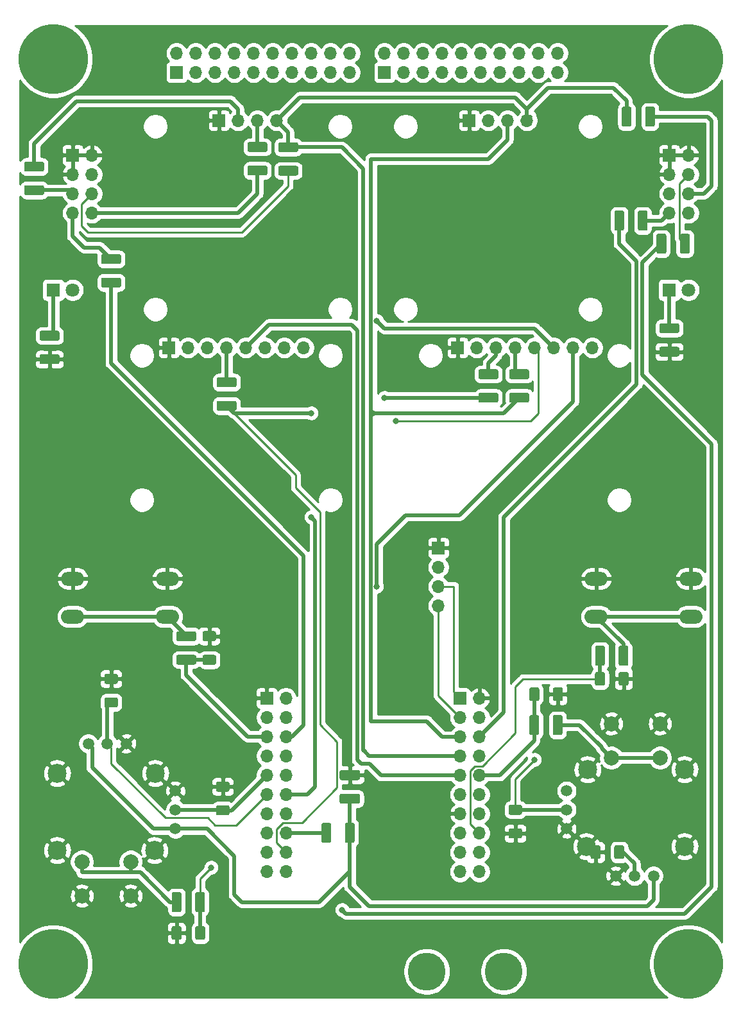
<source format=gbr>
%TF.GenerationSoftware,KiCad,Pcbnew,5.1.10*%
%TF.CreationDate,2021-07-13T19:10:57+02:00*%
%TF.ProjectId,lni-badge,6c6e692d-6261-4646-9765-2e6b69636164,rev?*%
%TF.SameCoordinates,Original*%
%TF.FileFunction,Copper,L2,Bot*%
%TF.FilePolarity,Positive*%
%FSLAX46Y46*%
G04 Gerber Fmt 4.6, Leading zero omitted, Abs format (unit mm)*
G04 Created by KiCad (PCBNEW 5.1.10) date 2021-07-13 19:10:57*
%MOMM*%
%LPD*%
G01*
G04 APERTURE LIST*
%TA.AperFunction,ComponentPad*%
%ADD10C,1.500000*%
%TD*%
%TA.AperFunction,ComponentPad*%
%ADD11C,2.000000*%
%TD*%
%TA.AperFunction,ComponentPad*%
%ADD12C,2.500000*%
%TD*%
%TA.AperFunction,ComponentPad*%
%ADD13O,3.048000X1.850000*%
%TD*%
%TA.AperFunction,ComponentPad*%
%ADD14O,1.700000X1.700000*%
%TD*%
%TA.AperFunction,ComponentPad*%
%ADD15R,1.700000X1.700000*%
%TD*%
%TA.AperFunction,ConnectorPad*%
%ADD16C,5.000000*%
%TD*%
%TA.AperFunction,ComponentPad*%
%ADD17C,2.900000*%
%TD*%
%TA.AperFunction,ComponentPad*%
%ADD18C,9.200000*%
%TD*%
%TA.AperFunction,ComponentPad*%
%ADD19C,1.800000*%
%TD*%
%TA.AperFunction,ComponentPad*%
%ADD20R,1.800000X1.800000*%
%TD*%
%TA.AperFunction,ViaPad*%
%ADD21C,0.800000*%
%TD*%
%TA.AperFunction,Conductor*%
%ADD22C,0.500000*%
%TD*%
%TA.AperFunction,Conductor*%
%ADD23C,0.250000*%
%TD*%
%TA.AperFunction,Conductor*%
%ADD24C,0.254000*%
%TD*%
%TA.AperFunction,Conductor*%
%ADD25C,0.100000*%
%TD*%
G04 APERTURE END LIST*
D10*
%TO.P,U2,Y3*%
%TO.N,/3V3_REF*%
X170648000Y-138274000D03*
D11*
%TO.P,U2,SW2*%
%TO.N,GND*%
X165060000Y-118187000D03*
D10*
%TO.P,U2,Y1*%
X165648000Y-138274000D03*
D12*
%TO.P,U2,SH*%
X174752000Y-124206000D03*
D10*
%TO.P,U2,X3*%
X159160000Y-132040000D03*
D12*
%TO.P,U2,SH*%
X161925000Y-124206000D03*
D10*
%TO.P,U2,X1*%
%TO.N,/3V3_REF*%
X159160000Y-127040000D03*
%TO.P,U2,X2*%
%TO.N,/JOYST_B_X*%
X159160000Y-129540000D03*
D11*
%TO.P,U2,SW1*%
%TO.N,Net-(R5-Pad2)*%
X165060000Y-122687000D03*
X171490000Y-122687000D03*
D10*
%TO.P,U2,Y2*%
%TO.N,/JOYST_B_Y*%
X168148000Y-138274000D03*
D12*
%TO.P,U2,SH*%
%TO.N,GND*%
X161798000Y-134366000D03*
X174752000Y-134366000D03*
D11*
%TO.P,U2,SW2*%
X171490000Y-118187000D03*
%TD*%
D12*
%TO.P,U1,SH*%
%TO.N,GND*%
X104775000Y-134874000D03*
X91948000Y-134874000D03*
X91948000Y-124714000D03*
X104902000Y-124714000D03*
D10*
%TO.P,U1,X2*%
%TO.N,/JOYST_A_X*%
X107540000Y-129540000D03*
%TO.P,U1,X1*%
%TO.N,/3V3_REF*%
X107540000Y-132040000D03*
%TO.P,U1,X3*%
%TO.N,GND*%
X107540000Y-127040000D03*
%TO.P,U1,Y2*%
%TO.N,/JOYST_A_Y*%
X98552000Y-120806000D03*
%TO.P,U1,Y1*%
%TO.N,GND*%
X101052000Y-120806000D03*
%TO.P,U1,Y3*%
%TO.N,/3V3_REF*%
X96052000Y-120806000D03*
D11*
%TO.P,U1,SW1*%
%TO.N,Net-(R1-Pad2)*%
X101640000Y-136393000D03*
X95210000Y-136393000D03*
%TO.P,U1,SW2*%
%TO.N,GND*%
X95210000Y-140893000D03*
X101640000Y-140893000D03*
%TD*%
D13*
%TO.P,SW2,2*%
%TO.N,Net-(R4-Pad2)*%
X163068000Y-104060000D03*
%TO.P,SW2,1*%
%TO.N,GND*%
X163068000Y-99060000D03*
%TO.P,SW2,2*%
%TO.N,Net-(R4-Pad2)*%
X175568000Y-104060000D03*
%TO.P,SW2,1*%
%TO.N,GND*%
X175568000Y-99060000D03*
%TD*%
%TO.P,SW1,2*%
%TO.N,Net-(R3-Pad2)*%
X93980000Y-104060000D03*
%TO.P,SW1,1*%
%TO.N,GND*%
X93980000Y-99060000D03*
%TO.P,SW1,2*%
%TO.N,Net-(R3-Pad2)*%
X106480000Y-104060000D03*
%TO.P,SW1,1*%
%TO.N,GND*%
X106480000Y-99060000D03*
%TD*%
D14*
%TO.P,J11,20*%
%TO.N,Net-(J11-Pad20)*%
X157988000Y-29718000D03*
%TO.P,J11,19*%
%TO.N,Net-(J11-Pad19)*%
X157988000Y-32258000D03*
%TO.P,J11,18*%
%TO.N,Net-(J11-Pad18)*%
X155448000Y-29718000D03*
%TO.P,J11,17*%
%TO.N,Net-(J11-Pad17)*%
X155448000Y-32258000D03*
%TO.P,J11,16*%
%TO.N,Net-(J11-Pad16)*%
X152908000Y-29718000D03*
%TO.P,J11,15*%
%TO.N,Net-(J11-Pad15)*%
X152908000Y-32258000D03*
%TO.P,J11,14*%
%TO.N,Net-(J11-Pad14)*%
X150368000Y-29718000D03*
%TO.P,J11,13*%
%TO.N,Net-(J11-Pad13)*%
X150368000Y-32258000D03*
%TO.P,J11,12*%
%TO.N,Net-(J11-Pad12)*%
X147828000Y-29718000D03*
%TO.P,J11,11*%
%TO.N,Net-(J11-Pad11)*%
X147828000Y-32258000D03*
%TO.P,J11,10*%
%TO.N,Net-(J11-Pad10)*%
X145288000Y-29718000D03*
%TO.P,J11,9*%
%TO.N,Net-(J11-Pad9)*%
X145288000Y-32258000D03*
%TO.P,J11,8*%
%TO.N,Net-(J11-Pad8)*%
X142748000Y-29718000D03*
%TO.P,J11,7*%
%TO.N,Net-(J11-Pad7)*%
X142748000Y-32258000D03*
%TO.P,J11,6*%
%TO.N,Net-(J11-Pad6)*%
X140208000Y-29718000D03*
%TO.P,J11,5*%
%TO.N,Net-(J11-Pad5)*%
X140208000Y-32258000D03*
%TO.P,J11,4*%
%TO.N,Net-(J11-Pad4)*%
X137668000Y-29718000D03*
%TO.P,J11,3*%
%TO.N,Net-(J11-Pad3)*%
X137668000Y-32258000D03*
%TO.P,J11,2*%
%TO.N,Net-(J11-Pad2)*%
X135128000Y-29718000D03*
D15*
%TO.P,J11,1*%
%TO.N,Net-(J11-Pad1)*%
X135128000Y-32258000D03*
%TD*%
D14*
%TO.P,J10,20*%
%TO.N,Net-(J10-Pad20)*%
X130556000Y-29718000D03*
%TO.P,J10,19*%
%TO.N,Net-(J10-Pad19)*%
X130556000Y-32258000D03*
%TO.P,J10,18*%
%TO.N,Net-(J10-Pad18)*%
X128016000Y-29718000D03*
%TO.P,J10,17*%
%TO.N,Net-(J10-Pad17)*%
X128016000Y-32258000D03*
%TO.P,J10,16*%
%TO.N,Net-(J10-Pad16)*%
X125476000Y-29718000D03*
%TO.P,J10,15*%
%TO.N,Net-(J10-Pad15)*%
X125476000Y-32258000D03*
%TO.P,J10,14*%
%TO.N,Net-(J10-Pad14)*%
X122936000Y-29718000D03*
%TO.P,J10,13*%
%TO.N,Net-(J10-Pad13)*%
X122936000Y-32258000D03*
%TO.P,J10,12*%
%TO.N,Net-(J10-Pad12)*%
X120396000Y-29718000D03*
%TO.P,J10,11*%
%TO.N,Net-(J10-Pad11)*%
X120396000Y-32258000D03*
%TO.P,J10,10*%
%TO.N,Net-(J10-Pad10)*%
X117856000Y-29718000D03*
%TO.P,J10,9*%
%TO.N,Net-(J10-Pad9)*%
X117856000Y-32258000D03*
%TO.P,J10,8*%
%TO.N,Net-(J10-Pad8)*%
X115316000Y-29718000D03*
%TO.P,J10,7*%
%TO.N,Net-(J10-Pad7)*%
X115316000Y-32258000D03*
%TO.P,J10,6*%
%TO.N,Net-(J10-Pad6)*%
X112776000Y-29718000D03*
%TO.P,J10,5*%
%TO.N,Net-(J10-Pad5)*%
X112776000Y-32258000D03*
%TO.P,J10,4*%
%TO.N,Net-(J10-Pad4)*%
X110236000Y-29718000D03*
%TO.P,J10,3*%
%TO.N,Net-(J10-Pad3)*%
X110236000Y-32258000D03*
%TO.P,J10,2*%
%TO.N,Net-(J10-Pad2)*%
X107696000Y-29718000D03*
D15*
%TO.P,J10,1*%
%TO.N,Net-(J10-Pad1)*%
X107696000Y-32258000D03*
%TD*%
%TO.P,R9,2*%
%TO.N,/SPI_MOSI*%
%TA.AperFunction,SMDPad,CuDef*%
G36*
G01*
X151833000Y-74534000D02*
X153983000Y-74534000D01*
G75*
G02*
X154233000Y-74784000I0J-250000D01*
G01*
X154233000Y-75584000D01*
G75*
G02*
X153983000Y-75834000I-250000J0D01*
G01*
X151833000Y-75834000D01*
G75*
G02*
X151583000Y-75584000I0J250000D01*
G01*
X151583000Y-74784000D01*
G75*
G02*
X151833000Y-74534000I250000J0D01*
G01*
G37*
%TD.AperFunction*%
%TO.P,R9,1*%
%TO.N,Net-(J6-Pad4)*%
%TA.AperFunction,SMDPad,CuDef*%
G36*
G01*
X151833000Y-71434000D02*
X153983000Y-71434000D01*
G75*
G02*
X154233000Y-71684000I0J-250000D01*
G01*
X154233000Y-72484000D01*
G75*
G02*
X153983000Y-72734000I-250000J0D01*
G01*
X151833000Y-72734000D01*
G75*
G02*
X151583000Y-72484000I0J250000D01*
G01*
X151583000Y-71684000D01*
G75*
G02*
X151833000Y-71434000I250000J0D01*
G01*
G37*
%TD.AperFunction*%
%TD*%
%TO.P,C8,2*%
%TO.N,GND*%
%TA.AperFunction,SMDPad,CuDef*%
G36*
G01*
X151749999Y-132002500D02*
X153050001Y-132002500D01*
G75*
G02*
X153300000Y-132252499I0J-249999D01*
G01*
X153300000Y-133077501D01*
G75*
G02*
X153050001Y-133327500I-249999J0D01*
G01*
X151749999Y-133327500D01*
G75*
G02*
X151500000Y-133077501I0J249999D01*
G01*
X151500000Y-132252499D01*
G75*
G02*
X151749999Y-132002500I249999J0D01*
G01*
G37*
%TD.AperFunction*%
%TO.P,C8,1*%
%TO.N,/JOYST_B_X*%
%TA.AperFunction,SMDPad,CuDef*%
G36*
G01*
X151749999Y-128877500D02*
X153050001Y-128877500D01*
G75*
G02*
X153300000Y-129127499I0J-249999D01*
G01*
X153300000Y-129952501D01*
G75*
G02*
X153050001Y-130202500I-249999J0D01*
G01*
X151749999Y-130202500D01*
G75*
G02*
X151500000Y-129952501I0J249999D01*
G01*
X151500000Y-129127499D01*
G75*
G02*
X151749999Y-128877500I249999J0D01*
G01*
G37*
%TD.AperFunction*%
%TD*%
%TO.P,R21,2*%
%TO.N,GND*%
%TA.AperFunction,SMDPad,CuDef*%
G36*
G01*
X171645000Y-68464000D02*
X173795000Y-68464000D01*
G75*
G02*
X174045000Y-68714000I0J-250000D01*
G01*
X174045000Y-69514000D01*
G75*
G02*
X173795000Y-69764000I-250000J0D01*
G01*
X171645000Y-69764000D01*
G75*
G02*
X171395000Y-69514000I0J250000D01*
G01*
X171395000Y-68714000D01*
G75*
G02*
X171645000Y-68464000I250000J0D01*
G01*
G37*
%TD.AperFunction*%
%TO.P,R21,1*%
%TO.N,Net-(D2-Pad1)*%
%TA.AperFunction,SMDPad,CuDef*%
G36*
G01*
X171645000Y-65364000D02*
X173795000Y-65364000D01*
G75*
G02*
X174045000Y-65614000I0J-250000D01*
G01*
X174045000Y-66414000D01*
G75*
G02*
X173795000Y-66664000I-250000J0D01*
G01*
X171645000Y-66664000D01*
G75*
G02*
X171395000Y-66414000I0J250000D01*
G01*
X171395000Y-65614000D01*
G75*
G02*
X171645000Y-65364000I250000J0D01*
G01*
G37*
%TD.AperFunction*%
%TD*%
%TO.P,R19,2*%
%TO.N,Net-(J8-Pad6)*%
%TA.AperFunction,SMDPad,CuDef*%
G36*
G01*
X169530000Y-39175000D02*
X169530000Y-37025000D01*
G75*
G02*
X169780000Y-36775000I250000J0D01*
G01*
X170580000Y-36775000D01*
G75*
G02*
X170830000Y-37025000I0J-250000D01*
G01*
X170830000Y-39175000D01*
G75*
G02*
X170580000Y-39425000I-250000J0D01*
G01*
X169780000Y-39425000D01*
G75*
G02*
X169530000Y-39175000I0J250000D01*
G01*
G37*
%TD.AperFunction*%
%TO.P,R19,1*%
%TO.N,/I2C_SDA*%
%TA.AperFunction,SMDPad,CuDef*%
G36*
G01*
X166430000Y-39175000D02*
X166430000Y-37025000D01*
G75*
G02*
X166680000Y-36775000I250000J0D01*
G01*
X167480000Y-36775000D01*
G75*
G02*
X167730000Y-37025000I0J-250000D01*
G01*
X167730000Y-39175000D01*
G75*
G02*
X167480000Y-39425000I-250000J0D01*
G01*
X166680000Y-39425000D01*
G75*
G02*
X166430000Y-39175000I0J250000D01*
G01*
G37*
%TD.AperFunction*%
%TD*%
%TO.P,R18,2*%
%TO.N,Net-(J8-Pad4)*%
%TA.AperFunction,SMDPad,CuDef*%
G36*
G01*
X174128000Y-55939000D02*
X174128000Y-53789000D01*
G75*
G02*
X174378000Y-53539000I250000J0D01*
G01*
X175178000Y-53539000D01*
G75*
G02*
X175428000Y-53789000I0J-250000D01*
G01*
X175428000Y-55939000D01*
G75*
G02*
X175178000Y-56189000I-250000J0D01*
G01*
X174378000Y-56189000D01*
G75*
G02*
X174128000Y-55939000I0J250000D01*
G01*
G37*
%TD.AperFunction*%
%TO.P,R18,1*%
%TO.N,+3V3*%
%TA.AperFunction,SMDPad,CuDef*%
G36*
G01*
X171028000Y-55939000D02*
X171028000Y-53789000D01*
G75*
G02*
X171278000Y-53539000I250000J0D01*
G01*
X172078000Y-53539000D01*
G75*
G02*
X172328000Y-53789000I0J-250000D01*
G01*
X172328000Y-55939000D01*
G75*
G02*
X172078000Y-56189000I-250000J0D01*
G01*
X171278000Y-56189000D01*
G75*
G02*
X171028000Y-55939000I0J250000D01*
G01*
G37*
%TD.AperFunction*%
%TD*%
%TO.P,R17,2*%
%TO.N,Net-(J7-Pad8)*%
%TA.AperFunction,SMDPad,CuDef*%
G36*
G01*
X117289000Y-44562000D02*
X119439000Y-44562000D01*
G75*
G02*
X119689000Y-44812000I0J-250000D01*
G01*
X119689000Y-45612000D01*
G75*
G02*
X119439000Y-45862000I-250000J0D01*
G01*
X117289000Y-45862000D01*
G75*
G02*
X117039000Y-45612000I0J250000D01*
G01*
X117039000Y-44812000D01*
G75*
G02*
X117289000Y-44562000I250000J0D01*
G01*
G37*
%TD.AperFunction*%
%TO.P,R17,1*%
%TO.N,/I2C_SCL*%
%TA.AperFunction,SMDPad,CuDef*%
G36*
G01*
X117289000Y-41462000D02*
X119439000Y-41462000D01*
G75*
G02*
X119689000Y-41712000I0J-250000D01*
G01*
X119689000Y-42512000D01*
G75*
G02*
X119439000Y-42762000I-250000J0D01*
G01*
X117289000Y-42762000D01*
G75*
G02*
X117039000Y-42512000I0J250000D01*
G01*
X117039000Y-41712000D01*
G75*
G02*
X117289000Y-41462000I250000J0D01*
G01*
G37*
%TD.AperFunction*%
%TD*%
%TO.P,R16,2*%
%TO.N,Net-(J7-Pad6)*%
%TA.AperFunction,SMDPad,CuDef*%
G36*
G01*
X121353000Y-44588000D02*
X123503000Y-44588000D01*
G75*
G02*
X123753000Y-44838000I0J-250000D01*
G01*
X123753000Y-45638000D01*
G75*
G02*
X123503000Y-45888000I-250000J0D01*
G01*
X121353000Y-45888000D01*
G75*
G02*
X121103000Y-45638000I0J250000D01*
G01*
X121103000Y-44838000D01*
G75*
G02*
X121353000Y-44588000I250000J0D01*
G01*
G37*
%TD.AperFunction*%
%TO.P,R16,1*%
%TO.N,/I2C_SDA*%
%TA.AperFunction,SMDPad,CuDef*%
G36*
G01*
X121353000Y-41488000D02*
X123503000Y-41488000D01*
G75*
G02*
X123753000Y-41738000I0J-250000D01*
G01*
X123753000Y-42538000D01*
G75*
G02*
X123503000Y-42788000I-250000J0D01*
G01*
X121353000Y-42788000D01*
G75*
G02*
X121103000Y-42538000I0J250000D01*
G01*
X121103000Y-41738000D01*
G75*
G02*
X121353000Y-41488000I250000J0D01*
G01*
G37*
%TD.AperFunction*%
%TD*%
%TO.P,R14,2*%
%TO.N,GND*%
%TA.AperFunction,SMDPad,CuDef*%
G36*
G01*
X89857000Y-69454000D02*
X92007000Y-69454000D01*
G75*
G02*
X92257000Y-69704000I0J-250000D01*
G01*
X92257000Y-70504000D01*
G75*
G02*
X92007000Y-70754000I-250000J0D01*
G01*
X89857000Y-70754000D01*
G75*
G02*
X89607000Y-70504000I0J250000D01*
G01*
X89607000Y-69704000D01*
G75*
G02*
X89857000Y-69454000I250000J0D01*
G01*
G37*
%TD.AperFunction*%
%TO.P,R14,1*%
%TO.N,Net-(D1-Pad1)*%
%TA.AperFunction,SMDPad,CuDef*%
G36*
G01*
X89857000Y-66354000D02*
X92007000Y-66354000D01*
G75*
G02*
X92257000Y-66604000I0J-250000D01*
G01*
X92257000Y-67404000D01*
G75*
G02*
X92007000Y-67654000I-250000J0D01*
G01*
X89857000Y-67654000D01*
G75*
G02*
X89607000Y-67404000I0J250000D01*
G01*
X89607000Y-66604000D01*
G75*
G02*
X89857000Y-66354000I250000J0D01*
G01*
G37*
%TD.AperFunction*%
%TD*%
%TO.P,R13,2*%
%TO.N,/DAC_2*%
%TA.AperFunction,SMDPad,CuDef*%
G36*
G01*
X166766000Y-50741000D02*
X166766000Y-52891000D01*
G75*
G02*
X166516000Y-53141000I-250000J0D01*
G01*
X165716000Y-53141000D01*
G75*
G02*
X165466000Y-52891000I0J250000D01*
G01*
X165466000Y-50741000D01*
G75*
G02*
X165716000Y-50491000I250000J0D01*
G01*
X166516000Y-50491000D01*
G75*
G02*
X166766000Y-50741000I0J-250000D01*
G01*
G37*
%TD.AperFunction*%
%TO.P,R13,1*%
%TO.N,Net-(J8-Pad7)*%
%TA.AperFunction,SMDPad,CuDef*%
G36*
G01*
X169866000Y-50741000D02*
X169866000Y-52891000D01*
G75*
G02*
X169616000Y-53141000I-250000J0D01*
G01*
X168816000Y-53141000D01*
G75*
G02*
X168566000Y-52891000I0J250000D01*
G01*
X168566000Y-50741000D01*
G75*
G02*
X168816000Y-50491000I250000J0D01*
G01*
X169616000Y-50491000D01*
G75*
G02*
X169866000Y-50741000I0J-250000D01*
G01*
G37*
%TD.AperFunction*%
%TD*%
%TO.P,R11,2*%
%TO.N,/DAC_1*%
%TA.AperFunction,SMDPad,CuDef*%
G36*
G01*
X97985000Y-59346000D02*
X100135000Y-59346000D01*
G75*
G02*
X100385000Y-59596000I0J-250000D01*
G01*
X100385000Y-60396000D01*
G75*
G02*
X100135000Y-60646000I-250000J0D01*
G01*
X97985000Y-60646000D01*
G75*
G02*
X97735000Y-60396000I0J250000D01*
G01*
X97735000Y-59596000D01*
G75*
G02*
X97985000Y-59346000I250000J0D01*
G01*
G37*
%TD.AperFunction*%
%TO.P,R11,1*%
%TO.N,Net-(J7-Pad7)*%
%TA.AperFunction,SMDPad,CuDef*%
G36*
G01*
X97985000Y-56246000D02*
X100135000Y-56246000D01*
G75*
G02*
X100385000Y-56496000I0J-250000D01*
G01*
X100385000Y-57296000D01*
G75*
G02*
X100135000Y-57546000I-250000J0D01*
G01*
X97985000Y-57546000D01*
G75*
G02*
X97735000Y-57296000I0J250000D01*
G01*
X97735000Y-56496000D01*
G75*
G02*
X97985000Y-56246000I250000J0D01*
G01*
G37*
%TD.AperFunction*%
%TD*%
%TO.P,R10,2*%
%TO.N,+5V*%
%TA.AperFunction,SMDPad,CuDef*%
G36*
G01*
X89975000Y-45354000D02*
X87825000Y-45354000D01*
G75*
G02*
X87575000Y-45104000I0J250000D01*
G01*
X87575000Y-44304000D01*
G75*
G02*
X87825000Y-44054000I250000J0D01*
G01*
X89975000Y-44054000D01*
G75*
G02*
X90225000Y-44304000I0J-250000D01*
G01*
X90225000Y-45104000D01*
G75*
G02*
X89975000Y-45354000I-250000J0D01*
G01*
G37*
%TD.AperFunction*%
%TO.P,R10,1*%
%TO.N,Net-(J7-Pad5)*%
%TA.AperFunction,SMDPad,CuDef*%
G36*
G01*
X89975000Y-48454000D02*
X87825000Y-48454000D01*
G75*
G02*
X87575000Y-48204000I0J250000D01*
G01*
X87575000Y-47404000D01*
G75*
G02*
X87825000Y-47154000I250000J0D01*
G01*
X89975000Y-47154000D01*
G75*
G02*
X90225000Y-47404000I0J-250000D01*
G01*
X90225000Y-48204000D01*
G75*
G02*
X89975000Y-48454000I-250000J0D01*
G01*
G37*
%TD.AperFunction*%
%TD*%
%TO.P,R8,2*%
%TO.N,/SPI_CLK*%
%TA.AperFunction,SMDPad,CuDef*%
G36*
G01*
X147769000Y-74534000D02*
X149919000Y-74534000D01*
G75*
G02*
X150169000Y-74784000I0J-250000D01*
G01*
X150169000Y-75584000D01*
G75*
G02*
X149919000Y-75834000I-250000J0D01*
G01*
X147769000Y-75834000D01*
G75*
G02*
X147519000Y-75584000I0J250000D01*
G01*
X147519000Y-74784000D01*
G75*
G02*
X147769000Y-74534000I250000J0D01*
G01*
G37*
%TD.AperFunction*%
%TO.P,R8,1*%
%TO.N,Net-(J6-Pad3)*%
%TA.AperFunction,SMDPad,CuDef*%
G36*
G01*
X147769000Y-71434000D02*
X149919000Y-71434000D01*
G75*
G02*
X150169000Y-71684000I0J-250000D01*
G01*
X150169000Y-72484000D01*
G75*
G02*
X149919000Y-72734000I-250000J0D01*
G01*
X147769000Y-72734000D01*
G75*
G02*
X147519000Y-72484000I0J250000D01*
G01*
X147519000Y-71684000D01*
G75*
G02*
X147769000Y-71434000I250000J0D01*
G01*
G37*
%TD.AperFunction*%
%TD*%
%TO.P,R7,2*%
%TO.N,/SPI_MOSI*%
%TA.AperFunction,SMDPad,CuDef*%
G36*
G01*
X113225000Y-75602000D02*
X115375000Y-75602000D01*
G75*
G02*
X115625000Y-75852000I0J-250000D01*
G01*
X115625000Y-76652000D01*
G75*
G02*
X115375000Y-76902000I-250000J0D01*
G01*
X113225000Y-76902000D01*
G75*
G02*
X112975000Y-76652000I0J250000D01*
G01*
X112975000Y-75852000D01*
G75*
G02*
X113225000Y-75602000I250000J0D01*
G01*
G37*
%TD.AperFunction*%
%TO.P,R7,1*%
%TO.N,Net-(J2-Pad4)*%
%TA.AperFunction,SMDPad,CuDef*%
G36*
G01*
X113225000Y-72502000D02*
X115375000Y-72502000D01*
G75*
G02*
X115625000Y-72752000I0J-250000D01*
G01*
X115625000Y-73552000D01*
G75*
G02*
X115375000Y-73802000I-250000J0D01*
G01*
X113225000Y-73802000D01*
G75*
G02*
X112975000Y-73552000I0J250000D01*
G01*
X112975000Y-72752000D01*
G75*
G02*
X113225000Y-72502000I250000J0D01*
G01*
G37*
%TD.AperFunction*%
%TD*%
%TO.P,R5,2*%
%TO.N,Net-(R5-Pad2)*%
%TA.AperFunction,SMDPad,CuDef*%
G36*
G01*
X157338000Y-119439000D02*
X157338000Y-117289000D01*
G75*
G02*
X157588000Y-117039000I250000J0D01*
G01*
X158388000Y-117039000D01*
G75*
G02*
X158638000Y-117289000I0J-250000D01*
G01*
X158638000Y-119439000D01*
G75*
G02*
X158388000Y-119689000I-250000J0D01*
G01*
X157588000Y-119689000D01*
G75*
G02*
X157338000Y-119439000I0J250000D01*
G01*
G37*
%TD.AperFunction*%
%TO.P,R5,1*%
%TO.N,/But_JOYST_B*%
%TA.AperFunction,SMDPad,CuDef*%
G36*
G01*
X154238000Y-119439000D02*
X154238000Y-117289000D01*
G75*
G02*
X154488000Y-117039000I250000J0D01*
G01*
X155288000Y-117039000D01*
G75*
G02*
X155538000Y-117289000I0J-250000D01*
G01*
X155538000Y-119439000D01*
G75*
G02*
X155288000Y-119689000I-250000J0D01*
G01*
X154488000Y-119689000D01*
G75*
G02*
X154238000Y-119439000I0J250000D01*
G01*
G37*
%TD.AperFunction*%
%TD*%
%TO.P,R4,2*%
%TO.N,Net-(R4-Pad2)*%
%TA.AperFunction,SMDPad,CuDef*%
G36*
G01*
X166026000Y-110295000D02*
X166026000Y-108145000D01*
G75*
G02*
X166276000Y-107895000I250000J0D01*
G01*
X167076000Y-107895000D01*
G75*
G02*
X167326000Y-108145000I0J-250000D01*
G01*
X167326000Y-110295000D01*
G75*
G02*
X167076000Y-110545000I-250000J0D01*
G01*
X166276000Y-110545000D01*
G75*
G02*
X166026000Y-110295000I0J250000D01*
G01*
G37*
%TD.AperFunction*%
%TO.P,R4,1*%
%TO.N,/But_B*%
%TA.AperFunction,SMDPad,CuDef*%
G36*
G01*
X162926000Y-110295000D02*
X162926000Y-108145000D01*
G75*
G02*
X163176000Y-107895000I250000J0D01*
G01*
X163976000Y-107895000D01*
G75*
G02*
X164226000Y-108145000I0J-250000D01*
G01*
X164226000Y-110295000D01*
G75*
G02*
X163976000Y-110545000I-250000J0D01*
G01*
X163176000Y-110545000D01*
G75*
G02*
X162926000Y-110295000I0J250000D01*
G01*
G37*
%TD.AperFunction*%
%TD*%
%TO.P,R3,2*%
%TO.N,Net-(R3-Pad2)*%
%TA.AperFunction,SMDPad,CuDef*%
G36*
G01*
X110041000Y-107304000D02*
X107891000Y-107304000D01*
G75*
G02*
X107641000Y-107054000I0J250000D01*
G01*
X107641000Y-106254000D01*
G75*
G02*
X107891000Y-106004000I250000J0D01*
G01*
X110041000Y-106004000D01*
G75*
G02*
X110291000Y-106254000I0J-250000D01*
G01*
X110291000Y-107054000D01*
G75*
G02*
X110041000Y-107304000I-250000J0D01*
G01*
G37*
%TD.AperFunction*%
%TO.P,R3,1*%
%TO.N,/But_A*%
%TA.AperFunction,SMDPad,CuDef*%
G36*
G01*
X110041000Y-110404000D02*
X107891000Y-110404000D01*
G75*
G02*
X107641000Y-110154000I0J250000D01*
G01*
X107641000Y-109354000D01*
G75*
G02*
X107891000Y-109104000I250000J0D01*
G01*
X110041000Y-109104000D01*
G75*
G02*
X110291000Y-109354000I0J-250000D01*
G01*
X110291000Y-110154000D01*
G75*
G02*
X110041000Y-110404000I-250000J0D01*
G01*
G37*
%TD.AperFunction*%
%TD*%
%TO.P,R2,2*%
%TO.N,+3V3*%
%TA.AperFunction,SMDPad,CuDef*%
G36*
G01*
X128106000Y-131513000D02*
X128106000Y-133663000D01*
G75*
G02*
X127856000Y-133913000I-250000J0D01*
G01*
X127056000Y-133913000D01*
G75*
G02*
X126806000Y-133663000I0J250000D01*
G01*
X126806000Y-131513000D01*
G75*
G02*
X127056000Y-131263000I250000J0D01*
G01*
X127856000Y-131263000D01*
G75*
G02*
X128106000Y-131513000I0J-250000D01*
G01*
G37*
%TD.AperFunction*%
%TO.P,R2,1*%
%TO.N,/3V3_REF*%
%TA.AperFunction,SMDPad,CuDef*%
G36*
G01*
X131206000Y-131513000D02*
X131206000Y-133663000D01*
G75*
G02*
X130956000Y-133913000I-250000J0D01*
G01*
X130156000Y-133913000D01*
G75*
G02*
X129906000Y-133663000I0J250000D01*
G01*
X129906000Y-131513000D01*
G75*
G02*
X130156000Y-131263000I250000J0D01*
G01*
X130956000Y-131263000D01*
G75*
G02*
X131206000Y-131513000I0J-250000D01*
G01*
G37*
%TD.AperFunction*%
%TD*%
%TO.P,R1,2*%
%TO.N,Net-(R1-Pad2)*%
%TA.AperFunction,SMDPad,CuDef*%
G36*
G01*
X108346000Y-140657000D02*
X108346000Y-142807000D01*
G75*
G02*
X108096000Y-143057000I-250000J0D01*
G01*
X107296000Y-143057000D01*
G75*
G02*
X107046000Y-142807000I0J250000D01*
G01*
X107046000Y-140657000D01*
G75*
G02*
X107296000Y-140407000I250000J0D01*
G01*
X108096000Y-140407000D01*
G75*
G02*
X108346000Y-140657000I0J-250000D01*
G01*
G37*
%TD.AperFunction*%
%TO.P,R1,1*%
%TO.N,/But_JOYST_A*%
%TA.AperFunction,SMDPad,CuDef*%
G36*
G01*
X111446000Y-140657000D02*
X111446000Y-142807000D01*
G75*
G02*
X111196000Y-143057000I-250000J0D01*
G01*
X110396000Y-143057000D01*
G75*
G02*
X110146000Y-142807000I0J250000D01*
G01*
X110146000Y-140657000D01*
G75*
G02*
X110396000Y-140407000I250000J0D01*
G01*
X111196000Y-140407000D01*
G75*
G02*
X111446000Y-140657000I0J-250000D01*
G01*
G37*
%TD.AperFunction*%
%TD*%
D14*
%TO.P,J9,20*%
%TO.N,Net-(H13-Pad1)*%
X147650200Y-137693400D03*
%TO.P,J9,19*%
%TO.N,Net-(J9-Pad19)*%
X145110200Y-137693400D03*
%TO.P,J9,18*%
%TO.N,Net-(H14-Pad1)*%
X147650200Y-135153400D03*
%TO.P,J9,17*%
%TO.N,Net-(J9-Pad17)*%
X145110200Y-135153400D03*
%TO.P,J9,16*%
%TO.N,/But_B*%
X147650200Y-132613400D03*
%TO.P,J9,15*%
%TO.N,+5V*%
X145110200Y-132613400D03*
%TO.P,J9,14*%
%TO.N,Net-(J9-Pad14)*%
X147650200Y-130073400D03*
%TO.P,J9,13*%
%TO.N,GND*%
X145110200Y-130073400D03*
%TO.P,J9,12*%
%TO.N,/LED*%
X147650200Y-127533400D03*
%TO.P,J9,11*%
%TO.N,/DC*%
X145110200Y-127533400D03*
%TO.P,J9,10*%
%TO.N,/But_JOYST_B*%
X147650200Y-124993400D03*
%TO.P,J9,9*%
%TO.N,/DISP_RST_1*%
X145110200Y-124993400D03*
%TO.P,J9,8*%
%TO.N,/JOYST_B_X*%
X147650200Y-122453400D03*
%TO.P,J9,7*%
%TO.N,/I2C_SDA*%
X145110200Y-122453400D03*
%TO.P,J9,6*%
%TO.N,/DAC_2*%
X147650200Y-119913400D03*
%TO.P,J9,5*%
%TO.N,/I2C_SCL*%
X145110200Y-119913400D03*
%TO.P,J9,4*%
%TO.N,Net-(J9-Pad4)*%
X147650200Y-117373400D03*
%TO.P,J9,3*%
%TO.N,/UART_RX*%
X145110200Y-117373400D03*
%TO.P,J9,2*%
%TO.N,GND*%
X147650200Y-114833400D03*
D15*
%TO.P,J9,1*%
%TO.N,/UART_TX*%
X145110200Y-114833400D03*
%TD*%
D14*
%TO.P,J8,8*%
%TO.N,Net-(J8-Pad8)*%
X175260000Y-50800000D03*
%TO.P,J8,7*%
%TO.N,Net-(J8-Pad7)*%
X172720000Y-50800000D03*
%TO.P,J8,6*%
%TO.N,Net-(J8-Pad6)*%
X175260000Y-48260000D03*
%TO.P,J8,5*%
%TO.N,Net-(J8-Pad5)*%
X172720000Y-48260000D03*
%TO.P,J8,4*%
%TO.N,Net-(J8-Pad4)*%
X175260000Y-45720000D03*
%TO.P,J8,3*%
%TO.N,GND*%
X172720000Y-45720000D03*
%TO.P,J8,2*%
X175260000Y-43180000D03*
D15*
%TO.P,J8,1*%
X172720000Y-43180000D03*
%TD*%
D14*
%TO.P,J7,8*%
%TO.N,Net-(J7-Pad8)*%
X96520000Y-50800000D03*
%TO.P,J7,7*%
%TO.N,Net-(J7-Pad7)*%
X93980000Y-50800000D03*
%TO.P,J7,6*%
%TO.N,Net-(J7-Pad6)*%
X96520000Y-48260000D03*
%TO.P,J7,5*%
%TO.N,Net-(J7-Pad5)*%
X93980000Y-48260000D03*
%TO.P,J7,4*%
%TO.N,Net-(J7-Pad4)*%
X96520000Y-45720000D03*
%TO.P,J7,3*%
%TO.N,GND*%
X93980000Y-45720000D03*
%TO.P,J7,2*%
X96520000Y-43180000D03*
D15*
%TO.P,J7,1*%
X93980000Y-43180000D03*
%TD*%
D14*
%TO.P,J6,8*%
%TO.N,Net-(J6-Pad8)*%
X162560000Y-68580000D03*
%TO.P,J6,7*%
%TO.N,/SPI_CS_2*%
X160020000Y-68580000D03*
%TO.P,J6,6*%
%TO.N,/DC*%
X157480000Y-68580000D03*
%TO.P,J6,5*%
%TO.N,/DISP_RST_2*%
X154940000Y-68580000D03*
%TO.P,J6,4*%
%TO.N,Net-(J6-Pad4)*%
X152400000Y-68580000D03*
%TO.P,J6,3*%
%TO.N,Net-(J6-Pad3)*%
X149860000Y-68580000D03*
%TO.P,J6,2*%
%TO.N,+5V*%
X147320000Y-68580000D03*
D15*
%TO.P,J6,1*%
%TO.N,GND*%
X144780000Y-68580000D03*
%TD*%
D14*
%TO.P,J5,4*%
%TO.N,/I2C_SDA*%
X153924000Y-38608000D03*
%TO.P,J5,3*%
%TO.N,/I2C_SCL*%
X151384000Y-38608000D03*
%TO.P,J5,2*%
%TO.N,+5V*%
X148844000Y-38608000D03*
D15*
%TO.P,J5,1*%
%TO.N,GND*%
X146304000Y-38608000D03*
%TD*%
D14*
%TO.P,J4,20*%
%TO.N,Net-(J4-Pad20)*%
X122123200Y-137668000D03*
%TO.P,J4,19*%
%TO.N,Net-(J4-Pad19)*%
X119583200Y-137668000D03*
%TO.P,J4,18*%
%TO.N,/SPI_MOSI*%
X122123200Y-135128000D03*
%TO.P,J4,17*%
%TO.N,Net-(J4-Pad17)*%
X119583200Y-135128000D03*
%TO.P,J4,16*%
%TO.N,+3V3*%
X122123200Y-132588000D03*
%TO.P,J4,15*%
%TO.N,Net-(J4-Pad15)*%
X119583200Y-132588000D03*
%TO.P,J4,14*%
%TO.N,/But_JOYST_A*%
X122123200Y-130048000D03*
%TO.P,J4,13*%
%TO.N,/SPI_CLK*%
X119583200Y-130048000D03*
%TO.P,J4,12*%
%TO.N,/SPI_CS_1*%
X122123200Y-127508000D03*
%TO.P,J4,11*%
%TO.N,/JOYST_A_Y*%
X119583200Y-127508000D03*
%TO.P,J4,10*%
%TO.N,/DISP_RST_2*%
X122123200Y-124968000D03*
%TO.P,J4,9*%
%TO.N,/JOYST_A_X*%
X119583200Y-124968000D03*
%TO.P,J4,8*%
%TO.N,/SPI_CS_2*%
X122123200Y-122428000D03*
%TO.P,J4,7*%
%TO.N,/JOYST_B_Y*%
X119583200Y-122428000D03*
%TO.P,J4,6*%
%TO.N,/DAC_1*%
X122123200Y-119888000D03*
%TO.P,J4,5*%
%TO.N,/But_A*%
X119583200Y-119888000D03*
%TO.P,J4,4*%
%TO.N,Net-(J4-Pad4)*%
X122123200Y-117348000D03*
%TO.P,J4,3*%
%TO.N,Net-(J4-Pad3)*%
X119583200Y-117348000D03*
%TO.P,J4,2*%
%TO.N,Net-(J4-Pad2)*%
X122123200Y-114808000D03*
D15*
%TO.P,J4,1*%
%TO.N,GND*%
X119583200Y-114808000D03*
%TD*%
D14*
%TO.P,J3,4*%
%TO.N,/I2C_SDA*%
X120904000Y-38608000D03*
%TO.P,J3,3*%
%TO.N,/I2C_SCL*%
X118364000Y-38608000D03*
%TO.P,J3,2*%
%TO.N,+5V*%
X115824000Y-38608000D03*
D15*
%TO.P,J3,1*%
%TO.N,GND*%
X113284000Y-38608000D03*
%TD*%
D14*
%TO.P,J2,8*%
%TO.N,Net-(J2-Pad8)*%
X124460000Y-68580000D03*
%TO.P,J2,7*%
%TO.N,/SPI_CS_1*%
X121920000Y-68580000D03*
%TO.P,J2,6*%
%TO.N,/DC*%
X119380000Y-68580000D03*
%TO.P,J2,5*%
%TO.N,/DISP_RST_1*%
X116840000Y-68580000D03*
%TO.P,J2,4*%
%TO.N,Net-(J2-Pad4)*%
X114300000Y-68580000D03*
%TO.P,J2,3*%
%TO.N,Net-(J2-Pad3)*%
X111760000Y-68580000D03*
%TO.P,J2,2*%
%TO.N,+5V*%
X109220000Y-68580000D03*
D15*
%TO.P,J2,1*%
%TO.N,GND*%
X106680000Y-68580000D03*
%TD*%
D14*
%TO.P,J1,4*%
%TO.N,/UART_RX*%
X142240000Y-102616000D03*
%TO.P,J1,3*%
%TO.N,/UART_TX*%
X142240000Y-100076000D03*
%TO.P,J1,2*%
%TO.N,+5V*%
X142240000Y-97536000D03*
D15*
%TO.P,J1,1*%
%TO.N,GND*%
X142240000Y-94996000D03*
%TD*%
D16*
%TO.P,H14,1*%
%TO.N,Net-(H14-Pad1)*%
X150876000Y-150876000D03*
D17*
X150876000Y-150876000D03*
%TD*%
D16*
%TO.P,H13,1*%
%TO.N,Net-(H13-Pad1)*%
X140716000Y-150876000D03*
D17*
X140716000Y-150876000D03*
%TD*%
D18*
%TO.P,H4,1*%
%TO.N,N/C*%
X175260000Y-149860000D03*
%TD*%
%TO.P,H3,1*%
%TO.N,N/C*%
X91440000Y-149860000D03*
%TD*%
%TO.P,H2,1*%
%TO.N,N/C*%
X175260000Y-30480000D03*
%TD*%
%TO.P,H1,1*%
%TO.N,N/C*%
X91440000Y-30480000D03*
%TD*%
D19*
%TO.P,D2,2*%
%TO.N,/LED*%
X175260000Y-60960000D03*
D20*
%TO.P,D2,1*%
%TO.N,Net-(D2-Pad1)*%
X172720000Y-60960000D03*
%TD*%
D19*
%TO.P,D1,2*%
%TO.N,+3V3*%
X93980000Y-60960000D03*
D20*
%TO.P,D1,1*%
%TO.N,Net-(D1-Pad1)*%
X91440000Y-60960000D03*
%TD*%
%TO.P,C9,2*%
%TO.N,GND*%
%TA.AperFunction,SMDPad,CuDef*%
G36*
G01*
X163653500Y-134477999D02*
X163653500Y-135778001D01*
G75*
G02*
X163403501Y-136028000I-249999J0D01*
G01*
X162578499Y-136028000D01*
G75*
G02*
X162328500Y-135778001I0J249999D01*
G01*
X162328500Y-134477999D01*
G75*
G02*
X162578499Y-134228000I249999J0D01*
G01*
X163403501Y-134228000D01*
G75*
G02*
X163653500Y-134477999I0J-249999D01*
G01*
G37*
%TD.AperFunction*%
%TO.P,C9,1*%
%TO.N,/JOYST_B_Y*%
%TA.AperFunction,SMDPad,CuDef*%
G36*
G01*
X166778500Y-134477999D02*
X166778500Y-135778001D01*
G75*
G02*
X166528501Y-136028000I-249999J0D01*
G01*
X165703499Y-136028000D01*
G75*
G02*
X165453500Y-135778001I0J249999D01*
G01*
X165453500Y-134477999D01*
G75*
G02*
X165703499Y-134228000I249999J0D01*
G01*
X166528501Y-134228000D01*
G75*
G02*
X166778500Y-134477999I0J-249999D01*
G01*
G37*
%TD.AperFunction*%
%TD*%
%TO.P,C7,2*%
%TO.N,GND*%
%TA.AperFunction,SMDPad,CuDef*%
G36*
G01*
X157364000Y-114950001D02*
X157364000Y-113649999D01*
G75*
G02*
X157613999Y-113400000I249999J0D01*
G01*
X158439001Y-113400000D01*
G75*
G02*
X158689000Y-113649999I0J-249999D01*
G01*
X158689000Y-114950001D01*
G75*
G02*
X158439001Y-115200000I-249999J0D01*
G01*
X157613999Y-115200000D01*
G75*
G02*
X157364000Y-114950001I0J249999D01*
G01*
G37*
%TD.AperFunction*%
%TO.P,C7,1*%
%TO.N,/But_JOYST_B*%
%TA.AperFunction,SMDPad,CuDef*%
G36*
G01*
X154239000Y-114950001D02*
X154239000Y-113649999D01*
G75*
G02*
X154488999Y-113400000I249999J0D01*
G01*
X155314001Y-113400000D01*
G75*
G02*
X155564000Y-113649999I0J-249999D01*
G01*
X155564000Y-114950001D01*
G75*
G02*
X155314001Y-115200000I-249999J0D01*
G01*
X154488999Y-115200000D01*
G75*
G02*
X154239000Y-114950001I0J249999D01*
G01*
G37*
%TD.AperFunction*%
%TD*%
%TO.P,C6,2*%
%TO.N,GND*%
%TA.AperFunction,SMDPad,CuDef*%
G36*
G01*
X99710001Y-112930500D02*
X98409999Y-112930500D01*
G75*
G02*
X98160000Y-112680501I0J249999D01*
G01*
X98160000Y-111855499D01*
G75*
G02*
X98409999Y-111605500I249999J0D01*
G01*
X99710001Y-111605500D01*
G75*
G02*
X99960000Y-111855499I0J-249999D01*
G01*
X99960000Y-112680501D01*
G75*
G02*
X99710001Y-112930500I-249999J0D01*
G01*
G37*
%TD.AperFunction*%
%TO.P,C6,1*%
%TO.N,/JOYST_A_Y*%
%TA.AperFunction,SMDPad,CuDef*%
G36*
G01*
X99710001Y-116055500D02*
X98409999Y-116055500D01*
G75*
G02*
X98160000Y-115805501I0J249999D01*
G01*
X98160000Y-114980499D01*
G75*
G02*
X98409999Y-114730500I249999J0D01*
G01*
X99710001Y-114730500D01*
G75*
G02*
X99960000Y-114980499I0J-249999D01*
G01*
X99960000Y-115805501D01*
G75*
G02*
X99710001Y-116055500I-249999J0D01*
G01*
G37*
%TD.AperFunction*%
%TD*%
%TO.P,C5,2*%
%TO.N,GND*%
%TA.AperFunction,SMDPad,CuDef*%
G36*
G01*
X114442001Y-127154500D02*
X113141999Y-127154500D01*
G75*
G02*
X112892000Y-126904501I0J249999D01*
G01*
X112892000Y-126079499D01*
G75*
G02*
X113141999Y-125829500I249999J0D01*
G01*
X114442001Y-125829500D01*
G75*
G02*
X114692000Y-126079499I0J-249999D01*
G01*
X114692000Y-126904501D01*
G75*
G02*
X114442001Y-127154500I-249999J0D01*
G01*
G37*
%TD.AperFunction*%
%TO.P,C5,1*%
%TO.N,/JOYST_A_X*%
%TA.AperFunction,SMDPad,CuDef*%
G36*
G01*
X114442001Y-130279500D02*
X113141999Y-130279500D01*
G75*
G02*
X112892000Y-130029501I0J249999D01*
G01*
X112892000Y-129204499D01*
G75*
G02*
X113141999Y-128954500I249999J0D01*
G01*
X114442001Y-128954500D01*
G75*
G02*
X114692000Y-129204499I0J-249999D01*
G01*
X114692000Y-130029501D01*
G75*
G02*
X114442001Y-130279500I-249999J0D01*
G01*
G37*
%TD.AperFunction*%
%TD*%
%TO.P,C4,2*%
%TO.N,GND*%
%TA.AperFunction,SMDPad,CuDef*%
G36*
G01*
X166038500Y-112918001D02*
X166038500Y-111617999D01*
G75*
G02*
X166288499Y-111368000I249999J0D01*
G01*
X167113501Y-111368000D01*
G75*
G02*
X167363500Y-111617999I0J-249999D01*
G01*
X167363500Y-112918001D01*
G75*
G02*
X167113501Y-113168000I-249999J0D01*
G01*
X166288499Y-113168000D01*
G75*
G02*
X166038500Y-112918001I0J249999D01*
G01*
G37*
%TD.AperFunction*%
%TO.P,C4,1*%
%TO.N,/But_B*%
%TA.AperFunction,SMDPad,CuDef*%
G36*
G01*
X162913500Y-112918001D02*
X162913500Y-111617999D01*
G75*
G02*
X163163499Y-111368000I249999J0D01*
G01*
X163988501Y-111368000D01*
G75*
G02*
X164238500Y-111617999I0J-249999D01*
G01*
X164238500Y-112918001D01*
G75*
G02*
X163988501Y-113168000I-249999J0D01*
G01*
X163163499Y-113168000D01*
G75*
G02*
X162913500Y-112918001I0J249999D01*
G01*
G37*
%TD.AperFunction*%
%TD*%
%TO.P,C3,2*%
%TO.N,GND*%
%TA.AperFunction,SMDPad,CuDef*%
G36*
G01*
X112664001Y-107304000D02*
X111363999Y-107304000D01*
G75*
G02*
X111114000Y-107054001I0J249999D01*
G01*
X111114000Y-106228999D01*
G75*
G02*
X111363999Y-105979000I249999J0D01*
G01*
X112664001Y-105979000D01*
G75*
G02*
X112914000Y-106228999I0J-249999D01*
G01*
X112914000Y-107054001D01*
G75*
G02*
X112664001Y-107304000I-249999J0D01*
G01*
G37*
%TD.AperFunction*%
%TO.P,C3,1*%
%TO.N,/But_A*%
%TA.AperFunction,SMDPad,CuDef*%
G36*
G01*
X112664001Y-110429000D02*
X111363999Y-110429000D01*
G75*
G02*
X111114000Y-110179001I0J249999D01*
G01*
X111114000Y-109353999D01*
G75*
G02*
X111363999Y-109104000I249999J0D01*
G01*
X112664001Y-109104000D01*
G75*
G02*
X112914000Y-109353999I0J-249999D01*
G01*
X112914000Y-110179001D01*
G75*
G02*
X112664001Y-110429000I-249999J0D01*
G01*
G37*
%TD.AperFunction*%
%TD*%
%TO.P,C2,2*%
%TO.N,GND*%
%TA.AperFunction,SMDPad,CuDef*%
G36*
G01*
X131656001Y-125630500D02*
X129455999Y-125630500D01*
G75*
G02*
X129206000Y-125380501I0J249999D01*
G01*
X129206000Y-124555499D01*
G75*
G02*
X129455999Y-124305500I249999J0D01*
G01*
X131656001Y-124305500D01*
G75*
G02*
X131906000Y-124555499I0J-249999D01*
G01*
X131906000Y-125380501D01*
G75*
G02*
X131656001Y-125630500I-249999J0D01*
G01*
G37*
%TD.AperFunction*%
%TO.P,C2,1*%
%TO.N,/3V3_REF*%
%TA.AperFunction,SMDPad,CuDef*%
G36*
G01*
X131656001Y-128755500D02*
X129455999Y-128755500D01*
G75*
G02*
X129206000Y-128505501I0J249999D01*
G01*
X129206000Y-127680499D01*
G75*
G02*
X129455999Y-127430500I249999J0D01*
G01*
X131656001Y-127430500D01*
G75*
G02*
X131906000Y-127680499I0J-249999D01*
G01*
X131906000Y-128505501D01*
G75*
G02*
X131656001Y-128755500I-249999J0D01*
G01*
G37*
%TD.AperFunction*%
%TD*%
%TO.P,C1,2*%
%TO.N,GND*%
%TA.AperFunction,SMDPad,CuDef*%
G36*
G01*
X108358500Y-145145999D02*
X108358500Y-146446001D01*
G75*
G02*
X108108501Y-146696000I-249999J0D01*
G01*
X107283499Y-146696000D01*
G75*
G02*
X107033500Y-146446001I0J249999D01*
G01*
X107033500Y-145145999D01*
G75*
G02*
X107283499Y-144896000I249999J0D01*
G01*
X108108501Y-144896000D01*
G75*
G02*
X108358500Y-145145999I0J-249999D01*
G01*
G37*
%TD.AperFunction*%
%TO.P,C1,1*%
%TO.N,/But_JOYST_A*%
%TA.AperFunction,SMDPad,CuDef*%
G36*
G01*
X111483500Y-145145999D02*
X111483500Y-146446001D01*
G75*
G02*
X111233501Y-146696000I-249999J0D01*
G01*
X110408499Y-146696000D01*
G75*
G02*
X110158500Y-146446001I0J249999D01*
G01*
X110158500Y-145145999D01*
G75*
G02*
X110408499Y-144896000I249999J0D01*
G01*
X111233501Y-144896000D01*
G75*
G02*
X111483500Y-145145999I0J-249999D01*
G01*
G37*
%TD.AperFunction*%
%TD*%
D21*
%TO.N,GND*%
X145542000Y-45974000D03*
X143510000Y-61214000D03*
X123190000Y-55372000D03*
X128016000Y-44704000D03*
%TO.N,/But_JOYST_A*%
X112268000Y-137160000D03*
%TO.N,/JOYST_B_X*%
X154940000Y-122936000D03*
%TO.N,+3V3*%
X129540000Y-142748000D03*
%TO.N,/SPI_CS_1*%
X125476000Y-90932000D03*
%TO.N,/DC*%
X134112000Y-65024000D03*
%TO.N,/SPI_MOSI*%
X133604000Y-77216000D03*
X125476000Y-77216000D03*
%TO.N,/SPI_CLK*%
X135128000Y-75184000D03*
%TO.N,/DISP_RST_2*%
X136652000Y-78232000D03*
%TO.N,/SPI_CS_2*%
X134112000Y-100076000D03*
%TD*%
D22*
%TO.N,/But_JOYST_A*%
X110796000Y-145771000D02*
X110821000Y-145796000D01*
X110796000Y-141732000D02*
X110796000Y-145771000D01*
D23*
X110796000Y-138632000D02*
X112268000Y-137160000D01*
X110796000Y-141732000D02*
X110796000Y-138632000D01*
D22*
%TO.N,/3V3_REF*%
X130556000Y-132588000D02*
X130556000Y-128093000D01*
X96560000Y-121314000D02*
X96052000Y-120806000D01*
X96560000Y-123992000D02*
X96560000Y-121314000D01*
X111720000Y-132040000D02*
X104608000Y-132040000D01*
X115316000Y-140716000D02*
X115316000Y-135636000D01*
X115316000Y-135636000D02*
X111720000Y-132040000D01*
X126492000Y-141732000D02*
X116332000Y-141732000D01*
X130556000Y-137668000D02*
X126492000Y-141732000D01*
X104608000Y-132040000D02*
X96560000Y-123992000D01*
X116332000Y-141732000D02*
X115316000Y-140716000D01*
X130556000Y-132588000D02*
X130556000Y-137668000D01*
X170648000Y-141416400D02*
X170648000Y-138274000D01*
X169824400Y-142240000D02*
X170648000Y-141416400D01*
X133096000Y-142240000D02*
X169824400Y-142240000D01*
X130556000Y-139700000D02*
X133096000Y-142240000D01*
X130556000Y-132588000D02*
X130556000Y-139700000D01*
%TO.N,/But_A*%
X112001500Y-109754000D02*
X112014000Y-109766500D01*
X108966000Y-109754000D02*
X112001500Y-109754000D01*
X117094000Y-119888000D02*
X119583200Y-119888000D01*
X108966000Y-111760000D02*
X117094000Y-119888000D01*
X108966000Y-109754000D02*
X108966000Y-111760000D01*
%TO.N,/But_B*%
X163550000Y-112242000D02*
X163576000Y-112268000D01*
D23*
X146475199Y-124429399D02*
X147086199Y-123818399D01*
X148024203Y-123818399D02*
X152400000Y-119442602D01*
X146475199Y-131438399D02*
X146475199Y-124429399D01*
X147086199Y-123818399D02*
X148024203Y-123818399D01*
X147650200Y-132613400D02*
X146475199Y-131438399D01*
X152400000Y-119442602D02*
X152400000Y-113284000D01*
X153416000Y-112268000D02*
X163576000Y-112268000D01*
X152400000Y-113284000D02*
X153416000Y-112268000D01*
D22*
X163576000Y-112268000D02*
X163576000Y-109220000D01*
%TO.N,/JOYST_A_X*%
X113715000Y-129540000D02*
X113792000Y-129617000D01*
X108810000Y-129540000D02*
X113715000Y-129540000D01*
X114934200Y-129617000D02*
X119583200Y-124968000D01*
X113792000Y-129617000D02*
X114934200Y-129617000D01*
X108810000Y-129540000D02*
X107540000Y-129540000D01*
D23*
%TO.N,/JOYST_A_Y*%
X119583200Y-127508000D02*
X115519200Y-131572000D01*
X115519200Y-131572000D02*
X112776000Y-131572000D01*
X111819001Y-130615001D02*
X106231001Y-130615001D01*
X112776000Y-131572000D02*
X111819001Y-130615001D01*
X106231001Y-130615001D02*
X99060000Y-123444000D01*
X99060000Y-121314000D02*
X98552000Y-120806000D01*
X99060000Y-123444000D02*
X99060000Y-121314000D01*
D22*
X98552000Y-115901000D02*
X99060000Y-115393000D01*
X98552000Y-120806000D02*
X98552000Y-115901000D01*
%TO.N,/But_JOYST_B*%
X154888000Y-114313500D02*
X154901500Y-114300000D01*
X154888000Y-118364000D02*
X154888000Y-114313500D01*
X154888000Y-118364000D02*
X154888000Y-120448000D01*
X150342600Y-124993400D02*
X147650200Y-124993400D01*
X154888000Y-120448000D02*
X150342600Y-124993400D01*
D23*
%TO.N,/JOYST_B_X*%
X152400000Y-129540000D02*
X152400000Y-125476000D01*
X152400000Y-125476000D02*
X154940000Y-122936000D01*
D22*
X152400000Y-129540000D02*
X159160000Y-129540000D01*
%TO.N,/JOYST_B_Y*%
X166116000Y-135128000D02*
X166649400Y-135128000D01*
X168148000Y-136626600D02*
X168148000Y-138274000D01*
X166649400Y-135128000D02*
X168148000Y-136626600D01*
%TO.N,+3V3*%
X122123200Y-132588000D02*
X127456000Y-132588000D01*
X169164000Y-57378000D02*
X171678000Y-54864000D01*
X178308000Y-81280000D02*
X169164000Y-72136000D01*
X169164000Y-72136000D02*
X169164000Y-57378000D01*
X178308000Y-139700000D02*
X178308000Y-81280000D01*
X174752000Y-143256000D02*
X178308000Y-139700000D01*
X130048000Y-143256000D02*
X174752000Y-143256000D01*
X129540000Y-142748000D02*
X130048000Y-143256000D01*
%TO.N,Net-(D1-Pad1)*%
X91440000Y-66496000D02*
X90932000Y-67004000D01*
X91440000Y-60960000D02*
X91440000Y-66496000D01*
%TO.N,Net-(D2-Pad1)*%
X172720000Y-66014000D02*
X172720000Y-60960000D01*
D23*
%TO.N,/UART_RX*%
X142240000Y-114503200D02*
X145110200Y-117373400D01*
X142240000Y-102616000D02*
X142240000Y-114503200D01*
%TO.N,/UART_TX*%
X142240000Y-100076000D02*
X144272000Y-100076000D01*
X144272000Y-113995200D02*
X145110200Y-114833400D01*
X144272000Y-100076000D02*
X144272000Y-113995200D01*
D22*
%TO.N,+5V*%
X88900000Y-44704000D02*
X88900000Y-41656000D01*
X88900000Y-41656000D02*
X94488000Y-36068000D01*
X94488000Y-36068000D02*
X114808000Y-36068000D01*
X115824000Y-37084000D02*
X115824000Y-38608000D01*
X114808000Y-36068000D02*
X115824000Y-37084000D01*
%TO.N,/SPI_CS_1*%
X122123200Y-127508000D02*
X124968000Y-127508000D01*
X124968000Y-127508000D02*
X125984000Y-126492000D01*
X125984000Y-126492000D02*
X125984000Y-102108000D01*
X125984000Y-102108000D02*
X125984000Y-91440000D01*
X125984000Y-91440000D02*
X125476000Y-90932000D01*
%TO.N,/DC*%
X134112000Y-65024000D02*
X135128000Y-66040000D01*
X154940000Y-66040000D02*
X157480000Y-68580000D01*
X135128000Y-66040000D02*
X154940000Y-66040000D01*
%TO.N,/DISP_RST_1*%
X119888000Y-65532000D02*
X116840000Y-68580000D01*
X131572000Y-66294000D02*
X130810000Y-65532000D01*
X131572000Y-122936000D02*
X131572000Y-66294000D01*
X132080000Y-123444000D02*
X131572000Y-122936000D01*
X133122038Y-123444000D02*
X132080000Y-123444000D01*
X130810000Y-65532000D02*
X119888000Y-65532000D01*
X134671438Y-124993400D02*
X133122038Y-123444000D01*
X145110200Y-124993400D02*
X134671438Y-124993400D01*
%TO.N,Net-(J2-Pad4)*%
X114300000Y-68580000D02*
X114300000Y-73152000D01*
%TO.N,/I2C_SDA*%
X153924000Y-37084000D02*
X153924000Y-38608000D01*
X152400000Y-35560000D02*
X153924000Y-37084000D01*
X123952000Y-35560000D02*
X152400000Y-35560000D01*
X120904000Y-38608000D02*
X123952000Y-35560000D01*
X120904000Y-38608000D02*
X122428000Y-40132000D01*
X122428000Y-40132000D02*
X122428000Y-42138000D01*
X154432000Y-38100000D02*
X153924000Y-38608000D01*
X122428000Y-42138000D02*
X122910000Y-42138000D01*
X133121400Y-122453400D02*
X145110200Y-122453400D01*
X132461000Y-121793000D02*
X133121400Y-122453400D01*
X132334000Y-44958000D02*
X132334000Y-121666000D01*
X132334000Y-121666000D02*
X132461000Y-121793000D01*
X129514000Y-42138000D02*
X132334000Y-44958000D01*
X122428000Y-42138000D02*
X129514000Y-42138000D01*
X153924000Y-37084000D02*
X156718000Y-34290000D01*
X156718000Y-34290000D02*
X165354000Y-34290000D01*
X167080000Y-36016000D02*
X167080000Y-38100000D01*
X165354000Y-34290000D02*
X167080000Y-36016000D01*
%TO.N,/I2C_SCL*%
X118364000Y-42112000D02*
X118364000Y-38608000D01*
X151384000Y-41148000D02*
X151384000Y-38608000D01*
X133350000Y-117856000D02*
X133350000Y-43688000D01*
X148844000Y-43688000D02*
X151384000Y-41148000D01*
X140716000Y-117856000D02*
X133350000Y-117856000D01*
X142773400Y-119913400D02*
X140716000Y-117856000D01*
X133350000Y-43688000D02*
X148844000Y-43688000D01*
X145110200Y-119913400D02*
X142773400Y-119913400D01*
D23*
%TO.N,/SPI_MOSI*%
X114300000Y-76252000D02*
X123392000Y-85344000D01*
D22*
X152908000Y-75184000D02*
X150876000Y-77216000D01*
X150876000Y-77216000D02*
X150368000Y-77216000D01*
X150368000Y-77216000D02*
X133604000Y-77216000D01*
X115264000Y-77216000D02*
X114300000Y-76252000D01*
X125476000Y-77216000D02*
X115264000Y-77216000D01*
D23*
X123392000Y-87070000D02*
X123392000Y-85344000D01*
X126640999Y-118310185D02*
X126640999Y-90318999D01*
X126640999Y-90318999D02*
X123392000Y-87070000D01*
X128880990Y-120550176D02*
X126640999Y-118310185D01*
X128880990Y-126643010D02*
X128880990Y-120550176D01*
X124300999Y-131223001D02*
X128880990Y-126643010D01*
X121760999Y-131223001D02*
X124300999Y-131223001D01*
X120904000Y-133908800D02*
X120904000Y-132080000D01*
X120904000Y-132080000D02*
X121760999Y-131223001D01*
X122123200Y-135128000D02*
X120904000Y-133908800D01*
D22*
%TO.N,/SPI_CLK*%
X148844000Y-75184000D02*
X135128000Y-75184000D01*
D23*
%TO.N,/DISP_RST_2*%
X136652000Y-78232000D02*
X154432000Y-78232000D01*
X154432000Y-78232000D02*
X155448000Y-77216000D01*
X155448000Y-69088000D02*
X154940000Y-68580000D01*
X155448000Y-77216000D02*
X155448000Y-69088000D01*
D22*
%TO.N,/SPI_CS_2*%
X160020000Y-75692000D02*
X160020000Y-68580000D01*
X145034000Y-90678000D02*
X156210000Y-79502000D01*
X134112000Y-94488000D02*
X137922000Y-90678000D01*
X156210000Y-79502000D02*
X160020000Y-75692000D01*
X137922000Y-90678000D02*
X145034000Y-90678000D01*
X134112000Y-100076000D02*
X134112000Y-94488000D01*
X155956000Y-79756000D02*
X156210000Y-79502000D01*
%TO.N,/DAC_2*%
X168402000Y-57150000D02*
X166116000Y-54864000D01*
X168402000Y-73406000D02*
X168402000Y-57150000D01*
X166116000Y-54864000D02*
X166116000Y-51816000D01*
X150876000Y-90932000D02*
X168402000Y-73406000D01*
X150876000Y-116687600D02*
X150876000Y-90932000D01*
X147650200Y-119913400D02*
X150876000Y-116687600D01*
%TO.N,Net-(J6-Pad4)*%
X152400000Y-71576000D02*
X152908000Y-72084000D01*
X152400000Y-68580000D02*
X152400000Y-71576000D01*
%TO.N,Net-(J6-Pad3)*%
X148844000Y-72084000D02*
X148844000Y-70612000D01*
X149860000Y-69596000D02*
X149860000Y-68580000D01*
X148844000Y-70612000D02*
X149860000Y-69596000D01*
%TO.N,Net-(J7-Pad8)*%
X96520000Y-50800000D02*
X115824000Y-50800000D01*
X118364000Y-48260000D02*
X118364000Y-45212000D01*
X115824000Y-50800000D02*
X118364000Y-48260000D01*
%TO.N,Net-(J7-Pad7)*%
X93980000Y-50800000D02*
X93980000Y-53848000D01*
X93980000Y-53848000D02*
X95504000Y-55372000D01*
X97536000Y-55372000D02*
X99060000Y-56896000D01*
X95504000Y-55372000D02*
X97536000Y-55372000D01*
D23*
%TO.N,Net-(J7-Pad6)*%
X95155001Y-49624999D02*
X95155001Y-52483001D01*
X96520000Y-48260000D02*
X95155001Y-49624999D01*
X95155001Y-52483001D02*
X96012000Y-53340000D01*
X96012000Y-53340000D02*
X116332000Y-53340000D01*
X122428000Y-47244000D02*
X122428000Y-45238000D01*
X116332000Y-53340000D02*
X122428000Y-47244000D01*
D22*
%TO.N,Net-(J8-Pad7)*%
X171704000Y-51816000D02*
X172720000Y-50800000D01*
X169216000Y-51816000D02*
X171704000Y-51816000D01*
%TO.N,Net-(J8-Pad6)*%
X170180000Y-38100000D02*
X177800000Y-38100000D01*
X177800000Y-38100000D02*
X178308000Y-38608000D01*
X178308000Y-38608000D02*
X178308000Y-47244000D01*
X177292000Y-48260000D02*
X175260000Y-48260000D01*
X178308000Y-47244000D02*
X177292000Y-48260000D01*
D23*
%TO.N,Net-(J8-Pad4)*%
X174084999Y-54170999D02*
X174778000Y-54864000D01*
X174084999Y-46895001D02*
X174084999Y-54170999D01*
X175260000Y-45720000D02*
X174084999Y-46895001D01*
D22*
%TO.N,/DAC_1*%
X99060000Y-59996000D02*
X99060000Y-70612000D01*
X99060000Y-70612000D02*
X124460000Y-96012000D01*
X124460000Y-96012000D02*
X124460000Y-118364000D01*
X122936000Y-119888000D02*
X122123200Y-119888000D01*
X124460000Y-118364000D02*
X122936000Y-119888000D01*
%TO.N,Net-(R1-Pad2)*%
X106852000Y-141732000D02*
X107696000Y-141732000D01*
X102910000Y-137790000D02*
X106852000Y-141732000D01*
X95210000Y-137790000D02*
X95210000Y-136393000D01*
X101640000Y-137631800D02*
X101798200Y-137790000D01*
X101640000Y-136393000D02*
X101640000Y-137631800D01*
X101798200Y-137790000D02*
X102910000Y-137790000D01*
X95210000Y-137790000D02*
X101798200Y-137790000D01*
%TO.N,Net-(R3-Pad2)*%
X108966000Y-106546000D02*
X106480000Y-104060000D01*
X108966000Y-106654000D02*
X108966000Y-106546000D01*
X93980000Y-104060000D02*
X106480000Y-104060000D01*
%TO.N,Net-(R4-Pad2)*%
X166624000Y-108178000D02*
X166650000Y-108204000D01*
X163068000Y-104060000D02*
X175568000Y-104060000D01*
X166676000Y-107668000D02*
X163068000Y-104060000D01*
X166676000Y-109220000D02*
X166676000Y-107668000D01*
%TO.N,Net-(R5-Pad2)*%
X160864000Y-118364000D02*
X163790000Y-121290000D01*
X157988000Y-118364000D02*
X160864000Y-118364000D01*
X163790000Y-121417000D02*
X165060000Y-122687000D01*
X163790000Y-121290000D02*
X163790000Y-121417000D01*
X171490000Y-122687000D02*
X165060000Y-122687000D01*
%TO.N,Net-(J7-Pad5)*%
X88900000Y-47804000D02*
X90372000Y-47804000D01*
X93524000Y-47804000D02*
X93980000Y-48260000D01*
X88900000Y-47804000D02*
X93524000Y-47804000D01*
%TD*%
D24*
%TO.N,GND*%
X171922882Y-26413710D02*
X171193710Y-27142882D01*
X170620803Y-28000298D01*
X170226178Y-28953007D01*
X170025000Y-29964397D01*
X170025000Y-30995603D01*
X170226178Y-32006993D01*
X170620803Y-32959702D01*
X171193710Y-33817118D01*
X171922882Y-34546290D01*
X172780298Y-35119197D01*
X173733007Y-35513822D01*
X174744397Y-35715000D01*
X175775603Y-35715000D01*
X176786993Y-35513822D01*
X177739702Y-35119197D01*
X178597118Y-34546290D01*
X179326290Y-33817118D01*
X179655000Y-33325169D01*
X179655001Y-147014833D01*
X179326290Y-146522882D01*
X178597118Y-145793710D01*
X177739702Y-145220803D01*
X176786993Y-144826178D01*
X175775603Y-144625000D01*
X174744397Y-144625000D01*
X173733007Y-144826178D01*
X172780298Y-145220803D01*
X171922882Y-145793710D01*
X171193710Y-146522882D01*
X170620803Y-147380298D01*
X170226178Y-148333007D01*
X170025000Y-149344397D01*
X170025000Y-150375603D01*
X170226178Y-151386993D01*
X170620803Y-152339702D01*
X171193710Y-153197118D01*
X171922882Y-153926290D01*
X172414831Y-154255000D01*
X94285169Y-154255000D01*
X94777118Y-153926290D01*
X95506290Y-153197118D01*
X96079197Y-152339702D01*
X96473822Y-151386993D01*
X96636883Y-150567229D01*
X137581000Y-150567229D01*
X137581000Y-151184771D01*
X137701476Y-151790446D01*
X137937799Y-152360979D01*
X138280886Y-152874446D01*
X138717554Y-153311114D01*
X139231021Y-153654201D01*
X139801554Y-153890524D01*
X140407229Y-154011000D01*
X141024771Y-154011000D01*
X141630446Y-153890524D01*
X142200979Y-153654201D01*
X142714446Y-153311114D01*
X143151114Y-152874446D01*
X143494201Y-152360979D01*
X143730524Y-151790446D01*
X143851000Y-151184771D01*
X143851000Y-150567229D01*
X147741000Y-150567229D01*
X147741000Y-151184771D01*
X147861476Y-151790446D01*
X148097799Y-152360979D01*
X148440886Y-152874446D01*
X148877554Y-153311114D01*
X149391021Y-153654201D01*
X149961554Y-153890524D01*
X150567229Y-154011000D01*
X151184771Y-154011000D01*
X151790446Y-153890524D01*
X152360979Y-153654201D01*
X152874446Y-153311114D01*
X153311114Y-152874446D01*
X153654201Y-152360979D01*
X153890524Y-151790446D01*
X154011000Y-151184771D01*
X154011000Y-150567229D01*
X153890524Y-149961554D01*
X153654201Y-149391021D01*
X153311114Y-148877554D01*
X152874446Y-148440886D01*
X152360979Y-148097799D01*
X151790446Y-147861476D01*
X151184771Y-147741000D01*
X150567229Y-147741000D01*
X149961554Y-147861476D01*
X149391021Y-148097799D01*
X148877554Y-148440886D01*
X148440886Y-148877554D01*
X148097799Y-149391021D01*
X147861476Y-149961554D01*
X147741000Y-150567229D01*
X143851000Y-150567229D01*
X143730524Y-149961554D01*
X143494201Y-149391021D01*
X143151114Y-148877554D01*
X142714446Y-148440886D01*
X142200979Y-148097799D01*
X141630446Y-147861476D01*
X141024771Y-147741000D01*
X140407229Y-147741000D01*
X139801554Y-147861476D01*
X139231021Y-148097799D01*
X138717554Y-148440886D01*
X138280886Y-148877554D01*
X137937799Y-149391021D01*
X137701476Y-149961554D01*
X137581000Y-150567229D01*
X96636883Y-150567229D01*
X96675000Y-150375603D01*
X96675000Y-149344397D01*
X96473822Y-148333007D01*
X96079197Y-147380298D01*
X95621964Y-146696000D01*
X106395428Y-146696000D01*
X106407688Y-146820482D01*
X106443998Y-146940180D01*
X106502963Y-147050494D01*
X106582315Y-147147185D01*
X106679006Y-147226537D01*
X106789320Y-147285502D01*
X106909018Y-147321812D01*
X107033500Y-147334072D01*
X107410250Y-147331000D01*
X107569000Y-147172250D01*
X107569000Y-145923000D01*
X107823000Y-145923000D01*
X107823000Y-147172250D01*
X107981750Y-147331000D01*
X108358500Y-147334072D01*
X108482982Y-147321812D01*
X108602680Y-147285502D01*
X108712994Y-147226537D01*
X108809685Y-147147185D01*
X108889037Y-147050494D01*
X108948002Y-146940180D01*
X108984312Y-146820482D01*
X108996572Y-146696000D01*
X108993500Y-146081750D01*
X108834750Y-145923000D01*
X107823000Y-145923000D01*
X107569000Y-145923000D01*
X106557250Y-145923000D01*
X106398500Y-146081750D01*
X106395428Y-146696000D01*
X95621964Y-146696000D01*
X95506290Y-146522882D01*
X94777118Y-145793710D01*
X93919702Y-145220803D01*
X93135559Y-144896000D01*
X106395428Y-144896000D01*
X106398500Y-145510250D01*
X106557250Y-145669000D01*
X107569000Y-145669000D01*
X107569000Y-144419750D01*
X107823000Y-144419750D01*
X107823000Y-145669000D01*
X108834750Y-145669000D01*
X108993500Y-145510250D01*
X108996572Y-144896000D01*
X108984312Y-144771518D01*
X108948002Y-144651820D01*
X108889037Y-144541506D01*
X108809685Y-144444815D01*
X108712994Y-144365463D01*
X108602680Y-144306498D01*
X108482982Y-144270188D01*
X108358500Y-144257928D01*
X107981750Y-144261000D01*
X107823000Y-144419750D01*
X107569000Y-144419750D01*
X107410250Y-144261000D01*
X107033500Y-144257928D01*
X106909018Y-144270188D01*
X106789320Y-144306498D01*
X106679006Y-144365463D01*
X106582315Y-144444815D01*
X106502963Y-144541506D01*
X106443998Y-144651820D01*
X106407688Y-144771518D01*
X106395428Y-144896000D01*
X93135559Y-144896000D01*
X92966993Y-144826178D01*
X91955603Y-144625000D01*
X90924397Y-144625000D01*
X89913007Y-144826178D01*
X88960298Y-145220803D01*
X88102882Y-145793710D01*
X87373710Y-146522882D01*
X87045000Y-147014831D01*
X87045000Y-142028413D01*
X94254192Y-142028413D01*
X94349956Y-142292814D01*
X94639571Y-142433704D01*
X94951108Y-142515384D01*
X95272595Y-142534718D01*
X95591675Y-142490961D01*
X95896088Y-142385795D01*
X96070044Y-142292814D01*
X96165808Y-142028413D01*
X100684192Y-142028413D01*
X100779956Y-142292814D01*
X101069571Y-142433704D01*
X101381108Y-142515384D01*
X101702595Y-142534718D01*
X102021675Y-142490961D01*
X102326088Y-142385795D01*
X102500044Y-142292814D01*
X102595808Y-142028413D01*
X101640000Y-141072605D01*
X100684192Y-142028413D01*
X96165808Y-142028413D01*
X95210000Y-141072605D01*
X94254192Y-142028413D01*
X87045000Y-142028413D01*
X87045000Y-140955595D01*
X93568282Y-140955595D01*
X93612039Y-141274675D01*
X93717205Y-141579088D01*
X93810186Y-141753044D01*
X94074587Y-141848808D01*
X95030395Y-140893000D01*
X95389605Y-140893000D01*
X96345413Y-141848808D01*
X96609814Y-141753044D01*
X96750704Y-141463429D01*
X96832384Y-141151892D01*
X96844189Y-140955595D01*
X99998282Y-140955595D01*
X100042039Y-141274675D01*
X100147205Y-141579088D01*
X100240186Y-141753044D01*
X100504587Y-141848808D01*
X101460395Y-140893000D01*
X101819605Y-140893000D01*
X102775413Y-141848808D01*
X103039814Y-141753044D01*
X103180704Y-141463429D01*
X103262384Y-141151892D01*
X103281718Y-140830405D01*
X103237961Y-140511325D01*
X103132795Y-140206912D01*
X103039814Y-140032956D01*
X102775413Y-139937192D01*
X101819605Y-140893000D01*
X101460395Y-140893000D01*
X100504587Y-139937192D01*
X100240186Y-140032956D01*
X100099296Y-140322571D01*
X100017616Y-140634108D01*
X99998282Y-140955595D01*
X96844189Y-140955595D01*
X96851718Y-140830405D01*
X96807961Y-140511325D01*
X96702795Y-140206912D01*
X96609814Y-140032956D01*
X96345413Y-139937192D01*
X95389605Y-140893000D01*
X95030395Y-140893000D01*
X94074587Y-139937192D01*
X93810186Y-140032956D01*
X93669296Y-140322571D01*
X93587616Y-140634108D01*
X93568282Y-140955595D01*
X87045000Y-140955595D01*
X87045000Y-139757587D01*
X94254192Y-139757587D01*
X95210000Y-140713395D01*
X96165808Y-139757587D01*
X100684192Y-139757587D01*
X101640000Y-140713395D01*
X102595808Y-139757587D01*
X102500044Y-139493186D01*
X102210429Y-139352296D01*
X101898892Y-139270616D01*
X101577405Y-139251282D01*
X101258325Y-139295039D01*
X100953912Y-139400205D01*
X100779956Y-139493186D01*
X100684192Y-139757587D01*
X96165808Y-139757587D01*
X96070044Y-139493186D01*
X95780429Y-139352296D01*
X95468892Y-139270616D01*
X95147405Y-139251282D01*
X94828325Y-139295039D01*
X94523912Y-139400205D01*
X94349956Y-139493186D01*
X94254192Y-139757587D01*
X87045000Y-139757587D01*
X87045000Y-136187605D01*
X90814000Y-136187605D01*
X90939914Y-136477577D01*
X91272126Y-136643433D01*
X91630312Y-136741290D01*
X92000706Y-136767389D01*
X92369075Y-136720725D01*
X92721262Y-136603094D01*
X92956086Y-136477577D01*
X93062736Y-136231967D01*
X93575000Y-136231967D01*
X93575000Y-136554033D01*
X93637832Y-136869912D01*
X93761082Y-137167463D01*
X93940013Y-137435252D01*
X94167748Y-137662987D01*
X94323010Y-137766730D01*
X94320718Y-137790000D01*
X94337805Y-137963490D01*
X94388411Y-138130313D01*
X94470589Y-138284059D01*
X94542278Y-138371411D01*
X94581183Y-138418817D01*
X94715941Y-138529411D01*
X94869687Y-138611589D01*
X95036510Y-138662195D01*
X95210000Y-138679282D01*
X95253476Y-138675000D01*
X101754731Y-138675000D01*
X101798200Y-138679281D01*
X101841669Y-138675000D01*
X102543422Y-138675000D01*
X106195470Y-142327049D01*
X106223183Y-142360817D01*
X106256951Y-142388530D01*
X106256953Y-142388532D01*
X106311995Y-142433704D01*
X106357941Y-142471411D01*
X106407928Y-142498129D01*
X106407928Y-142807000D01*
X106424992Y-142980254D01*
X106475528Y-143146850D01*
X106557595Y-143300386D01*
X106668038Y-143434962D01*
X106802614Y-143545405D01*
X106956150Y-143627472D01*
X107122746Y-143678008D01*
X107296000Y-143695072D01*
X108096000Y-143695072D01*
X108269254Y-143678008D01*
X108435850Y-143627472D01*
X108589386Y-143545405D01*
X108723962Y-143434962D01*
X108834405Y-143300386D01*
X108916472Y-143146850D01*
X108967008Y-142980254D01*
X108984072Y-142807000D01*
X108984072Y-140657000D01*
X109507928Y-140657000D01*
X109507928Y-142807000D01*
X109524992Y-142980254D01*
X109575528Y-143146850D01*
X109657595Y-143300386D01*
X109768038Y-143434962D01*
X109902614Y-143545405D01*
X109911000Y-143549888D01*
X109911001Y-144410970D01*
X109780538Y-144518038D01*
X109670095Y-144652613D01*
X109588028Y-144806149D01*
X109537492Y-144972745D01*
X109520428Y-145145999D01*
X109520428Y-146446001D01*
X109537492Y-146619255D01*
X109588028Y-146785851D01*
X109670095Y-146939387D01*
X109780538Y-147073962D01*
X109915113Y-147184405D01*
X110068649Y-147266472D01*
X110235245Y-147317008D01*
X110408499Y-147334072D01*
X111233501Y-147334072D01*
X111406755Y-147317008D01*
X111573351Y-147266472D01*
X111726887Y-147184405D01*
X111861462Y-147073962D01*
X111971905Y-146939387D01*
X112053972Y-146785851D01*
X112104508Y-146619255D01*
X112121572Y-146446001D01*
X112121572Y-145145999D01*
X112104508Y-144972745D01*
X112053972Y-144806149D01*
X111971905Y-144652613D01*
X111861462Y-144518038D01*
X111726887Y-144407595D01*
X111681000Y-144383068D01*
X111681000Y-143549887D01*
X111689386Y-143545405D01*
X111823962Y-143434962D01*
X111934405Y-143300386D01*
X112016472Y-143146850D01*
X112067008Y-142980254D01*
X112084072Y-142807000D01*
X112084072Y-140657000D01*
X112067008Y-140483746D01*
X112016472Y-140317150D01*
X111934405Y-140163614D01*
X111823962Y-140029038D01*
X111689386Y-139918595D01*
X111556000Y-139847298D01*
X111556000Y-138946801D01*
X112307802Y-138195000D01*
X112369939Y-138195000D01*
X112569898Y-138155226D01*
X112758256Y-138077205D01*
X112927774Y-137963937D01*
X113071937Y-137819774D01*
X113185205Y-137650256D01*
X113263226Y-137461898D01*
X113303000Y-137261939D01*
X113303000Y-137058061D01*
X113263226Y-136858102D01*
X113185205Y-136669744D01*
X113071937Y-136500226D01*
X112927774Y-136356063D01*
X112758256Y-136242795D01*
X112569898Y-136164774D01*
X112369939Y-136125000D01*
X112166061Y-136125000D01*
X111966102Y-136164774D01*
X111777744Y-136242795D01*
X111608226Y-136356063D01*
X111464063Y-136500226D01*
X111350795Y-136669744D01*
X111272774Y-136858102D01*
X111233000Y-137058061D01*
X111233000Y-137120198D01*
X110284998Y-138068201D01*
X110256000Y-138091999D01*
X110232202Y-138120997D01*
X110232201Y-138120998D01*
X110161026Y-138207724D01*
X110090454Y-138339754D01*
X110060180Y-138439558D01*
X110046998Y-138483014D01*
X110044932Y-138503995D01*
X110032324Y-138632000D01*
X110036001Y-138669332D01*
X110036001Y-139847298D01*
X109902614Y-139918595D01*
X109768038Y-140029038D01*
X109657595Y-140163614D01*
X109575528Y-140317150D01*
X109524992Y-140483746D01*
X109507928Y-140657000D01*
X108984072Y-140657000D01*
X108967008Y-140483746D01*
X108916472Y-140317150D01*
X108834405Y-140163614D01*
X108723962Y-140029038D01*
X108589386Y-139918595D01*
X108435850Y-139836528D01*
X108269254Y-139785992D01*
X108096000Y-139768928D01*
X107296000Y-139768928D01*
X107122746Y-139785992D01*
X106956150Y-139836528D01*
X106802614Y-139918595D01*
X106668038Y-140029038D01*
X106557595Y-140163614D01*
X106549792Y-140178213D01*
X103566532Y-137194954D01*
X103538817Y-137161183D01*
X103404059Y-137050589D01*
X103250313Y-136968411D01*
X103180181Y-136947136D01*
X103212168Y-136869912D01*
X103275000Y-136554033D01*
X103275000Y-136231967D01*
X103266176Y-136187605D01*
X103641000Y-136187605D01*
X103766914Y-136477577D01*
X104099126Y-136643433D01*
X104457312Y-136741290D01*
X104827706Y-136767389D01*
X105196075Y-136720725D01*
X105548262Y-136603094D01*
X105783086Y-136477577D01*
X105909000Y-136187605D01*
X104775000Y-135053605D01*
X103641000Y-136187605D01*
X103266176Y-136187605D01*
X103212168Y-135916088D01*
X103203931Y-135896202D01*
X103461395Y-136008000D01*
X104595395Y-134874000D01*
X104954605Y-134874000D01*
X106088605Y-136008000D01*
X106378577Y-135882086D01*
X106544433Y-135549874D01*
X106642290Y-135191688D01*
X106668389Y-134821294D01*
X106621725Y-134452925D01*
X106504094Y-134100738D01*
X106378577Y-133865914D01*
X106088605Y-133740000D01*
X104954605Y-134874000D01*
X104595395Y-134874000D01*
X103461395Y-133740000D01*
X103171423Y-133865914D01*
X103005567Y-134198126D01*
X102907710Y-134556312D01*
X102881611Y-134926706D01*
X102928275Y-135295075D01*
X102983733Y-135461117D01*
X102909987Y-135350748D01*
X102682252Y-135123013D01*
X102414463Y-134944082D01*
X102116912Y-134820832D01*
X101801033Y-134758000D01*
X101478967Y-134758000D01*
X101163088Y-134820832D01*
X100865537Y-134944082D01*
X100597748Y-135123013D01*
X100370013Y-135350748D01*
X100191082Y-135618537D01*
X100067832Y-135916088D01*
X100005000Y-136231967D01*
X100005000Y-136554033D01*
X100067832Y-136869912D01*
X100082366Y-136905000D01*
X96767634Y-136905000D01*
X96782168Y-136869912D01*
X96845000Y-136554033D01*
X96845000Y-136231967D01*
X96782168Y-135916088D01*
X96658918Y-135618537D01*
X96479987Y-135350748D01*
X96252252Y-135123013D01*
X95984463Y-134944082D01*
X95686912Y-134820832D01*
X95371033Y-134758000D01*
X95048967Y-134758000D01*
X94733088Y-134820832D01*
X94435537Y-134944082D01*
X94167748Y-135123013D01*
X93940013Y-135350748D01*
X93761082Y-135618537D01*
X93637832Y-135916088D01*
X93575000Y-136231967D01*
X93062736Y-136231967D01*
X93082000Y-136187605D01*
X91948000Y-135053605D01*
X90814000Y-136187605D01*
X87045000Y-136187605D01*
X87045000Y-134926706D01*
X90054611Y-134926706D01*
X90101275Y-135295075D01*
X90218906Y-135647262D01*
X90344423Y-135882086D01*
X90634395Y-136008000D01*
X91768395Y-134874000D01*
X92127605Y-134874000D01*
X93261605Y-136008000D01*
X93551577Y-135882086D01*
X93717433Y-135549874D01*
X93815290Y-135191688D01*
X93841389Y-134821294D01*
X93794725Y-134452925D01*
X93677094Y-134100738D01*
X93551577Y-133865914D01*
X93261605Y-133740000D01*
X92127605Y-134874000D01*
X91768395Y-134874000D01*
X90634395Y-133740000D01*
X90344423Y-133865914D01*
X90178567Y-134198126D01*
X90080710Y-134556312D01*
X90054611Y-134926706D01*
X87045000Y-134926706D01*
X87045000Y-133560395D01*
X90814000Y-133560395D01*
X91948000Y-134694395D01*
X93082000Y-133560395D01*
X103641000Y-133560395D01*
X104775000Y-134694395D01*
X105909000Y-133560395D01*
X105783086Y-133270423D01*
X105450874Y-133104567D01*
X105092688Y-133006710D01*
X104722294Y-132980611D01*
X104353925Y-133027275D01*
X104001738Y-133144906D01*
X103766914Y-133270423D01*
X103641000Y-133560395D01*
X93082000Y-133560395D01*
X92956086Y-133270423D01*
X92623874Y-133104567D01*
X92265688Y-133006710D01*
X91895294Y-132980611D01*
X91526925Y-133027275D01*
X91174738Y-133144906D01*
X90939914Y-133270423D01*
X90814000Y-133560395D01*
X87045000Y-133560395D01*
X87045000Y-126027605D01*
X90814000Y-126027605D01*
X90939914Y-126317577D01*
X91272126Y-126483433D01*
X91630312Y-126581290D01*
X92000706Y-126607389D01*
X92369075Y-126560725D01*
X92721262Y-126443094D01*
X92956086Y-126317577D01*
X93082000Y-126027605D01*
X91948000Y-124893605D01*
X90814000Y-126027605D01*
X87045000Y-126027605D01*
X87045000Y-124766706D01*
X90054611Y-124766706D01*
X90101275Y-125135075D01*
X90218906Y-125487262D01*
X90344423Y-125722086D01*
X90634395Y-125848000D01*
X91768395Y-124714000D01*
X92127605Y-124714000D01*
X93261605Y-125848000D01*
X93551577Y-125722086D01*
X93717433Y-125389874D01*
X93815290Y-125031688D01*
X93841389Y-124661294D01*
X93794725Y-124292925D01*
X93677094Y-123940738D01*
X93551577Y-123705914D01*
X93261605Y-123580000D01*
X92127605Y-124714000D01*
X91768395Y-124714000D01*
X90634395Y-123580000D01*
X90344423Y-123705914D01*
X90178567Y-124038126D01*
X90080710Y-124396312D01*
X90054611Y-124766706D01*
X87045000Y-124766706D01*
X87045000Y-123400395D01*
X90814000Y-123400395D01*
X91948000Y-124534395D01*
X93082000Y-123400395D01*
X92956086Y-123110423D01*
X92623874Y-122944567D01*
X92265688Y-122846710D01*
X91895294Y-122820611D01*
X91526925Y-122867275D01*
X91174738Y-122984906D01*
X90939914Y-123110423D01*
X90814000Y-123400395D01*
X87045000Y-123400395D01*
X87045000Y-112930500D01*
X97521928Y-112930500D01*
X97534188Y-113054982D01*
X97570498Y-113174680D01*
X97629463Y-113284994D01*
X97708815Y-113381685D01*
X97805506Y-113461037D01*
X97915820Y-113520002D01*
X98035518Y-113556312D01*
X98160000Y-113568572D01*
X98774250Y-113565500D01*
X98933000Y-113406750D01*
X98933000Y-112395000D01*
X99187000Y-112395000D01*
X99187000Y-113406750D01*
X99345750Y-113565500D01*
X99960000Y-113568572D01*
X100084482Y-113556312D01*
X100204180Y-113520002D01*
X100314494Y-113461037D01*
X100411185Y-113381685D01*
X100490537Y-113284994D01*
X100549502Y-113174680D01*
X100585812Y-113054982D01*
X100598072Y-112930500D01*
X100595000Y-112553750D01*
X100436250Y-112395000D01*
X99187000Y-112395000D01*
X98933000Y-112395000D01*
X97683750Y-112395000D01*
X97525000Y-112553750D01*
X97521928Y-112930500D01*
X87045000Y-112930500D01*
X87045000Y-111605500D01*
X97521928Y-111605500D01*
X97525000Y-111982250D01*
X97683750Y-112141000D01*
X98933000Y-112141000D01*
X98933000Y-111129250D01*
X99187000Y-111129250D01*
X99187000Y-112141000D01*
X100436250Y-112141000D01*
X100595000Y-111982250D01*
X100598072Y-111605500D01*
X100585812Y-111481018D01*
X100549502Y-111361320D01*
X100490537Y-111251006D01*
X100411185Y-111154315D01*
X100314494Y-111074963D01*
X100204180Y-111015998D01*
X100084482Y-110979688D01*
X99960000Y-110967428D01*
X99345750Y-110970500D01*
X99187000Y-111129250D01*
X98933000Y-111129250D01*
X98774250Y-110970500D01*
X98160000Y-110967428D01*
X98035518Y-110979688D01*
X97915820Y-111015998D01*
X97805506Y-111074963D01*
X97708815Y-111154315D01*
X97629463Y-111251006D01*
X97570498Y-111361320D01*
X97534188Y-111481018D01*
X97521928Y-111605500D01*
X87045000Y-111605500D01*
X87045000Y-104060000D01*
X91813452Y-104060000D01*
X91843572Y-104365813D01*
X91932774Y-104659875D01*
X92077631Y-104930883D01*
X92272576Y-105168424D01*
X92510117Y-105363369D01*
X92781125Y-105508226D01*
X93075187Y-105597428D01*
X93304364Y-105620000D01*
X94655636Y-105620000D01*
X94884813Y-105597428D01*
X95178875Y-105508226D01*
X95449883Y-105363369D01*
X95687424Y-105168424D01*
X95870783Y-104945000D01*
X104589217Y-104945000D01*
X104772576Y-105168424D01*
X105010117Y-105363369D01*
X105281125Y-105508226D01*
X105575187Y-105597428D01*
X105804364Y-105620000D01*
X106788422Y-105620000D01*
X107074723Y-105906302D01*
X107070528Y-105914150D01*
X107019992Y-106080746D01*
X107002928Y-106254000D01*
X107002928Y-107054000D01*
X107019992Y-107227254D01*
X107070528Y-107393850D01*
X107152595Y-107547386D01*
X107263038Y-107681962D01*
X107397614Y-107792405D01*
X107551150Y-107874472D01*
X107717746Y-107925008D01*
X107891000Y-107942072D01*
X110041000Y-107942072D01*
X110214254Y-107925008D01*
X110380850Y-107874472D01*
X110534386Y-107792405D01*
X110629381Y-107714445D01*
X110662815Y-107755185D01*
X110759506Y-107834537D01*
X110869820Y-107893502D01*
X110989518Y-107929812D01*
X111114000Y-107942072D01*
X111728250Y-107939000D01*
X111887000Y-107780250D01*
X111887000Y-106768500D01*
X112141000Y-106768500D01*
X112141000Y-107780250D01*
X112299750Y-107939000D01*
X112914000Y-107942072D01*
X113038482Y-107929812D01*
X113158180Y-107893502D01*
X113268494Y-107834537D01*
X113365185Y-107755185D01*
X113444537Y-107658494D01*
X113503502Y-107548180D01*
X113539812Y-107428482D01*
X113552072Y-107304000D01*
X113549000Y-106927250D01*
X113390250Y-106768500D01*
X112141000Y-106768500D01*
X111887000Y-106768500D01*
X111867000Y-106768500D01*
X111867000Y-106514500D01*
X111887000Y-106514500D01*
X111887000Y-105502750D01*
X112141000Y-105502750D01*
X112141000Y-106514500D01*
X113390250Y-106514500D01*
X113549000Y-106355750D01*
X113552072Y-105979000D01*
X113539812Y-105854518D01*
X113503502Y-105734820D01*
X113444537Y-105624506D01*
X113365185Y-105527815D01*
X113268494Y-105448463D01*
X113158180Y-105389498D01*
X113038482Y-105353188D01*
X112914000Y-105340928D01*
X112299750Y-105344000D01*
X112141000Y-105502750D01*
X111887000Y-105502750D01*
X111728250Y-105344000D01*
X111114000Y-105340928D01*
X110989518Y-105353188D01*
X110869820Y-105389498D01*
X110759506Y-105448463D01*
X110662815Y-105527815D01*
X110617121Y-105583493D01*
X110534386Y-105515595D01*
X110380850Y-105433528D01*
X110214254Y-105382992D01*
X110041000Y-105365928D01*
X109037507Y-105365928D01*
X108459033Y-104787455D01*
X108527226Y-104659875D01*
X108616428Y-104365813D01*
X108646548Y-104060000D01*
X108616428Y-103754187D01*
X108527226Y-103460125D01*
X108382369Y-103189117D01*
X108187424Y-102951576D01*
X107949883Y-102756631D01*
X107678875Y-102611774D01*
X107384813Y-102522572D01*
X107155636Y-102500000D01*
X105804364Y-102500000D01*
X105575187Y-102522572D01*
X105281125Y-102611774D01*
X105010117Y-102756631D01*
X104772576Y-102951576D01*
X104589217Y-103175000D01*
X95870783Y-103175000D01*
X95687424Y-102951576D01*
X95449883Y-102756631D01*
X95178875Y-102611774D01*
X94884813Y-102522572D01*
X94655636Y-102500000D01*
X93304364Y-102500000D01*
X93075187Y-102522572D01*
X92781125Y-102611774D01*
X92510117Y-102756631D01*
X92272576Y-102951576D01*
X92077631Y-103189117D01*
X91932774Y-103460125D01*
X91843572Y-103754187D01*
X91813452Y-104060000D01*
X87045000Y-104060000D01*
X87045000Y-99428664D01*
X91865188Y-99428664D01*
X91891147Y-99539655D01*
X92013350Y-99821094D01*
X92188111Y-100073285D01*
X92408714Y-100286536D01*
X92666681Y-100452652D01*
X92952099Y-100565249D01*
X93254000Y-100620000D01*
X93853000Y-100620000D01*
X93853000Y-99187000D01*
X94107000Y-99187000D01*
X94107000Y-100620000D01*
X94706000Y-100620000D01*
X95007901Y-100565249D01*
X95293319Y-100452652D01*
X95551286Y-100286536D01*
X95771889Y-100073285D01*
X95946650Y-99821094D01*
X96068853Y-99539655D01*
X96094812Y-99428664D01*
X104365188Y-99428664D01*
X104391147Y-99539655D01*
X104513350Y-99821094D01*
X104688111Y-100073285D01*
X104908714Y-100286536D01*
X105166681Y-100452652D01*
X105452099Y-100565249D01*
X105754000Y-100620000D01*
X106353000Y-100620000D01*
X106353000Y-99187000D01*
X106607000Y-99187000D01*
X106607000Y-100620000D01*
X107206000Y-100620000D01*
X107507901Y-100565249D01*
X107793319Y-100452652D01*
X108051286Y-100286536D01*
X108271889Y-100073285D01*
X108446650Y-99821094D01*
X108568853Y-99539655D01*
X108594812Y-99428664D01*
X108474483Y-99187000D01*
X106607000Y-99187000D01*
X106353000Y-99187000D01*
X104485517Y-99187000D01*
X104365188Y-99428664D01*
X96094812Y-99428664D01*
X95974483Y-99187000D01*
X94107000Y-99187000D01*
X93853000Y-99187000D01*
X91985517Y-99187000D01*
X91865188Y-99428664D01*
X87045000Y-99428664D01*
X87045000Y-98691336D01*
X91865188Y-98691336D01*
X91985517Y-98933000D01*
X93853000Y-98933000D01*
X93853000Y-97500000D01*
X94107000Y-97500000D01*
X94107000Y-98933000D01*
X95974483Y-98933000D01*
X96094812Y-98691336D01*
X104365188Y-98691336D01*
X104485517Y-98933000D01*
X106353000Y-98933000D01*
X106353000Y-97500000D01*
X106607000Y-97500000D01*
X106607000Y-98933000D01*
X108474483Y-98933000D01*
X108594812Y-98691336D01*
X108568853Y-98580345D01*
X108446650Y-98298906D01*
X108271889Y-98046715D01*
X108051286Y-97833464D01*
X107793319Y-97667348D01*
X107507901Y-97554751D01*
X107206000Y-97500000D01*
X106607000Y-97500000D01*
X106353000Y-97500000D01*
X105754000Y-97500000D01*
X105452099Y-97554751D01*
X105166681Y-97667348D01*
X104908714Y-97833464D01*
X104688111Y-98046715D01*
X104513350Y-98298906D01*
X104391147Y-98580345D01*
X104365188Y-98691336D01*
X96094812Y-98691336D01*
X96068853Y-98580345D01*
X95946650Y-98298906D01*
X95771889Y-98046715D01*
X95551286Y-97833464D01*
X95293319Y-97667348D01*
X95007901Y-97554751D01*
X94706000Y-97500000D01*
X94107000Y-97500000D01*
X93853000Y-97500000D01*
X93254000Y-97500000D01*
X92952099Y-97554751D01*
X92666681Y-97667348D01*
X92408714Y-97833464D01*
X92188111Y-98046715D01*
X92013350Y-98298906D01*
X91891147Y-98580345D01*
X91865188Y-98691336D01*
X87045000Y-98691336D01*
X87045000Y-88480042D01*
X101439000Y-88480042D01*
X101439000Y-88811958D01*
X101503754Y-89137496D01*
X101630772Y-89444147D01*
X101815175Y-89720125D01*
X102049875Y-89954825D01*
X102325853Y-90139228D01*
X102632504Y-90266246D01*
X102958042Y-90331000D01*
X103289958Y-90331000D01*
X103615496Y-90266246D01*
X103922147Y-90139228D01*
X104198125Y-89954825D01*
X104432825Y-89720125D01*
X104617228Y-89444147D01*
X104744246Y-89137496D01*
X104809000Y-88811958D01*
X104809000Y-88480042D01*
X104744246Y-88154504D01*
X104617228Y-87847853D01*
X104432825Y-87571875D01*
X104198125Y-87337175D01*
X103922147Y-87152772D01*
X103615496Y-87025754D01*
X103289958Y-86961000D01*
X102958042Y-86961000D01*
X102632504Y-87025754D01*
X102325853Y-87152772D01*
X102049875Y-87337175D01*
X101815175Y-87571875D01*
X101630772Y-87847853D01*
X101503754Y-88154504D01*
X101439000Y-88480042D01*
X87045000Y-88480042D01*
X87045000Y-70754000D01*
X88968928Y-70754000D01*
X88981188Y-70878482D01*
X89017498Y-70998180D01*
X89076463Y-71108494D01*
X89155815Y-71205185D01*
X89252506Y-71284537D01*
X89362820Y-71343502D01*
X89482518Y-71379812D01*
X89607000Y-71392072D01*
X90646250Y-71389000D01*
X90805000Y-71230250D01*
X90805000Y-70231000D01*
X91059000Y-70231000D01*
X91059000Y-71230250D01*
X91217750Y-71389000D01*
X92257000Y-71392072D01*
X92381482Y-71379812D01*
X92501180Y-71343502D01*
X92611494Y-71284537D01*
X92708185Y-71205185D01*
X92787537Y-71108494D01*
X92846502Y-70998180D01*
X92882812Y-70878482D01*
X92895072Y-70754000D01*
X92892000Y-70389750D01*
X92733250Y-70231000D01*
X91059000Y-70231000D01*
X90805000Y-70231000D01*
X89130750Y-70231000D01*
X88972000Y-70389750D01*
X88968928Y-70754000D01*
X87045000Y-70754000D01*
X87045000Y-69454000D01*
X88968928Y-69454000D01*
X88972000Y-69818250D01*
X89130750Y-69977000D01*
X90805000Y-69977000D01*
X90805000Y-68977750D01*
X91059000Y-68977750D01*
X91059000Y-69977000D01*
X92733250Y-69977000D01*
X92892000Y-69818250D01*
X92895072Y-69454000D01*
X92882812Y-69329518D01*
X92846502Y-69209820D01*
X92787537Y-69099506D01*
X92708185Y-69002815D01*
X92611494Y-68923463D01*
X92501180Y-68864498D01*
X92381482Y-68828188D01*
X92257000Y-68815928D01*
X91217750Y-68819000D01*
X91059000Y-68977750D01*
X90805000Y-68977750D01*
X90646250Y-68819000D01*
X89607000Y-68815928D01*
X89482518Y-68828188D01*
X89362820Y-68864498D01*
X89252506Y-68923463D01*
X89155815Y-69002815D01*
X89076463Y-69099506D01*
X89017498Y-69209820D01*
X88981188Y-69329518D01*
X88968928Y-69454000D01*
X87045000Y-69454000D01*
X87045000Y-66604000D01*
X88968928Y-66604000D01*
X88968928Y-67404000D01*
X88985992Y-67577254D01*
X89036528Y-67743850D01*
X89118595Y-67897386D01*
X89229038Y-68031962D01*
X89363614Y-68142405D01*
X89517150Y-68224472D01*
X89683746Y-68275008D01*
X89857000Y-68292072D01*
X92007000Y-68292072D01*
X92180254Y-68275008D01*
X92346850Y-68224472D01*
X92500386Y-68142405D01*
X92634962Y-68031962D01*
X92745405Y-67897386D01*
X92827472Y-67743850D01*
X92878008Y-67577254D01*
X92895072Y-67404000D01*
X92895072Y-66604000D01*
X92878008Y-66430746D01*
X92827472Y-66264150D01*
X92745405Y-66110614D01*
X92634962Y-65976038D01*
X92500386Y-65865595D01*
X92346850Y-65783528D01*
X92325000Y-65776900D01*
X92325000Y-62498072D01*
X92340000Y-62498072D01*
X92464482Y-62485812D01*
X92584180Y-62449502D01*
X92694494Y-62390537D01*
X92791185Y-62311185D01*
X92870537Y-62214494D01*
X92929502Y-62104180D01*
X92935056Y-62085873D01*
X93001495Y-62152312D01*
X93252905Y-62320299D01*
X93532257Y-62436011D01*
X93828816Y-62495000D01*
X94131184Y-62495000D01*
X94427743Y-62436011D01*
X94707095Y-62320299D01*
X94958505Y-62152312D01*
X95172312Y-61938505D01*
X95340299Y-61687095D01*
X95456011Y-61407743D01*
X95515000Y-61111184D01*
X95515000Y-60808816D01*
X95456011Y-60512257D01*
X95340299Y-60232905D01*
X95172312Y-59981495D01*
X94958505Y-59767688D01*
X94707095Y-59599701D01*
X94427743Y-59483989D01*
X94131184Y-59425000D01*
X93828816Y-59425000D01*
X93532257Y-59483989D01*
X93252905Y-59599701D01*
X93001495Y-59767688D01*
X92935056Y-59834127D01*
X92929502Y-59815820D01*
X92870537Y-59705506D01*
X92791185Y-59608815D01*
X92694494Y-59529463D01*
X92584180Y-59470498D01*
X92464482Y-59434188D01*
X92340000Y-59421928D01*
X90540000Y-59421928D01*
X90415518Y-59434188D01*
X90295820Y-59470498D01*
X90185506Y-59529463D01*
X90088815Y-59608815D01*
X90009463Y-59705506D01*
X89950498Y-59815820D01*
X89914188Y-59935518D01*
X89901928Y-60060000D01*
X89901928Y-61860000D01*
X89914188Y-61984482D01*
X89950498Y-62104180D01*
X90009463Y-62214494D01*
X90088815Y-62311185D01*
X90185506Y-62390537D01*
X90295820Y-62449502D01*
X90415518Y-62485812D01*
X90540000Y-62498072D01*
X90555000Y-62498072D01*
X90555001Y-65715928D01*
X89857000Y-65715928D01*
X89683746Y-65732992D01*
X89517150Y-65783528D01*
X89363614Y-65865595D01*
X89229038Y-65976038D01*
X89118595Y-66110614D01*
X89036528Y-66264150D01*
X88985992Y-66430746D01*
X88968928Y-66604000D01*
X87045000Y-66604000D01*
X87045000Y-48619568D01*
X87086595Y-48697386D01*
X87197038Y-48831962D01*
X87331614Y-48942405D01*
X87485150Y-49024472D01*
X87651746Y-49075008D01*
X87825000Y-49092072D01*
X89975000Y-49092072D01*
X90148254Y-49075008D01*
X90314850Y-49024472D01*
X90468386Y-48942405D01*
X90602962Y-48831962D01*
X90713405Y-48697386D01*
X90717887Y-48689000D01*
X92551241Y-48689000D01*
X92552068Y-48693158D01*
X92664010Y-48963411D01*
X92826525Y-49206632D01*
X93033368Y-49413475D01*
X93207760Y-49530000D01*
X93033368Y-49646525D01*
X92826525Y-49853368D01*
X92664010Y-50096589D01*
X92552068Y-50366842D01*
X92495000Y-50653740D01*
X92495000Y-50946260D01*
X92552068Y-51233158D01*
X92664010Y-51503411D01*
X92826525Y-51746632D01*
X93033368Y-51953475D01*
X93095000Y-51994656D01*
X93095001Y-53804521D01*
X93090719Y-53848000D01*
X93107805Y-54021490D01*
X93158412Y-54188313D01*
X93240590Y-54342059D01*
X93323468Y-54443046D01*
X93323471Y-54443049D01*
X93351184Y-54476817D01*
X93384951Y-54504529D01*
X94847470Y-55967049D01*
X94875183Y-56000817D01*
X94908951Y-56028530D01*
X94908953Y-56028532D01*
X94980452Y-56087210D01*
X95009941Y-56111411D01*
X95163687Y-56193589D01*
X95330510Y-56244195D01*
X95460523Y-56257000D01*
X95460533Y-56257000D01*
X95503999Y-56261281D01*
X95547465Y-56257000D01*
X97133936Y-56257000D01*
X97113992Y-56322746D01*
X97096928Y-56496000D01*
X97096928Y-57296000D01*
X97113992Y-57469254D01*
X97164528Y-57635850D01*
X97246595Y-57789386D01*
X97357038Y-57923962D01*
X97491614Y-58034405D01*
X97645150Y-58116472D01*
X97811746Y-58167008D01*
X97985000Y-58184072D01*
X100135000Y-58184072D01*
X100308254Y-58167008D01*
X100474850Y-58116472D01*
X100628386Y-58034405D01*
X100762962Y-57923962D01*
X100873405Y-57789386D01*
X100955472Y-57635850D01*
X101006008Y-57469254D01*
X101023072Y-57296000D01*
X101023072Y-56496000D01*
X101006008Y-56322746D01*
X100955472Y-56156150D01*
X100873405Y-56002614D01*
X100762962Y-55868038D01*
X100628386Y-55757595D01*
X100474850Y-55675528D01*
X100308254Y-55624992D01*
X100135000Y-55607928D01*
X99023507Y-55607928D01*
X98192534Y-54776956D01*
X98164817Y-54743183D01*
X98030059Y-54632589D01*
X97876313Y-54550411D01*
X97709490Y-54499805D01*
X97579477Y-54487000D01*
X97579469Y-54487000D01*
X97536000Y-54482719D01*
X97492531Y-54487000D01*
X95870579Y-54487000D01*
X94865000Y-53481422D01*
X94865000Y-53267801D01*
X95448201Y-53851003D01*
X95471999Y-53880001D01*
X95500997Y-53903799D01*
X95587724Y-53974974D01*
X95719753Y-54045546D01*
X95863014Y-54089003D01*
X96012000Y-54103677D01*
X96049333Y-54100000D01*
X116294678Y-54100000D01*
X116332000Y-54103676D01*
X116369322Y-54100000D01*
X116369333Y-54100000D01*
X116480986Y-54089003D01*
X116624247Y-54045546D01*
X116756276Y-53974974D01*
X116872001Y-53880001D01*
X116895804Y-53850997D01*
X122939004Y-47807798D01*
X122968001Y-47784001D01*
X123040057Y-47696201D01*
X123062974Y-47668277D01*
X123133546Y-47536247D01*
X123155556Y-47463687D01*
X123177003Y-47392986D01*
X123188000Y-47281333D01*
X123188000Y-47281323D01*
X123191676Y-47244000D01*
X123188000Y-47206677D01*
X123188000Y-46526072D01*
X123503000Y-46526072D01*
X123676254Y-46509008D01*
X123842850Y-46458472D01*
X123996386Y-46376405D01*
X124130962Y-46265962D01*
X124241405Y-46131386D01*
X124323472Y-45977850D01*
X124374008Y-45811254D01*
X124391072Y-45638000D01*
X124391072Y-44838000D01*
X124374008Y-44664746D01*
X124323472Y-44498150D01*
X124241405Y-44344614D01*
X124130962Y-44210038D01*
X123996386Y-44099595D01*
X123842850Y-44017528D01*
X123676254Y-43966992D01*
X123503000Y-43949928D01*
X121353000Y-43949928D01*
X121179746Y-43966992D01*
X121013150Y-44017528D01*
X120859614Y-44099595D01*
X120725038Y-44210038D01*
X120614595Y-44344614D01*
X120532528Y-44498150D01*
X120481992Y-44664746D01*
X120464928Y-44838000D01*
X120464928Y-45638000D01*
X120481992Y-45811254D01*
X120532528Y-45977850D01*
X120614595Y-46131386D01*
X120725038Y-46265962D01*
X120859614Y-46376405D01*
X121013150Y-46458472D01*
X121179746Y-46509008D01*
X121353000Y-46526072D01*
X121668000Y-46526072D01*
X121668000Y-46929198D01*
X116017199Y-52580000D01*
X96326802Y-52580000D01*
X95915001Y-52168200D01*
X95915001Y-52156753D01*
X96086842Y-52227932D01*
X96373740Y-52285000D01*
X96666260Y-52285000D01*
X96953158Y-52227932D01*
X97223411Y-52115990D01*
X97466632Y-51953475D01*
X97673475Y-51746632D01*
X97714656Y-51685000D01*
X115780531Y-51685000D01*
X115824000Y-51689281D01*
X115867469Y-51685000D01*
X115867477Y-51685000D01*
X115997490Y-51672195D01*
X116164313Y-51621589D01*
X116318059Y-51539411D01*
X116452817Y-51428817D01*
X116480534Y-51395044D01*
X118959050Y-48916529D01*
X118992817Y-48888817D01*
X119103411Y-48754059D01*
X119185589Y-48600313D01*
X119236195Y-48433490D01*
X119249000Y-48303477D01*
X119249000Y-48303467D01*
X119253281Y-48260001D01*
X119249000Y-48216535D01*
X119249000Y-46500072D01*
X119439000Y-46500072D01*
X119612254Y-46483008D01*
X119778850Y-46432472D01*
X119932386Y-46350405D01*
X120066962Y-46239962D01*
X120177405Y-46105386D01*
X120259472Y-45951850D01*
X120310008Y-45785254D01*
X120327072Y-45612000D01*
X120327072Y-44812000D01*
X120310008Y-44638746D01*
X120259472Y-44472150D01*
X120177405Y-44318614D01*
X120066962Y-44184038D01*
X119932386Y-44073595D01*
X119778850Y-43991528D01*
X119612254Y-43940992D01*
X119439000Y-43923928D01*
X117289000Y-43923928D01*
X117115746Y-43940992D01*
X116949150Y-43991528D01*
X116795614Y-44073595D01*
X116661038Y-44184038D01*
X116550595Y-44318614D01*
X116468528Y-44472150D01*
X116417992Y-44638746D01*
X116400928Y-44812000D01*
X116400928Y-45612000D01*
X116417992Y-45785254D01*
X116468528Y-45951850D01*
X116550595Y-46105386D01*
X116661038Y-46239962D01*
X116795614Y-46350405D01*
X116949150Y-46432472D01*
X117115746Y-46483008D01*
X117289000Y-46500072D01*
X117479001Y-46500072D01*
X117479000Y-47893421D01*
X115457422Y-49915000D01*
X97714656Y-49915000D01*
X97673475Y-49853368D01*
X97466632Y-49646525D01*
X97292240Y-49530000D01*
X97466632Y-49413475D01*
X97673475Y-49206632D01*
X97835990Y-48963411D01*
X97947932Y-48693158D01*
X98005000Y-48406260D01*
X98005000Y-48113740D01*
X97947932Y-47826842D01*
X97835990Y-47556589D01*
X97673475Y-47313368D01*
X97466632Y-47106525D01*
X97292240Y-46990000D01*
X97466632Y-46873475D01*
X97673475Y-46666632D01*
X97835990Y-46423411D01*
X97947932Y-46153158D01*
X98005000Y-45866260D01*
X98005000Y-45573740D01*
X97947932Y-45286842D01*
X97835990Y-45016589D01*
X97673475Y-44773368D01*
X97466632Y-44566525D01*
X97284466Y-44444805D01*
X97401355Y-44375178D01*
X97617588Y-44180269D01*
X97791641Y-43946920D01*
X97916825Y-43684099D01*
X97961476Y-43536890D01*
X97840155Y-43307000D01*
X96647000Y-43307000D01*
X96647000Y-43327000D01*
X96393000Y-43327000D01*
X96393000Y-43307000D01*
X94107000Y-43307000D01*
X94107000Y-45593000D01*
X94127000Y-45593000D01*
X94127000Y-45847000D01*
X94107000Y-45847000D01*
X94107000Y-45867000D01*
X93853000Y-45867000D01*
X93853000Y-45847000D01*
X92659845Y-45847000D01*
X92538524Y-46076890D01*
X92583175Y-46224099D01*
X92708359Y-46486920D01*
X92882412Y-46720269D01*
X93098645Y-46915178D01*
X93105061Y-46919000D01*
X90717887Y-46919000D01*
X90713405Y-46910614D01*
X90602962Y-46776038D01*
X90468386Y-46665595D01*
X90314850Y-46583528D01*
X90148254Y-46532992D01*
X89975000Y-46515928D01*
X87825000Y-46515928D01*
X87651746Y-46532992D01*
X87485150Y-46583528D01*
X87331614Y-46665595D01*
X87197038Y-46776038D01*
X87086595Y-46910614D01*
X87045000Y-46988432D01*
X87045000Y-45519568D01*
X87086595Y-45597386D01*
X87197038Y-45731962D01*
X87331614Y-45842405D01*
X87485150Y-45924472D01*
X87651746Y-45975008D01*
X87825000Y-45992072D01*
X89975000Y-45992072D01*
X90148254Y-45975008D01*
X90314850Y-45924472D01*
X90468386Y-45842405D01*
X90602962Y-45731962D01*
X90713405Y-45597386D01*
X90795472Y-45443850D01*
X90846008Y-45277254D01*
X90863072Y-45104000D01*
X90863072Y-44304000D01*
X90846008Y-44130746D01*
X90815448Y-44030000D01*
X92491928Y-44030000D01*
X92504188Y-44154482D01*
X92540498Y-44274180D01*
X92599463Y-44384494D01*
X92678815Y-44481185D01*
X92775506Y-44560537D01*
X92885820Y-44619502D01*
X92966466Y-44643966D01*
X92882412Y-44719731D01*
X92708359Y-44953080D01*
X92583175Y-45215901D01*
X92538524Y-45363110D01*
X92659845Y-45593000D01*
X93853000Y-45593000D01*
X93853000Y-43307000D01*
X92653750Y-43307000D01*
X92495000Y-43465750D01*
X92491928Y-44030000D01*
X90815448Y-44030000D01*
X90795472Y-43964150D01*
X90713405Y-43810614D01*
X90602962Y-43676038D01*
X90468386Y-43565595D01*
X90314850Y-43483528D01*
X90148254Y-43432992D01*
X89975000Y-43415928D01*
X89785000Y-43415928D01*
X89785000Y-42330000D01*
X92491928Y-42330000D01*
X92495000Y-42894250D01*
X92653750Y-43053000D01*
X93853000Y-43053000D01*
X93853000Y-41853750D01*
X94107000Y-41853750D01*
X94107000Y-43053000D01*
X96393000Y-43053000D01*
X96393000Y-41859186D01*
X96647000Y-41859186D01*
X96647000Y-43053000D01*
X97840155Y-43053000D01*
X97961476Y-42823110D01*
X97916825Y-42675901D01*
X97791641Y-42413080D01*
X97617588Y-42179731D01*
X97401355Y-41984822D01*
X97151252Y-41835843D01*
X96876891Y-41738519D01*
X96647000Y-41859186D01*
X96393000Y-41859186D01*
X96163109Y-41738519D01*
X95888748Y-41835843D01*
X95638645Y-41984822D01*
X95442498Y-42161626D01*
X95419502Y-42085820D01*
X95360537Y-41975506D01*
X95281185Y-41878815D01*
X95184494Y-41799463D01*
X95074180Y-41740498D01*
X94954482Y-41704188D01*
X94830000Y-41691928D01*
X94265750Y-41695000D01*
X94107000Y-41853750D01*
X93853000Y-41853750D01*
X93694250Y-41695000D01*
X93130000Y-41691928D01*
X93005518Y-41704188D01*
X92885820Y-41740498D01*
X92775506Y-41799463D01*
X92678815Y-41878815D01*
X92599463Y-41975506D01*
X92540498Y-42085820D01*
X92504188Y-42205518D01*
X92491928Y-42330000D01*
X89785000Y-42330000D01*
X89785000Y-42022578D01*
X92603536Y-39204042D01*
X103217000Y-39204042D01*
X103217000Y-39535958D01*
X103281754Y-39861496D01*
X103408772Y-40168147D01*
X103593175Y-40444125D01*
X103827875Y-40678825D01*
X104103853Y-40863228D01*
X104410504Y-40990246D01*
X104736042Y-41055000D01*
X105067958Y-41055000D01*
X105393496Y-40990246D01*
X105700147Y-40863228D01*
X105976125Y-40678825D01*
X106210825Y-40444125D01*
X106395228Y-40168147D01*
X106522246Y-39861496D01*
X106587000Y-39535958D01*
X106587000Y-39458000D01*
X111795928Y-39458000D01*
X111808188Y-39582482D01*
X111844498Y-39702180D01*
X111903463Y-39812494D01*
X111982815Y-39909185D01*
X112079506Y-39988537D01*
X112189820Y-40047502D01*
X112309518Y-40083812D01*
X112434000Y-40096072D01*
X112998250Y-40093000D01*
X113157000Y-39934250D01*
X113157000Y-38735000D01*
X111957750Y-38735000D01*
X111799000Y-38893750D01*
X111795928Y-39458000D01*
X106587000Y-39458000D01*
X106587000Y-39204042D01*
X106522246Y-38878504D01*
X106395228Y-38571853D01*
X106210825Y-38295875D01*
X105976125Y-38061175D01*
X105700147Y-37876772D01*
X105413404Y-37758000D01*
X111795928Y-37758000D01*
X111799000Y-38322250D01*
X111957750Y-38481000D01*
X113157000Y-38481000D01*
X113157000Y-37281750D01*
X112998250Y-37123000D01*
X112434000Y-37119928D01*
X112309518Y-37132188D01*
X112189820Y-37168498D01*
X112079506Y-37227463D01*
X111982815Y-37306815D01*
X111903463Y-37403506D01*
X111844498Y-37513820D01*
X111808188Y-37633518D01*
X111795928Y-37758000D01*
X105413404Y-37758000D01*
X105393496Y-37749754D01*
X105067958Y-37685000D01*
X104736042Y-37685000D01*
X104410504Y-37749754D01*
X104103853Y-37876772D01*
X103827875Y-38061175D01*
X103593175Y-38295875D01*
X103408772Y-38571853D01*
X103281754Y-38878504D01*
X103217000Y-39204042D01*
X92603536Y-39204042D01*
X94854579Y-36953000D01*
X114441422Y-36953000D01*
X114916679Y-37428258D01*
X114877368Y-37454525D01*
X114745513Y-37586380D01*
X114723502Y-37513820D01*
X114664537Y-37403506D01*
X114585185Y-37306815D01*
X114488494Y-37227463D01*
X114378180Y-37168498D01*
X114258482Y-37132188D01*
X114134000Y-37119928D01*
X113569750Y-37123000D01*
X113411000Y-37281750D01*
X113411000Y-38481000D01*
X113431000Y-38481000D01*
X113431000Y-38735000D01*
X113411000Y-38735000D01*
X113411000Y-39934250D01*
X113569750Y-40093000D01*
X114134000Y-40096072D01*
X114258482Y-40083812D01*
X114378180Y-40047502D01*
X114488494Y-39988537D01*
X114585185Y-39909185D01*
X114664537Y-39812494D01*
X114723502Y-39702180D01*
X114745513Y-39629620D01*
X114877368Y-39761475D01*
X115120589Y-39923990D01*
X115390842Y-40035932D01*
X115677740Y-40093000D01*
X115970260Y-40093000D01*
X116257158Y-40035932D01*
X116527411Y-39923990D01*
X116770632Y-39761475D01*
X116977475Y-39554632D01*
X117094000Y-39380240D01*
X117210525Y-39554632D01*
X117417368Y-39761475D01*
X117479001Y-39802657D01*
X117479000Y-40823928D01*
X117289000Y-40823928D01*
X117115746Y-40840992D01*
X116949150Y-40891528D01*
X116795614Y-40973595D01*
X116661038Y-41084038D01*
X116550595Y-41218614D01*
X116468528Y-41372150D01*
X116417992Y-41538746D01*
X116400928Y-41712000D01*
X116400928Y-42512000D01*
X116417992Y-42685254D01*
X116468528Y-42851850D01*
X116550595Y-43005386D01*
X116661038Y-43139962D01*
X116795614Y-43250405D01*
X116949150Y-43332472D01*
X117115746Y-43383008D01*
X117289000Y-43400072D01*
X119439000Y-43400072D01*
X119612254Y-43383008D01*
X119778850Y-43332472D01*
X119932386Y-43250405D01*
X120066962Y-43139962D01*
X120177405Y-43005386D01*
X120259472Y-42851850D01*
X120310008Y-42685254D01*
X120327072Y-42512000D01*
X120327072Y-41712000D01*
X120310008Y-41538746D01*
X120259472Y-41372150D01*
X120177405Y-41218614D01*
X120066962Y-41084038D01*
X119932386Y-40973595D01*
X119778850Y-40891528D01*
X119612254Y-40840992D01*
X119439000Y-40823928D01*
X119249000Y-40823928D01*
X119249000Y-39802656D01*
X119310632Y-39761475D01*
X119517475Y-39554632D01*
X119634000Y-39380240D01*
X119750525Y-39554632D01*
X119957368Y-39761475D01*
X120200589Y-39923990D01*
X120470842Y-40035932D01*
X120757740Y-40093000D01*
X121050260Y-40093000D01*
X121122960Y-40078539D01*
X121543000Y-40498579D01*
X121543000Y-40849928D01*
X121353000Y-40849928D01*
X121179746Y-40866992D01*
X121013150Y-40917528D01*
X120859614Y-40999595D01*
X120725038Y-41110038D01*
X120614595Y-41244614D01*
X120532528Y-41398150D01*
X120481992Y-41564746D01*
X120464928Y-41738000D01*
X120464928Y-42538000D01*
X120481992Y-42711254D01*
X120532528Y-42877850D01*
X120614595Y-43031386D01*
X120725038Y-43165962D01*
X120859614Y-43276405D01*
X121013150Y-43358472D01*
X121179746Y-43409008D01*
X121353000Y-43426072D01*
X123503000Y-43426072D01*
X123676254Y-43409008D01*
X123842850Y-43358472D01*
X123996386Y-43276405D01*
X124130962Y-43165962D01*
X124241405Y-43031386D01*
X124245887Y-43023000D01*
X129147422Y-43023000D01*
X131449000Y-45324579D01*
X131449000Y-64915591D01*
X131438817Y-64903183D01*
X131304059Y-64792589D01*
X131150313Y-64710411D01*
X130983490Y-64659805D01*
X130853477Y-64647000D01*
X130853469Y-64647000D01*
X130810000Y-64642719D01*
X130766531Y-64647000D01*
X130521950Y-64647000D01*
X130594825Y-64574125D01*
X130779228Y-64298147D01*
X130906246Y-63991496D01*
X130971000Y-63665958D01*
X130971000Y-63334042D01*
X130906246Y-63008504D01*
X130779228Y-62701853D01*
X130594825Y-62425875D01*
X130360125Y-62191175D01*
X130084147Y-62006772D01*
X129777496Y-61879754D01*
X129451958Y-61815000D01*
X129120042Y-61815000D01*
X128794504Y-61879754D01*
X128487853Y-62006772D01*
X128211875Y-62191175D01*
X127977175Y-62425875D01*
X127792772Y-62701853D01*
X127665754Y-63008504D01*
X127601000Y-63334042D01*
X127601000Y-63665958D01*
X127665754Y-63991496D01*
X127792772Y-64298147D01*
X127977175Y-64574125D01*
X128050050Y-64647000D01*
X119931469Y-64647000D01*
X119888000Y-64642719D01*
X119844531Y-64647000D01*
X119844523Y-64647000D01*
X119729306Y-64658348D01*
X119714509Y-64659805D01*
X119663903Y-64675157D01*
X119547687Y-64710411D01*
X119393941Y-64792589D01*
X119374158Y-64808825D01*
X119292953Y-64875468D01*
X119292951Y-64875470D01*
X119259183Y-64903183D01*
X119231470Y-64936951D01*
X117058961Y-67109461D01*
X116986260Y-67095000D01*
X116693740Y-67095000D01*
X116406842Y-67152068D01*
X116136589Y-67264010D01*
X115893368Y-67426525D01*
X115686525Y-67633368D01*
X115570000Y-67807760D01*
X115453475Y-67633368D01*
X115246632Y-67426525D01*
X115003411Y-67264010D01*
X114733158Y-67152068D01*
X114446260Y-67095000D01*
X114153740Y-67095000D01*
X113866842Y-67152068D01*
X113596589Y-67264010D01*
X113353368Y-67426525D01*
X113146525Y-67633368D01*
X113030000Y-67807760D01*
X112913475Y-67633368D01*
X112706632Y-67426525D01*
X112463411Y-67264010D01*
X112193158Y-67152068D01*
X111906260Y-67095000D01*
X111613740Y-67095000D01*
X111326842Y-67152068D01*
X111056589Y-67264010D01*
X110813368Y-67426525D01*
X110606525Y-67633368D01*
X110490000Y-67807760D01*
X110373475Y-67633368D01*
X110166632Y-67426525D01*
X109923411Y-67264010D01*
X109653158Y-67152068D01*
X109366260Y-67095000D01*
X109073740Y-67095000D01*
X108786842Y-67152068D01*
X108516589Y-67264010D01*
X108273368Y-67426525D01*
X108141513Y-67558380D01*
X108119502Y-67485820D01*
X108060537Y-67375506D01*
X107981185Y-67278815D01*
X107884494Y-67199463D01*
X107774180Y-67140498D01*
X107654482Y-67104188D01*
X107530000Y-67091928D01*
X106965750Y-67095000D01*
X106807000Y-67253750D01*
X106807000Y-68453000D01*
X106827000Y-68453000D01*
X106827000Y-68707000D01*
X106807000Y-68707000D01*
X106807000Y-69906250D01*
X106965750Y-70065000D01*
X107530000Y-70068072D01*
X107654482Y-70055812D01*
X107774180Y-70019502D01*
X107884494Y-69960537D01*
X107981185Y-69881185D01*
X108060537Y-69784494D01*
X108119502Y-69674180D01*
X108141513Y-69601620D01*
X108273368Y-69733475D01*
X108516589Y-69895990D01*
X108786842Y-70007932D01*
X109073740Y-70065000D01*
X109366260Y-70065000D01*
X109653158Y-70007932D01*
X109923411Y-69895990D01*
X110166632Y-69733475D01*
X110373475Y-69526632D01*
X110490000Y-69352240D01*
X110606525Y-69526632D01*
X110813368Y-69733475D01*
X111056589Y-69895990D01*
X111326842Y-70007932D01*
X111613740Y-70065000D01*
X111906260Y-70065000D01*
X112193158Y-70007932D01*
X112463411Y-69895990D01*
X112706632Y-69733475D01*
X112913475Y-69526632D01*
X113030000Y-69352240D01*
X113146525Y-69526632D01*
X113353368Y-69733475D01*
X113415000Y-69774656D01*
X113415001Y-71863928D01*
X113225000Y-71863928D01*
X113051746Y-71880992D01*
X112885150Y-71931528D01*
X112731614Y-72013595D01*
X112597038Y-72124038D01*
X112486595Y-72258614D01*
X112404528Y-72412150D01*
X112353992Y-72578746D01*
X112336928Y-72752000D01*
X112336928Y-73552000D01*
X112353992Y-73725254D01*
X112404528Y-73891850D01*
X112486595Y-74045386D01*
X112597038Y-74179962D01*
X112731614Y-74290405D01*
X112885150Y-74372472D01*
X113051746Y-74423008D01*
X113225000Y-74440072D01*
X115375000Y-74440072D01*
X115548254Y-74423008D01*
X115714850Y-74372472D01*
X115868386Y-74290405D01*
X116002962Y-74179962D01*
X116113405Y-74045386D01*
X116195472Y-73891850D01*
X116246008Y-73725254D01*
X116263072Y-73552000D01*
X116263072Y-72752000D01*
X116246008Y-72578746D01*
X116195472Y-72412150D01*
X116113405Y-72258614D01*
X116002962Y-72124038D01*
X115868386Y-72013595D01*
X115714850Y-71931528D01*
X115548254Y-71880992D01*
X115375000Y-71863928D01*
X115185000Y-71863928D01*
X115185000Y-69774656D01*
X115246632Y-69733475D01*
X115453475Y-69526632D01*
X115570000Y-69352240D01*
X115686525Y-69526632D01*
X115893368Y-69733475D01*
X116136589Y-69895990D01*
X116406842Y-70007932D01*
X116693740Y-70065000D01*
X116986260Y-70065000D01*
X117273158Y-70007932D01*
X117543411Y-69895990D01*
X117786632Y-69733475D01*
X117993475Y-69526632D01*
X118110000Y-69352240D01*
X118226525Y-69526632D01*
X118433368Y-69733475D01*
X118676589Y-69895990D01*
X118946842Y-70007932D01*
X119233740Y-70065000D01*
X119526260Y-70065000D01*
X119813158Y-70007932D01*
X120083411Y-69895990D01*
X120326632Y-69733475D01*
X120533475Y-69526632D01*
X120650000Y-69352240D01*
X120766525Y-69526632D01*
X120973368Y-69733475D01*
X121216589Y-69895990D01*
X121486842Y-70007932D01*
X121773740Y-70065000D01*
X122066260Y-70065000D01*
X122353158Y-70007932D01*
X122623411Y-69895990D01*
X122866632Y-69733475D01*
X123073475Y-69526632D01*
X123190000Y-69352240D01*
X123306525Y-69526632D01*
X123513368Y-69733475D01*
X123756589Y-69895990D01*
X124026842Y-70007932D01*
X124313740Y-70065000D01*
X124606260Y-70065000D01*
X124893158Y-70007932D01*
X125163411Y-69895990D01*
X125406632Y-69733475D01*
X125613475Y-69526632D01*
X125678014Y-69430042D01*
X126331000Y-69430042D01*
X126331000Y-69761958D01*
X126395754Y-70087496D01*
X126522772Y-70394147D01*
X126707175Y-70670125D01*
X126941875Y-70904825D01*
X127217853Y-71089228D01*
X127524504Y-71216246D01*
X127850042Y-71281000D01*
X128181958Y-71281000D01*
X128507496Y-71216246D01*
X128814147Y-71089228D01*
X129090125Y-70904825D01*
X129324825Y-70670125D01*
X129509228Y-70394147D01*
X129636246Y-70087496D01*
X129701000Y-69761958D01*
X129701000Y-69430042D01*
X129636246Y-69104504D01*
X129509228Y-68797853D01*
X129324825Y-68521875D01*
X129090125Y-68287175D01*
X128814147Y-68102772D01*
X128507496Y-67975754D01*
X128181958Y-67911000D01*
X127850042Y-67911000D01*
X127524504Y-67975754D01*
X127217853Y-68102772D01*
X126941875Y-68287175D01*
X126707175Y-68521875D01*
X126522772Y-68797853D01*
X126395754Y-69104504D01*
X126331000Y-69430042D01*
X125678014Y-69430042D01*
X125775990Y-69283411D01*
X125887932Y-69013158D01*
X125945000Y-68726260D01*
X125945000Y-68433740D01*
X125887932Y-68146842D01*
X125775990Y-67876589D01*
X125613475Y-67633368D01*
X125406632Y-67426525D01*
X125163411Y-67264010D01*
X124893158Y-67152068D01*
X124606260Y-67095000D01*
X124313740Y-67095000D01*
X124026842Y-67152068D01*
X123756589Y-67264010D01*
X123513368Y-67426525D01*
X123306525Y-67633368D01*
X123190000Y-67807760D01*
X123073475Y-67633368D01*
X122866632Y-67426525D01*
X122623411Y-67264010D01*
X122353158Y-67152068D01*
X122066260Y-67095000D01*
X121773740Y-67095000D01*
X121486842Y-67152068D01*
X121216589Y-67264010D01*
X120973368Y-67426525D01*
X120766525Y-67633368D01*
X120650000Y-67807760D01*
X120533475Y-67633368D01*
X120326632Y-67426525D01*
X120083411Y-67264010D01*
X119813158Y-67152068D01*
X119568230Y-67103348D01*
X120254579Y-66417000D01*
X130443422Y-66417000D01*
X130687001Y-66660580D01*
X130687000Y-122892531D01*
X130682719Y-122936000D01*
X130687000Y-122979469D01*
X130687000Y-122979476D01*
X130692758Y-123037939D01*
X130699805Y-123109490D01*
X130702934Y-123119805D01*
X130750411Y-123276312D01*
X130832589Y-123430058D01*
X130943183Y-123564817D01*
X130976956Y-123592534D01*
X131054308Y-123669886D01*
X130841750Y-123670500D01*
X130683000Y-123829250D01*
X130683000Y-124841000D01*
X132382250Y-124841000D01*
X132541000Y-124682250D01*
X132543880Y-124329000D01*
X132755460Y-124329000D01*
X134014908Y-125588449D01*
X134042621Y-125622217D01*
X134076389Y-125649930D01*
X134076391Y-125649932D01*
X134126475Y-125691035D01*
X134177379Y-125732811D01*
X134331125Y-125814989D01*
X134497948Y-125865595D01*
X134627961Y-125878400D01*
X134627971Y-125878400D01*
X134671437Y-125882681D01*
X134714903Y-125878400D01*
X143915544Y-125878400D01*
X143956725Y-125940032D01*
X144163568Y-126146875D01*
X144337960Y-126263400D01*
X144163568Y-126379925D01*
X143956725Y-126586768D01*
X143794210Y-126829989D01*
X143682268Y-127100242D01*
X143625200Y-127387140D01*
X143625200Y-127679660D01*
X143682268Y-127966558D01*
X143794210Y-128236811D01*
X143956725Y-128480032D01*
X144163568Y-128686875D01*
X144345734Y-128808595D01*
X144228845Y-128878222D01*
X144012612Y-129073131D01*
X143838559Y-129306480D01*
X143713375Y-129569301D01*
X143668724Y-129716510D01*
X143790045Y-129946400D01*
X144983200Y-129946400D01*
X144983200Y-129926400D01*
X145237200Y-129926400D01*
X145237200Y-129946400D01*
X145257200Y-129946400D01*
X145257200Y-130200400D01*
X145237200Y-130200400D01*
X145237200Y-130220400D01*
X144983200Y-130220400D01*
X144983200Y-130200400D01*
X143790045Y-130200400D01*
X143668724Y-130430290D01*
X143713375Y-130577499D01*
X143838559Y-130840320D01*
X144012612Y-131073669D01*
X144228845Y-131268578D01*
X144345734Y-131338205D01*
X144163568Y-131459925D01*
X143956725Y-131666768D01*
X143794210Y-131909989D01*
X143682268Y-132180242D01*
X143625200Y-132467140D01*
X143625200Y-132759660D01*
X143682268Y-133046558D01*
X143794210Y-133316811D01*
X143956725Y-133560032D01*
X144163568Y-133766875D01*
X144337960Y-133883400D01*
X144163568Y-133999925D01*
X143956725Y-134206768D01*
X143794210Y-134449989D01*
X143682268Y-134720242D01*
X143625200Y-135007140D01*
X143625200Y-135299660D01*
X143682268Y-135586558D01*
X143794210Y-135856811D01*
X143956725Y-136100032D01*
X144163568Y-136306875D01*
X144337960Y-136423400D01*
X144163568Y-136539925D01*
X143956725Y-136746768D01*
X143794210Y-136989989D01*
X143682268Y-137260242D01*
X143625200Y-137547140D01*
X143625200Y-137839660D01*
X143682268Y-138126558D01*
X143794210Y-138396811D01*
X143956725Y-138640032D01*
X144163568Y-138846875D01*
X144406789Y-139009390D01*
X144677042Y-139121332D01*
X144963940Y-139178400D01*
X145256460Y-139178400D01*
X145543358Y-139121332D01*
X145813611Y-139009390D01*
X146056832Y-138846875D01*
X146263675Y-138640032D01*
X146380200Y-138465640D01*
X146496725Y-138640032D01*
X146703568Y-138846875D01*
X146946789Y-139009390D01*
X147217042Y-139121332D01*
X147503940Y-139178400D01*
X147796460Y-139178400D01*
X148083358Y-139121332D01*
X148353611Y-139009390D01*
X148596832Y-138846875D01*
X148803675Y-138640032D01*
X148966190Y-138396811D01*
X148987032Y-138346492D01*
X164258188Y-138346492D01*
X164299035Y-138616238D01*
X164391723Y-138872832D01*
X164452140Y-138985863D01*
X164691007Y-139051388D01*
X165468395Y-138274000D01*
X164691007Y-137496612D01*
X164452140Y-137562137D01*
X164336240Y-137809116D01*
X164270750Y-138073960D01*
X164258188Y-138346492D01*
X148987032Y-138346492D01*
X149078132Y-138126558D01*
X149135200Y-137839660D01*
X149135200Y-137547140D01*
X149089424Y-137317007D01*
X164870612Y-137317007D01*
X165648000Y-138094395D01*
X166425388Y-137317007D01*
X166359863Y-137078140D01*
X166112884Y-136962240D01*
X165848040Y-136896750D01*
X165575508Y-136884188D01*
X165305762Y-136925035D01*
X165049168Y-137017723D01*
X164936137Y-137078140D01*
X164870612Y-137317007D01*
X149089424Y-137317007D01*
X149078132Y-137260242D01*
X148966190Y-136989989D01*
X148803675Y-136746768D01*
X148596832Y-136539925D01*
X148422440Y-136423400D01*
X148596832Y-136306875D01*
X148803675Y-136100032D01*
X148966190Y-135856811D01*
X149078132Y-135586558D01*
X149135200Y-135299660D01*
X149135200Y-135007140D01*
X149078132Y-134720242D01*
X148966190Y-134449989D01*
X148945288Y-134418706D01*
X159904611Y-134418706D01*
X159951275Y-134787075D01*
X160068906Y-135139262D01*
X160194423Y-135374086D01*
X160484395Y-135500000D01*
X161618395Y-134366000D01*
X160484395Y-133232000D01*
X160194423Y-133357914D01*
X160028567Y-133690126D01*
X159930710Y-134048312D01*
X159904611Y-134418706D01*
X148945288Y-134418706D01*
X148803675Y-134206768D01*
X148596832Y-133999925D01*
X148422440Y-133883400D01*
X148596832Y-133766875D01*
X148803675Y-133560032D01*
X148959047Y-133327500D01*
X150861928Y-133327500D01*
X150874188Y-133451982D01*
X150910498Y-133571680D01*
X150969463Y-133681994D01*
X151048815Y-133778685D01*
X151145506Y-133858037D01*
X151255820Y-133917002D01*
X151375518Y-133953312D01*
X151500000Y-133965572D01*
X152114250Y-133962500D01*
X152273000Y-133803750D01*
X152273000Y-132792000D01*
X152527000Y-132792000D01*
X152527000Y-133803750D01*
X152685750Y-133962500D01*
X153300000Y-133965572D01*
X153424482Y-133953312D01*
X153544180Y-133917002D01*
X153654494Y-133858037D01*
X153751185Y-133778685D01*
X153830537Y-133681994D01*
X153889502Y-133571680D01*
X153925812Y-133451982D01*
X153938072Y-133327500D01*
X153935378Y-132996993D01*
X158382612Y-132996993D01*
X158448137Y-133235860D01*
X158695116Y-133351760D01*
X158959960Y-133417250D01*
X159232492Y-133429812D01*
X159502238Y-133388965D01*
X159758832Y-133296277D01*
X159871863Y-133235860D01*
X159922190Y-133052395D01*
X160664000Y-133052395D01*
X161705582Y-134093977D01*
X161702688Y-134103518D01*
X161690428Y-134228000D01*
X161692544Y-134651061D01*
X160664000Y-135679605D01*
X160789914Y-135969577D01*
X161122126Y-136135433D01*
X161480312Y-136233290D01*
X161732593Y-136251066D01*
X161738998Y-136272180D01*
X161797963Y-136382494D01*
X161877315Y-136479185D01*
X161974006Y-136558537D01*
X162084320Y-136617502D01*
X162204018Y-136653812D01*
X162328500Y-136666072D01*
X162705250Y-136663000D01*
X162864000Y-136504250D01*
X162864000Y-135836205D01*
X162931999Y-135679607D01*
X163047107Y-135794715D01*
X163118000Y-135723822D01*
X163118000Y-136504250D01*
X163276750Y-136663000D01*
X163653500Y-136666072D01*
X163777982Y-136653812D01*
X163897680Y-136617502D01*
X164007994Y-136558537D01*
X164104685Y-136479185D01*
X164184037Y-136382494D01*
X164243002Y-136272180D01*
X164279312Y-136152482D01*
X164291572Y-136028000D01*
X164288500Y-135413750D01*
X164129750Y-135255000D01*
X163461030Y-135255000D01*
X163567433Y-135041874D01*
X163578600Y-135001000D01*
X164129750Y-135001000D01*
X164288500Y-134842250D01*
X164291572Y-134228000D01*
X164279312Y-134103518D01*
X164243002Y-133983820D01*
X164184037Y-133873506D01*
X164104685Y-133776815D01*
X164007994Y-133697463D01*
X163897680Y-133638498D01*
X163777982Y-133602188D01*
X163653500Y-133589928D01*
X163526147Y-133590966D01*
X163401577Y-133357914D01*
X163111605Y-133232000D01*
X162727928Y-133615678D01*
X162705250Y-133593000D01*
X162393933Y-133590462D01*
X162932000Y-133052395D01*
X173618000Y-133052395D01*
X174752000Y-134186395D01*
X175886000Y-133052395D01*
X175760086Y-132762423D01*
X175427874Y-132596567D01*
X175069688Y-132498710D01*
X174699294Y-132472611D01*
X174330925Y-132519275D01*
X173978738Y-132636906D01*
X173743914Y-132762423D01*
X173618000Y-133052395D01*
X162932000Y-133052395D01*
X162806086Y-132762423D01*
X162473874Y-132596567D01*
X162115688Y-132498710D01*
X161745294Y-132472611D01*
X161376925Y-132519275D01*
X161024738Y-132636906D01*
X160789914Y-132762423D01*
X160664000Y-133052395D01*
X159922190Y-133052395D01*
X159937388Y-132996993D01*
X159160000Y-132219605D01*
X158382612Y-132996993D01*
X153935378Y-132996993D01*
X153935000Y-132950750D01*
X153776250Y-132792000D01*
X152527000Y-132792000D01*
X152273000Y-132792000D01*
X151023750Y-132792000D01*
X150865000Y-132950750D01*
X150861928Y-133327500D01*
X148959047Y-133327500D01*
X148966190Y-133316811D01*
X149078132Y-133046558D01*
X149135200Y-132759660D01*
X149135200Y-132467140D01*
X149078132Y-132180242D01*
X149004510Y-132002500D01*
X150861928Y-132002500D01*
X150865000Y-132379250D01*
X151023750Y-132538000D01*
X152273000Y-132538000D01*
X152273000Y-131526250D01*
X152527000Y-131526250D01*
X152527000Y-132538000D01*
X153776250Y-132538000D01*
X153935000Y-132379250D01*
X153937175Y-132112492D01*
X157770188Y-132112492D01*
X157811035Y-132382238D01*
X157903723Y-132638832D01*
X157964140Y-132751863D01*
X158203007Y-132817388D01*
X158980395Y-132040000D01*
X159339605Y-132040000D01*
X160116993Y-132817388D01*
X160355860Y-132751863D01*
X160471760Y-132504884D01*
X160537250Y-132240040D01*
X160549812Y-131967508D01*
X160508965Y-131697762D01*
X160416277Y-131441168D01*
X160355860Y-131328137D01*
X160116993Y-131262612D01*
X159339605Y-132040000D01*
X158980395Y-132040000D01*
X158203007Y-131262612D01*
X157964140Y-131328137D01*
X157848240Y-131575116D01*
X157782750Y-131839960D01*
X157770188Y-132112492D01*
X153937175Y-132112492D01*
X153938072Y-132002500D01*
X153925812Y-131878018D01*
X153889502Y-131758320D01*
X153830537Y-131648006D01*
X153751185Y-131551315D01*
X153654494Y-131471963D01*
X153544180Y-131412998D01*
X153424482Y-131376688D01*
X153300000Y-131364428D01*
X152685750Y-131367500D01*
X152527000Y-131526250D01*
X152273000Y-131526250D01*
X152114250Y-131367500D01*
X151500000Y-131364428D01*
X151375518Y-131376688D01*
X151255820Y-131412998D01*
X151145506Y-131471963D01*
X151048815Y-131551315D01*
X150969463Y-131648006D01*
X150910498Y-131758320D01*
X150874188Y-131878018D01*
X150861928Y-132002500D01*
X149004510Y-132002500D01*
X148966190Y-131909989D01*
X148803675Y-131666768D01*
X148596832Y-131459925D01*
X148422440Y-131343400D01*
X148596832Y-131226875D01*
X148803675Y-131020032D01*
X148966190Y-130776811D01*
X149078132Y-130506558D01*
X149135200Y-130219660D01*
X149135200Y-129927140D01*
X149078132Y-129640242D01*
X148966190Y-129369989D01*
X148803675Y-129126768D01*
X148596832Y-128919925D01*
X148422440Y-128803400D01*
X148596832Y-128686875D01*
X148803675Y-128480032D01*
X148966190Y-128236811D01*
X149078132Y-127966558D01*
X149135200Y-127679660D01*
X149135200Y-127387140D01*
X149078132Y-127100242D01*
X148966190Y-126829989D01*
X148803675Y-126586768D01*
X148596832Y-126379925D01*
X148422440Y-126263400D01*
X148596832Y-126146875D01*
X148803675Y-125940032D01*
X148844856Y-125878400D01*
X150299131Y-125878400D01*
X150342600Y-125882681D01*
X150386069Y-125878400D01*
X150386077Y-125878400D01*
X150516090Y-125865595D01*
X150682913Y-125814989D01*
X150836659Y-125732811D01*
X150971417Y-125622217D01*
X150999134Y-125588444D01*
X153942613Y-122644966D01*
X153905000Y-122834061D01*
X153905000Y-122896197D01*
X151888998Y-124912201D01*
X151860000Y-124935999D01*
X151836202Y-124964997D01*
X151836201Y-124964998D01*
X151765026Y-125051724D01*
X151694454Y-125183754D01*
X151673222Y-125253750D01*
X151656671Y-125308314D01*
X151650998Y-125327015D01*
X151636324Y-125476000D01*
X151640001Y-125513332D01*
X151640000Y-128250262D01*
X151576745Y-128256492D01*
X151410149Y-128307028D01*
X151256613Y-128389095D01*
X151122038Y-128499538D01*
X151011595Y-128634113D01*
X150929528Y-128787649D01*
X150878992Y-128954245D01*
X150861928Y-129127499D01*
X150861928Y-129952501D01*
X150878992Y-130125755D01*
X150929528Y-130292351D01*
X151011595Y-130445887D01*
X151122038Y-130580462D01*
X151256613Y-130690905D01*
X151410149Y-130772972D01*
X151576745Y-130823508D01*
X151749999Y-130840572D01*
X153050001Y-130840572D01*
X153223255Y-130823508D01*
X153389851Y-130772972D01*
X153543387Y-130690905D01*
X153677962Y-130580462D01*
X153788405Y-130445887D01*
X153799569Y-130425000D01*
X158086315Y-130425000D01*
X158277114Y-130615799D01*
X158503957Y-130767371D01*
X158553426Y-130787861D01*
X158448137Y-130844140D01*
X158382612Y-131083007D01*
X159160000Y-131860395D01*
X159937388Y-131083007D01*
X159871863Y-130844140D01*
X159758799Y-130791082D01*
X159816043Y-130767371D01*
X160042886Y-130615799D01*
X160235799Y-130422886D01*
X160387371Y-130196043D01*
X160491775Y-129943989D01*
X160545000Y-129676411D01*
X160545000Y-129403589D01*
X160491775Y-129136011D01*
X160387371Y-128883957D01*
X160235799Y-128657114D01*
X160042886Y-128464201D01*
X159816043Y-128312629D01*
X159761412Y-128290000D01*
X159816043Y-128267371D01*
X160042886Y-128115799D01*
X160235799Y-127922886D01*
X160387371Y-127696043D01*
X160491775Y-127443989D01*
X160545000Y-127176411D01*
X160545000Y-126903589D01*
X160491775Y-126636011D01*
X160387371Y-126383957D01*
X160235799Y-126157114D01*
X160042886Y-125964201D01*
X159816043Y-125812629D01*
X159563989Y-125708225D01*
X159296411Y-125655000D01*
X159023589Y-125655000D01*
X158756011Y-125708225D01*
X158503957Y-125812629D01*
X158277114Y-125964201D01*
X158084201Y-126157114D01*
X157932629Y-126383957D01*
X157828225Y-126636011D01*
X157775000Y-126903589D01*
X157775000Y-127176411D01*
X157828225Y-127443989D01*
X157932629Y-127696043D01*
X158084201Y-127922886D01*
X158277114Y-128115799D01*
X158503957Y-128267371D01*
X158558588Y-128290000D01*
X158503957Y-128312629D01*
X158277114Y-128464201D01*
X158086315Y-128655000D01*
X153799569Y-128655000D01*
X153788405Y-128634113D01*
X153677962Y-128499538D01*
X153543387Y-128389095D01*
X153389851Y-128307028D01*
X153223255Y-128256492D01*
X153160000Y-128250262D01*
X153160000Y-125790801D01*
X153431196Y-125519605D01*
X160791000Y-125519605D01*
X160916914Y-125809577D01*
X161249126Y-125975433D01*
X161607312Y-126073290D01*
X161977706Y-126099389D01*
X162346075Y-126052725D01*
X162698262Y-125935094D01*
X162933086Y-125809577D01*
X163059000Y-125519605D01*
X173618000Y-125519605D01*
X173743914Y-125809577D01*
X174076126Y-125975433D01*
X174434312Y-126073290D01*
X174804706Y-126099389D01*
X175173075Y-126052725D01*
X175525262Y-125935094D01*
X175760086Y-125809577D01*
X175886000Y-125519605D01*
X174752000Y-124385605D01*
X173618000Y-125519605D01*
X163059000Y-125519605D01*
X161925000Y-124385605D01*
X160791000Y-125519605D01*
X153431196Y-125519605D01*
X154692096Y-124258706D01*
X160031611Y-124258706D01*
X160078275Y-124627075D01*
X160195906Y-124979262D01*
X160321423Y-125214086D01*
X160611395Y-125340000D01*
X161745395Y-124206000D01*
X160611395Y-123072000D01*
X160321423Y-123197914D01*
X160155567Y-123530126D01*
X160057710Y-123888312D01*
X160031611Y-124258706D01*
X154692096Y-124258706D01*
X154979803Y-123971000D01*
X155041939Y-123971000D01*
X155241898Y-123931226D01*
X155430256Y-123853205D01*
X155599774Y-123739937D01*
X155743937Y-123595774D01*
X155857205Y-123426256D01*
X155935226Y-123237898D01*
X155975000Y-123037939D01*
X155975000Y-122892395D01*
X160791000Y-122892395D01*
X161925000Y-124026395D01*
X163059000Y-122892395D01*
X162933086Y-122602423D01*
X162600874Y-122436567D01*
X162242688Y-122338710D01*
X161872294Y-122312611D01*
X161503925Y-122359275D01*
X161151738Y-122476906D01*
X160916914Y-122602423D01*
X160791000Y-122892395D01*
X155975000Y-122892395D01*
X155975000Y-122834061D01*
X155935226Y-122634102D01*
X155857205Y-122445744D01*
X155743937Y-122276226D01*
X155599774Y-122132063D01*
X155430256Y-122018795D01*
X155241898Y-121940774D01*
X155041939Y-121901000D01*
X154838061Y-121901000D01*
X154648966Y-121938613D01*
X155483049Y-121104530D01*
X155516817Y-121076817D01*
X155558959Y-121025468D01*
X155621151Y-120949687D01*
X155627411Y-120942059D01*
X155709589Y-120788313D01*
X155760195Y-120621490D01*
X155773000Y-120491477D01*
X155773000Y-120491467D01*
X155777281Y-120448001D01*
X155773000Y-120404535D01*
X155773000Y-120181887D01*
X155781386Y-120177405D01*
X155915962Y-120066962D01*
X156026405Y-119932386D01*
X156108472Y-119778850D01*
X156159008Y-119612254D01*
X156176072Y-119439000D01*
X156176072Y-117289000D01*
X156699928Y-117289000D01*
X156699928Y-119439000D01*
X156716992Y-119612254D01*
X156767528Y-119778850D01*
X156849595Y-119932386D01*
X156960038Y-120066962D01*
X157094614Y-120177405D01*
X157248150Y-120259472D01*
X157414746Y-120310008D01*
X157588000Y-120327072D01*
X158388000Y-120327072D01*
X158561254Y-120310008D01*
X158727850Y-120259472D01*
X158881386Y-120177405D01*
X159015962Y-120066962D01*
X159126405Y-119932386D01*
X159208472Y-119778850D01*
X159259008Y-119612254D01*
X159276072Y-119439000D01*
X159276072Y-119249000D01*
X160497422Y-119249000D01*
X162952159Y-121703738D01*
X162968411Y-121757313D01*
X163050589Y-121911059D01*
X163161183Y-122045817D01*
X163194955Y-122073533D01*
X163461897Y-122340475D01*
X163425000Y-122525967D01*
X163425000Y-122848033D01*
X163487832Y-123163912D01*
X163496069Y-123183798D01*
X163238605Y-123072000D01*
X162104605Y-124206000D01*
X163238605Y-125340000D01*
X163528577Y-125214086D01*
X163694433Y-124881874D01*
X163792290Y-124523688D01*
X163818389Y-124153294D01*
X163771725Y-123784925D01*
X163716267Y-123618883D01*
X163790013Y-123729252D01*
X164017748Y-123956987D01*
X164285537Y-124135918D01*
X164583088Y-124259168D01*
X164898967Y-124322000D01*
X165221033Y-124322000D01*
X165536912Y-124259168D01*
X165834463Y-124135918D01*
X166102252Y-123956987D01*
X166329987Y-123729252D01*
X166435059Y-123572000D01*
X170114941Y-123572000D01*
X170220013Y-123729252D01*
X170447748Y-123956987D01*
X170715537Y-124135918D01*
X171013088Y-124259168D01*
X171328967Y-124322000D01*
X171651033Y-124322000D01*
X171966912Y-124259168D01*
X171968027Y-124258706D01*
X172858611Y-124258706D01*
X172905275Y-124627075D01*
X173022906Y-124979262D01*
X173148423Y-125214086D01*
X173438395Y-125340000D01*
X174572395Y-124206000D01*
X174931605Y-124206000D01*
X176065605Y-125340000D01*
X176355577Y-125214086D01*
X176521433Y-124881874D01*
X176619290Y-124523688D01*
X176645389Y-124153294D01*
X176598725Y-123784925D01*
X176481094Y-123432738D01*
X176355577Y-123197914D01*
X176065605Y-123072000D01*
X174931605Y-124206000D01*
X174572395Y-124206000D01*
X173438395Y-123072000D01*
X173148423Y-123197914D01*
X172982567Y-123530126D01*
X172884710Y-123888312D01*
X172858611Y-124258706D01*
X171968027Y-124258706D01*
X172264463Y-124135918D01*
X172532252Y-123956987D01*
X172759987Y-123729252D01*
X172938918Y-123461463D01*
X173062168Y-123163912D01*
X173116175Y-122892395D01*
X173618000Y-122892395D01*
X174752000Y-124026395D01*
X175886000Y-122892395D01*
X175760086Y-122602423D01*
X175427874Y-122436567D01*
X175069688Y-122338710D01*
X174699294Y-122312611D01*
X174330925Y-122359275D01*
X173978738Y-122476906D01*
X173743914Y-122602423D01*
X173618000Y-122892395D01*
X173116175Y-122892395D01*
X173125000Y-122848033D01*
X173125000Y-122525967D01*
X173062168Y-122210088D01*
X172938918Y-121912537D01*
X172759987Y-121644748D01*
X172532252Y-121417013D01*
X172264463Y-121238082D01*
X171966912Y-121114832D01*
X171651033Y-121052000D01*
X171328967Y-121052000D01*
X171013088Y-121114832D01*
X170715537Y-121238082D01*
X170447748Y-121417013D01*
X170220013Y-121644748D01*
X170114941Y-121802000D01*
X166435059Y-121802000D01*
X166329987Y-121644748D01*
X166102252Y-121417013D01*
X165834463Y-121238082D01*
X165536912Y-121114832D01*
X165221033Y-121052000D01*
X164898967Y-121052000D01*
X164713475Y-121088897D01*
X164627841Y-121003263D01*
X164611589Y-120949687D01*
X164529411Y-120795941D01*
X164458543Y-120709589D01*
X164446532Y-120694953D01*
X164446530Y-120694951D01*
X164418817Y-120661183D01*
X164385050Y-120633471D01*
X163073992Y-119322413D01*
X164104192Y-119322413D01*
X164199956Y-119586814D01*
X164489571Y-119727704D01*
X164801108Y-119809384D01*
X165122595Y-119828718D01*
X165441675Y-119784961D01*
X165746088Y-119679795D01*
X165920044Y-119586814D01*
X166015808Y-119322413D01*
X170534192Y-119322413D01*
X170629956Y-119586814D01*
X170919571Y-119727704D01*
X171231108Y-119809384D01*
X171552595Y-119828718D01*
X171871675Y-119784961D01*
X172176088Y-119679795D01*
X172350044Y-119586814D01*
X172445808Y-119322413D01*
X171490000Y-118366605D01*
X170534192Y-119322413D01*
X166015808Y-119322413D01*
X165060000Y-118366605D01*
X164104192Y-119322413D01*
X163073992Y-119322413D01*
X162001174Y-118249595D01*
X163418282Y-118249595D01*
X163462039Y-118568675D01*
X163567205Y-118873088D01*
X163660186Y-119047044D01*
X163924587Y-119142808D01*
X164880395Y-118187000D01*
X165239605Y-118187000D01*
X166195413Y-119142808D01*
X166459814Y-119047044D01*
X166600704Y-118757429D01*
X166682384Y-118445892D01*
X166694189Y-118249595D01*
X169848282Y-118249595D01*
X169892039Y-118568675D01*
X169997205Y-118873088D01*
X170090186Y-119047044D01*
X170354587Y-119142808D01*
X171310395Y-118187000D01*
X171669605Y-118187000D01*
X172625413Y-119142808D01*
X172889814Y-119047044D01*
X173030704Y-118757429D01*
X173112384Y-118445892D01*
X173131718Y-118124405D01*
X173087961Y-117805325D01*
X172982795Y-117500912D01*
X172889814Y-117326956D01*
X172625413Y-117231192D01*
X171669605Y-118187000D01*
X171310395Y-118187000D01*
X170354587Y-117231192D01*
X170090186Y-117326956D01*
X169949296Y-117616571D01*
X169867616Y-117928108D01*
X169848282Y-118249595D01*
X166694189Y-118249595D01*
X166701718Y-118124405D01*
X166657961Y-117805325D01*
X166552795Y-117500912D01*
X166459814Y-117326956D01*
X166195413Y-117231192D01*
X165239605Y-118187000D01*
X164880395Y-118187000D01*
X163924587Y-117231192D01*
X163660186Y-117326956D01*
X163519296Y-117616571D01*
X163437616Y-117928108D01*
X163418282Y-118249595D01*
X162001174Y-118249595D01*
X161520534Y-117768956D01*
X161492817Y-117735183D01*
X161358059Y-117624589D01*
X161204313Y-117542411D01*
X161037490Y-117491805D01*
X160907477Y-117479000D01*
X160907469Y-117479000D01*
X160864000Y-117474719D01*
X160820531Y-117479000D01*
X159276072Y-117479000D01*
X159276072Y-117289000D01*
X159259008Y-117115746D01*
X159239546Y-117051587D01*
X164104192Y-117051587D01*
X165060000Y-118007395D01*
X166015808Y-117051587D01*
X170534192Y-117051587D01*
X171490000Y-118007395D01*
X172445808Y-117051587D01*
X172350044Y-116787186D01*
X172060429Y-116646296D01*
X171748892Y-116564616D01*
X171427405Y-116545282D01*
X171108325Y-116589039D01*
X170803912Y-116694205D01*
X170629956Y-116787186D01*
X170534192Y-117051587D01*
X166015808Y-117051587D01*
X165920044Y-116787186D01*
X165630429Y-116646296D01*
X165318892Y-116564616D01*
X164997405Y-116545282D01*
X164678325Y-116589039D01*
X164373912Y-116694205D01*
X164199956Y-116787186D01*
X164104192Y-117051587D01*
X159239546Y-117051587D01*
X159208472Y-116949150D01*
X159126405Y-116795614D01*
X159015962Y-116661038D01*
X158881386Y-116550595D01*
X158727850Y-116468528D01*
X158561254Y-116417992D01*
X158388000Y-116400928D01*
X157588000Y-116400928D01*
X157414746Y-116417992D01*
X157248150Y-116468528D01*
X157094614Y-116550595D01*
X156960038Y-116661038D01*
X156849595Y-116795614D01*
X156767528Y-116949150D01*
X156716992Y-117115746D01*
X156699928Y-117289000D01*
X156176072Y-117289000D01*
X156159008Y-117115746D01*
X156108472Y-116949150D01*
X156026405Y-116795614D01*
X155915962Y-116661038D01*
X155781386Y-116550595D01*
X155773000Y-116546113D01*
X155773000Y-115706785D01*
X155807387Y-115688405D01*
X155941962Y-115577962D01*
X156052405Y-115443387D01*
X156134472Y-115289851D01*
X156161727Y-115200000D01*
X156725928Y-115200000D01*
X156738188Y-115324482D01*
X156774498Y-115444180D01*
X156833463Y-115554494D01*
X156912815Y-115651185D01*
X157009506Y-115730537D01*
X157119820Y-115789502D01*
X157239518Y-115825812D01*
X157364000Y-115838072D01*
X157740750Y-115835000D01*
X157899500Y-115676250D01*
X157899500Y-114427000D01*
X158153500Y-114427000D01*
X158153500Y-115676250D01*
X158312250Y-115835000D01*
X158689000Y-115838072D01*
X158813482Y-115825812D01*
X158933180Y-115789502D01*
X159043494Y-115730537D01*
X159140185Y-115651185D01*
X159219537Y-115554494D01*
X159278502Y-115444180D01*
X159314812Y-115324482D01*
X159327072Y-115200000D01*
X159324000Y-114585750D01*
X159165250Y-114427000D01*
X158153500Y-114427000D01*
X157899500Y-114427000D01*
X156887750Y-114427000D01*
X156729000Y-114585750D01*
X156725928Y-115200000D01*
X156161727Y-115200000D01*
X156185008Y-115123255D01*
X156202072Y-114950001D01*
X156202072Y-113649999D01*
X156185008Y-113476745D01*
X156134472Y-113310149D01*
X156052405Y-113156613D01*
X155946855Y-113028000D01*
X156847830Y-113028000D01*
X156833463Y-113045506D01*
X156774498Y-113155820D01*
X156738188Y-113275518D01*
X156725928Y-113400000D01*
X156729000Y-114014250D01*
X156887750Y-114173000D01*
X157899500Y-114173000D01*
X157899500Y-114153000D01*
X158153500Y-114153000D01*
X158153500Y-114173000D01*
X159165250Y-114173000D01*
X159324000Y-114014250D01*
X159327072Y-113400000D01*
X159314812Y-113275518D01*
X159278502Y-113155820D01*
X159219537Y-113045506D01*
X159205170Y-113028000D01*
X162286262Y-113028000D01*
X162292492Y-113091255D01*
X162343028Y-113257851D01*
X162425095Y-113411387D01*
X162535538Y-113545962D01*
X162670113Y-113656405D01*
X162823649Y-113738472D01*
X162990245Y-113789008D01*
X163163499Y-113806072D01*
X163988501Y-113806072D01*
X164161755Y-113789008D01*
X164328351Y-113738472D01*
X164481887Y-113656405D01*
X164616462Y-113545962D01*
X164726905Y-113411387D01*
X164808972Y-113257851D01*
X164836227Y-113168000D01*
X165400428Y-113168000D01*
X165412688Y-113292482D01*
X165448998Y-113412180D01*
X165507963Y-113522494D01*
X165587315Y-113619185D01*
X165684006Y-113698537D01*
X165794320Y-113757502D01*
X165914018Y-113793812D01*
X166038500Y-113806072D01*
X166415250Y-113803000D01*
X166574000Y-113644250D01*
X166574000Y-112395000D01*
X166828000Y-112395000D01*
X166828000Y-113644250D01*
X166986750Y-113803000D01*
X167363500Y-113806072D01*
X167487982Y-113793812D01*
X167607680Y-113757502D01*
X167717994Y-113698537D01*
X167814685Y-113619185D01*
X167894037Y-113522494D01*
X167953002Y-113412180D01*
X167989312Y-113292482D01*
X168001572Y-113168000D01*
X167998500Y-112553750D01*
X167839750Y-112395000D01*
X166828000Y-112395000D01*
X166574000Y-112395000D01*
X165562250Y-112395000D01*
X165403500Y-112553750D01*
X165400428Y-113168000D01*
X164836227Y-113168000D01*
X164859508Y-113091255D01*
X164876572Y-112918001D01*
X164876572Y-111617999D01*
X164859508Y-111444745D01*
X164808972Y-111278149D01*
X164726905Y-111124613D01*
X164616462Y-110990038D01*
X164569346Y-110951371D01*
X164603962Y-110922962D01*
X164714405Y-110788386D01*
X164796472Y-110634850D01*
X164847008Y-110468254D01*
X164864072Y-110295000D01*
X164864072Y-108145000D01*
X164847008Y-107971746D01*
X164796472Y-107805150D01*
X164714405Y-107651614D01*
X164603962Y-107517038D01*
X164469386Y-107406595D01*
X164315850Y-107324528D01*
X164149254Y-107273992D01*
X163976000Y-107256928D01*
X163176000Y-107256928D01*
X163002746Y-107273992D01*
X162836150Y-107324528D01*
X162682614Y-107406595D01*
X162548038Y-107517038D01*
X162437595Y-107651614D01*
X162355528Y-107805150D01*
X162304992Y-107971746D01*
X162287928Y-108145000D01*
X162287928Y-110295000D01*
X162304992Y-110468254D01*
X162355528Y-110634850D01*
X162437595Y-110788386D01*
X162548038Y-110922962D01*
X162582654Y-110951371D01*
X162535538Y-110990038D01*
X162425095Y-111124613D01*
X162343028Y-111278149D01*
X162292492Y-111444745D01*
X162286262Y-111508000D01*
X153453322Y-111508000D01*
X153416000Y-111504324D01*
X153378677Y-111508000D01*
X153378667Y-111508000D01*
X153267014Y-111518997D01*
X153123753Y-111562454D01*
X152991723Y-111633026D01*
X152908083Y-111701668D01*
X152875999Y-111727999D01*
X152852201Y-111756997D01*
X151888998Y-112720201D01*
X151860000Y-112743999D01*
X151836202Y-112772997D01*
X151836201Y-112772998D01*
X151765026Y-112859724D01*
X151761000Y-112867256D01*
X151761000Y-99428664D01*
X160953188Y-99428664D01*
X160979147Y-99539655D01*
X161101350Y-99821094D01*
X161276111Y-100073285D01*
X161496714Y-100286536D01*
X161754681Y-100452652D01*
X162040099Y-100565249D01*
X162342000Y-100620000D01*
X162941000Y-100620000D01*
X162941000Y-99187000D01*
X163195000Y-99187000D01*
X163195000Y-100620000D01*
X163794000Y-100620000D01*
X164095901Y-100565249D01*
X164381319Y-100452652D01*
X164639286Y-100286536D01*
X164859889Y-100073285D01*
X165034650Y-99821094D01*
X165156853Y-99539655D01*
X165182812Y-99428664D01*
X173453188Y-99428664D01*
X173479147Y-99539655D01*
X173601350Y-99821094D01*
X173776111Y-100073285D01*
X173996714Y-100286536D01*
X174254681Y-100452652D01*
X174540099Y-100565249D01*
X174842000Y-100620000D01*
X175441000Y-100620000D01*
X175441000Y-99187000D01*
X173573517Y-99187000D01*
X173453188Y-99428664D01*
X165182812Y-99428664D01*
X165062483Y-99187000D01*
X163195000Y-99187000D01*
X162941000Y-99187000D01*
X161073517Y-99187000D01*
X160953188Y-99428664D01*
X151761000Y-99428664D01*
X151761000Y-98691336D01*
X160953188Y-98691336D01*
X161073517Y-98933000D01*
X162941000Y-98933000D01*
X162941000Y-97500000D01*
X163195000Y-97500000D01*
X163195000Y-98933000D01*
X165062483Y-98933000D01*
X165182812Y-98691336D01*
X173453188Y-98691336D01*
X173573517Y-98933000D01*
X175441000Y-98933000D01*
X175441000Y-97500000D01*
X174842000Y-97500000D01*
X174540099Y-97554751D01*
X174254681Y-97667348D01*
X173996714Y-97833464D01*
X173776111Y-98046715D01*
X173601350Y-98298906D01*
X173479147Y-98580345D01*
X173453188Y-98691336D01*
X165182812Y-98691336D01*
X165156853Y-98580345D01*
X165034650Y-98298906D01*
X164859889Y-98046715D01*
X164639286Y-97833464D01*
X164381319Y-97667348D01*
X164095901Y-97554751D01*
X163794000Y-97500000D01*
X163195000Y-97500000D01*
X162941000Y-97500000D01*
X162342000Y-97500000D01*
X162040099Y-97554751D01*
X161754681Y-97667348D01*
X161496714Y-97833464D01*
X161276111Y-98046715D01*
X161101350Y-98298906D01*
X160979147Y-98580345D01*
X160953188Y-98691336D01*
X151761000Y-98691336D01*
X151761000Y-91298578D01*
X154579536Y-88480042D01*
X164431000Y-88480042D01*
X164431000Y-88811958D01*
X164495754Y-89137496D01*
X164622772Y-89444147D01*
X164807175Y-89720125D01*
X165041875Y-89954825D01*
X165317853Y-90139228D01*
X165624504Y-90266246D01*
X165950042Y-90331000D01*
X166281958Y-90331000D01*
X166607496Y-90266246D01*
X166914147Y-90139228D01*
X167190125Y-89954825D01*
X167424825Y-89720125D01*
X167609228Y-89444147D01*
X167736246Y-89137496D01*
X167801000Y-88811958D01*
X167801000Y-88480042D01*
X167736246Y-88154504D01*
X167609228Y-87847853D01*
X167424825Y-87571875D01*
X167190125Y-87337175D01*
X166914147Y-87152772D01*
X166607496Y-87025754D01*
X166281958Y-86961000D01*
X165950042Y-86961000D01*
X165624504Y-87025754D01*
X165317853Y-87152772D01*
X165041875Y-87337175D01*
X164807175Y-87571875D01*
X164622772Y-87847853D01*
X164495754Y-88154504D01*
X164431000Y-88480042D01*
X154579536Y-88480042D01*
X168997051Y-74062528D01*
X169030817Y-74034817D01*
X169141411Y-73900059D01*
X169223589Y-73746313D01*
X169274195Y-73579490D01*
X169281522Y-73505100D01*
X177423001Y-81646580D01*
X177423001Y-98137789D01*
X177359889Y-98046715D01*
X177139286Y-97833464D01*
X176881319Y-97667348D01*
X176595901Y-97554751D01*
X176294000Y-97500000D01*
X175695000Y-97500000D01*
X175695000Y-98933000D01*
X175715000Y-98933000D01*
X175715000Y-99187000D01*
X175695000Y-99187000D01*
X175695000Y-100620000D01*
X176294000Y-100620000D01*
X176595901Y-100565249D01*
X176881319Y-100452652D01*
X177139286Y-100286536D01*
X177359889Y-100073285D01*
X177423001Y-99982211D01*
X177423001Y-103131399D01*
X177275424Y-102951576D01*
X177037883Y-102756631D01*
X176766875Y-102611774D01*
X176472813Y-102522572D01*
X176243636Y-102500000D01*
X174892364Y-102500000D01*
X174663187Y-102522572D01*
X174369125Y-102611774D01*
X174098117Y-102756631D01*
X173860576Y-102951576D01*
X173677217Y-103175000D01*
X164958783Y-103175000D01*
X164775424Y-102951576D01*
X164537883Y-102756631D01*
X164266875Y-102611774D01*
X163972813Y-102522572D01*
X163743636Y-102500000D01*
X162392364Y-102500000D01*
X162163187Y-102522572D01*
X161869125Y-102611774D01*
X161598117Y-102756631D01*
X161360576Y-102951576D01*
X161165631Y-103189117D01*
X161020774Y-103460125D01*
X160931572Y-103754187D01*
X160901452Y-104060000D01*
X160931572Y-104365813D01*
X161020774Y-104659875D01*
X161165631Y-104930883D01*
X161360576Y-105168424D01*
X161598117Y-105363369D01*
X161869125Y-105508226D01*
X162163187Y-105597428D01*
X162392364Y-105620000D01*
X163376422Y-105620000D01*
X165492466Y-107736045D01*
X165455528Y-107805150D01*
X165404992Y-107971746D01*
X165387928Y-108145000D01*
X165387928Y-110295000D01*
X165404992Y-110468254D01*
X165455528Y-110634850D01*
X165537595Y-110788386D01*
X165620585Y-110889511D01*
X165587315Y-110916815D01*
X165507963Y-111013506D01*
X165448998Y-111123820D01*
X165412688Y-111243518D01*
X165400428Y-111368000D01*
X165403500Y-111982250D01*
X165562250Y-112141000D01*
X166574000Y-112141000D01*
X166574000Y-112121000D01*
X166828000Y-112121000D01*
X166828000Y-112141000D01*
X167839750Y-112141000D01*
X167998500Y-111982250D01*
X168001572Y-111368000D01*
X167989312Y-111243518D01*
X167953002Y-111123820D01*
X167894037Y-111013506D01*
X167814685Y-110916815D01*
X167751537Y-110864991D01*
X167814405Y-110788386D01*
X167896472Y-110634850D01*
X167947008Y-110468254D01*
X167964072Y-110295000D01*
X167964072Y-108145000D01*
X167947008Y-107971746D01*
X167896472Y-107805150D01*
X167814405Y-107651614D01*
X167703962Y-107517038D01*
X167569386Y-107406595D01*
X167512264Y-107376063D01*
X167497589Y-107327686D01*
X167415411Y-107173941D01*
X167332532Y-107072953D01*
X167332530Y-107072951D01*
X167304817Y-107039183D01*
X167271049Y-107011470D01*
X165204578Y-104945000D01*
X173677217Y-104945000D01*
X173860576Y-105168424D01*
X174098117Y-105363369D01*
X174369125Y-105508226D01*
X174663187Y-105597428D01*
X174892364Y-105620000D01*
X176243636Y-105620000D01*
X176472813Y-105597428D01*
X176766875Y-105508226D01*
X177037883Y-105363369D01*
X177275424Y-105168424D01*
X177423001Y-104988602D01*
X177423000Y-139333421D01*
X174385422Y-142371000D01*
X170944979Y-142371000D01*
X171243050Y-142072929D01*
X171276817Y-142045217D01*
X171306877Y-142008590D01*
X171387410Y-141910460D01*
X171387411Y-141910459D01*
X171469589Y-141756713D01*
X171520195Y-141589890D01*
X171533000Y-141459877D01*
X171533000Y-141459867D01*
X171537281Y-141416401D01*
X171533000Y-141372935D01*
X171533000Y-139347685D01*
X171723799Y-139156886D01*
X171875371Y-138930043D01*
X171979775Y-138677989D01*
X172033000Y-138410411D01*
X172033000Y-138137589D01*
X171979775Y-137870011D01*
X171875371Y-137617957D01*
X171723799Y-137391114D01*
X171530886Y-137198201D01*
X171304043Y-137046629D01*
X171051989Y-136942225D01*
X170784411Y-136889000D01*
X170511589Y-136889000D01*
X170244011Y-136942225D01*
X169991957Y-137046629D01*
X169765114Y-137198201D01*
X169572201Y-137391114D01*
X169420629Y-137617957D01*
X169398000Y-137672588D01*
X169375371Y-137617957D01*
X169223799Y-137391114D01*
X169033000Y-137200315D01*
X169033000Y-136670065D01*
X169037281Y-136626599D01*
X169033000Y-136583133D01*
X169033000Y-136583123D01*
X169020195Y-136453110D01*
X168969589Y-136286287D01*
X168887411Y-136132541D01*
X168776817Y-135997783D01*
X168743050Y-135970071D01*
X168452584Y-135679605D01*
X173618000Y-135679605D01*
X173743914Y-135969577D01*
X174076126Y-136135433D01*
X174434312Y-136233290D01*
X174804706Y-136259389D01*
X175173075Y-136212725D01*
X175525262Y-136095094D01*
X175760086Y-135969577D01*
X175886000Y-135679605D01*
X174752000Y-134545605D01*
X173618000Y-135679605D01*
X168452584Y-135679605D01*
X167416572Y-134643594D01*
X167416572Y-134477999D01*
X167410733Y-134418706D01*
X172858611Y-134418706D01*
X172905275Y-134787075D01*
X173022906Y-135139262D01*
X173148423Y-135374086D01*
X173438395Y-135500000D01*
X174572395Y-134366000D01*
X174931605Y-134366000D01*
X176065605Y-135500000D01*
X176355577Y-135374086D01*
X176521433Y-135041874D01*
X176619290Y-134683688D01*
X176645389Y-134313294D01*
X176598725Y-133944925D01*
X176481094Y-133592738D01*
X176355577Y-133357914D01*
X176065605Y-133232000D01*
X174931605Y-134366000D01*
X174572395Y-134366000D01*
X173438395Y-133232000D01*
X173148423Y-133357914D01*
X172982567Y-133690126D01*
X172884710Y-134048312D01*
X172858611Y-134418706D01*
X167410733Y-134418706D01*
X167399508Y-134304745D01*
X167348972Y-134138149D01*
X167266905Y-133984613D01*
X167156462Y-133850038D01*
X167021887Y-133739595D01*
X166868351Y-133657528D01*
X166701755Y-133606992D01*
X166528501Y-133589928D01*
X165703499Y-133589928D01*
X165530245Y-133606992D01*
X165363649Y-133657528D01*
X165210113Y-133739595D01*
X165075538Y-133850038D01*
X164965095Y-133984613D01*
X164883028Y-134138149D01*
X164832492Y-134304745D01*
X164815428Y-134477999D01*
X164815428Y-135778001D01*
X164832492Y-135951255D01*
X164883028Y-136117851D01*
X164965095Y-136271387D01*
X165075538Y-136405962D01*
X165210113Y-136516405D01*
X165363649Y-136598472D01*
X165530245Y-136649008D01*
X165703499Y-136666072D01*
X166528501Y-136666072D01*
X166701755Y-136649008D01*
X166868307Y-136598485D01*
X167263000Y-136993179D01*
X167263000Y-137200315D01*
X167072201Y-137391114D01*
X166920629Y-137617957D01*
X166900139Y-137667426D01*
X166843860Y-137562137D01*
X166604993Y-137496612D01*
X165827605Y-138274000D01*
X166604993Y-139051388D01*
X166843860Y-138985863D01*
X166896918Y-138872799D01*
X166920629Y-138930043D01*
X167072201Y-139156886D01*
X167265114Y-139349799D01*
X167491957Y-139501371D01*
X167744011Y-139605775D01*
X168011589Y-139659000D01*
X168284411Y-139659000D01*
X168551989Y-139605775D01*
X168804043Y-139501371D01*
X169030886Y-139349799D01*
X169223799Y-139156886D01*
X169375371Y-138930043D01*
X169398000Y-138875412D01*
X169420629Y-138930043D01*
X169572201Y-139156886D01*
X169763001Y-139347686D01*
X169763000Y-141049821D01*
X169457822Y-141355000D01*
X133462579Y-141355000D01*
X131441000Y-139333422D01*
X131441000Y-139230993D01*
X164870612Y-139230993D01*
X164936137Y-139469860D01*
X165183116Y-139585760D01*
X165447960Y-139651250D01*
X165720492Y-139663812D01*
X165990238Y-139622965D01*
X166246832Y-139530277D01*
X166359863Y-139469860D01*
X166425388Y-139230993D01*
X165648000Y-138453605D01*
X164870612Y-139230993D01*
X131441000Y-139230993D01*
X131441000Y-137711469D01*
X131445281Y-137668000D01*
X131441000Y-137624531D01*
X131441000Y-134405887D01*
X131449386Y-134401405D01*
X131583962Y-134290962D01*
X131694405Y-134156386D01*
X131776472Y-134002850D01*
X131827008Y-133836254D01*
X131844072Y-133663000D01*
X131844072Y-131513000D01*
X131827008Y-131339746D01*
X131776472Y-131173150D01*
X131694405Y-131019614D01*
X131583962Y-130885038D01*
X131449386Y-130774595D01*
X131441000Y-130770113D01*
X131441000Y-129393572D01*
X131656001Y-129393572D01*
X131829255Y-129376508D01*
X131995851Y-129325972D01*
X132149387Y-129243905D01*
X132283962Y-129133462D01*
X132394405Y-128998887D01*
X132476472Y-128845351D01*
X132527008Y-128678755D01*
X132544072Y-128505501D01*
X132544072Y-127680499D01*
X132527008Y-127507245D01*
X132476472Y-127340649D01*
X132394405Y-127187113D01*
X132283962Y-127052538D01*
X132149387Y-126942095D01*
X131995851Y-126860028D01*
X131829255Y-126809492D01*
X131656001Y-126792428D01*
X129629862Y-126792428D01*
X129629993Y-126791996D01*
X129640990Y-126680343D01*
X129640990Y-126680334D01*
X129644666Y-126643011D01*
X129640990Y-126605688D01*
X129640990Y-126267316D01*
X130270250Y-126265500D01*
X130429000Y-126106750D01*
X130429000Y-125095000D01*
X130683000Y-125095000D01*
X130683000Y-126106750D01*
X130841750Y-126265500D01*
X131906000Y-126268572D01*
X132030482Y-126256312D01*
X132150180Y-126220002D01*
X132260494Y-126161037D01*
X132357185Y-126081685D01*
X132436537Y-125984994D01*
X132495502Y-125874680D01*
X132531812Y-125754982D01*
X132544072Y-125630500D01*
X132541000Y-125253750D01*
X132382250Y-125095000D01*
X130683000Y-125095000D01*
X130429000Y-125095000D01*
X130409000Y-125095000D01*
X130409000Y-124841000D01*
X130429000Y-124841000D01*
X130429000Y-123829250D01*
X130270250Y-123670500D01*
X129640990Y-123668684D01*
X129640990Y-120587501D01*
X129644666Y-120550176D01*
X129640990Y-120512851D01*
X129640990Y-120512843D01*
X129629993Y-120401190D01*
X129586536Y-120257929D01*
X129515964Y-120125900D01*
X129420991Y-120010175D01*
X129391993Y-119986377D01*
X127400999Y-117995384D01*
X127400999Y-90356321D01*
X127404675Y-90318998D01*
X127400999Y-90281675D01*
X127400999Y-90281666D01*
X127394163Y-90212257D01*
X127524504Y-90266246D01*
X127850042Y-90331000D01*
X128181958Y-90331000D01*
X128507496Y-90266246D01*
X128814147Y-90139228D01*
X129090125Y-89954825D01*
X129324825Y-89720125D01*
X129509228Y-89444147D01*
X129636246Y-89137496D01*
X129701000Y-88811958D01*
X129701000Y-88480042D01*
X129636246Y-88154504D01*
X129509228Y-87847853D01*
X129324825Y-87571875D01*
X129090125Y-87337175D01*
X128814147Y-87152772D01*
X128507496Y-87025754D01*
X128181958Y-86961000D01*
X127850042Y-86961000D01*
X127524504Y-87025754D01*
X127217853Y-87152772D01*
X126941875Y-87337175D01*
X126707175Y-87571875D01*
X126522772Y-87847853D01*
X126395754Y-88154504D01*
X126331000Y-88480042D01*
X126331000Y-88811958D01*
X126361353Y-88964550D01*
X124152000Y-86755199D01*
X124152000Y-85381325D01*
X124155676Y-85344000D01*
X124152000Y-85306675D01*
X124152000Y-85306667D01*
X124141003Y-85195014D01*
X124097546Y-85051753D01*
X124026974Y-84919724D01*
X123932001Y-84803999D01*
X123903003Y-84780201D01*
X117223801Y-78101000D01*
X124937546Y-78101000D01*
X124985744Y-78133205D01*
X125174102Y-78211226D01*
X125374061Y-78251000D01*
X125577939Y-78251000D01*
X125777898Y-78211226D01*
X125966256Y-78133205D01*
X126135774Y-78019937D01*
X126279937Y-77875774D01*
X126393205Y-77706256D01*
X126471226Y-77517898D01*
X126511000Y-77317939D01*
X126511000Y-77114061D01*
X126471226Y-76914102D01*
X126393205Y-76725744D01*
X126279937Y-76556226D01*
X126135774Y-76412063D01*
X125966256Y-76298795D01*
X125777898Y-76220774D01*
X125577939Y-76181000D01*
X125374061Y-76181000D01*
X125174102Y-76220774D01*
X124985744Y-76298795D01*
X124937546Y-76331000D01*
X116263072Y-76331000D01*
X116263072Y-75852000D01*
X116246008Y-75678746D01*
X116195472Y-75512150D01*
X116113405Y-75358614D01*
X116002962Y-75224038D01*
X115868386Y-75113595D01*
X115714850Y-75031528D01*
X115548254Y-74980992D01*
X115375000Y-74963928D01*
X113225000Y-74963928D01*
X113051746Y-74980992D01*
X112885150Y-75031528D01*
X112731614Y-75113595D01*
X112597038Y-75224038D01*
X112486595Y-75358614D01*
X112404528Y-75512150D01*
X112353992Y-75678746D01*
X112336928Y-75852000D01*
X112336928Y-76652000D01*
X112353992Y-76825254D01*
X112404528Y-76991850D01*
X112486595Y-77145386D01*
X112597038Y-77279962D01*
X112731614Y-77390405D01*
X112885150Y-77472472D01*
X113051746Y-77523008D01*
X113225000Y-77540072D01*
X114336493Y-77540072D01*
X114607470Y-77811049D01*
X114635183Y-77844817D01*
X114668951Y-77872530D01*
X114668953Y-77872532D01*
X114728677Y-77921546D01*
X114769941Y-77955411D01*
X114923687Y-78037589D01*
X115048715Y-78075517D01*
X122632001Y-85658803D01*
X122632000Y-87032677D01*
X122628324Y-87070000D01*
X122632000Y-87107322D01*
X122632000Y-87107332D01*
X122642997Y-87218985D01*
X122678849Y-87337175D01*
X122686454Y-87362246D01*
X122757026Y-87494276D01*
X122796871Y-87542826D01*
X122851999Y-87610001D01*
X122881003Y-87633804D01*
X125182334Y-89935137D01*
X125174102Y-89936774D01*
X124985744Y-90014795D01*
X124816226Y-90128063D01*
X124672063Y-90272226D01*
X124558795Y-90441744D01*
X124480774Y-90630102D01*
X124441000Y-90830061D01*
X124441000Y-91033939D01*
X124480774Y-91233898D01*
X124558795Y-91422256D01*
X124672063Y-91591774D01*
X124816226Y-91735937D01*
X124985744Y-91849205D01*
X125099001Y-91896118D01*
X125099001Y-95395592D01*
X125088817Y-95383183D01*
X125055051Y-95355472D01*
X99945000Y-70245422D01*
X99945000Y-69430042D01*
X101439000Y-69430042D01*
X101439000Y-69761958D01*
X101503754Y-70087496D01*
X101630772Y-70394147D01*
X101815175Y-70670125D01*
X102049875Y-70904825D01*
X102325853Y-71089228D01*
X102632504Y-71216246D01*
X102958042Y-71281000D01*
X103289958Y-71281000D01*
X103615496Y-71216246D01*
X103922147Y-71089228D01*
X104198125Y-70904825D01*
X104432825Y-70670125D01*
X104617228Y-70394147D01*
X104744246Y-70087496D01*
X104809000Y-69761958D01*
X104809000Y-69430042D01*
X104808992Y-69430000D01*
X105191928Y-69430000D01*
X105204188Y-69554482D01*
X105240498Y-69674180D01*
X105299463Y-69784494D01*
X105378815Y-69881185D01*
X105475506Y-69960537D01*
X105585820Y-70019502D01*
X105705518Y-70055812D01*
X105830000Y-70068072D01*
X106394250Y-70065000D01*
X106553000Y-69906250D01*
X106553000Y-68707000D01*
X105353750Y-68707000D01*
X105195000Y-68865750D01*
X105191928Y-69430000D01*
X104808992Y-69430000D01*
X104744246Y-69104504D01*
X104617228Y-68797853D01*
X104432825Y-68521875D01*
X104198125Y-68287175D01*
X103922147Y-68102772D01*
X103615496Y-67975754D01*
X103289958Y-67911000D01*
X102958042Y-67911000D01*
X102632504Y-67975754D01*
X102325853Y-68102772D01*
X102049875Y-68287175D01*
X101815175Y-68521875D01*
X101630772Y-68797853D01*
X101503754Y-69104504D01*
X101439000Y-69430042D01*
X99945000Y-69430042D01*
X99945000Y-67730000D01*
X105191928Y-67730000D01*
X105195000Y-68294250D01*
X105353750Y-68453000D01*
X106553000Y-68453000D01*
X106553000Y-67253750D01*
X106394250Y-67095000D01*
X105830000Y-67091928D01*
X105705518Y-67104188D01*
X105585820Y-67140498D01*
X105475506Y-67199463D01*
X105378815Y-67278815D01*
X105299463Y-67375506D01*
X105240498Y-67485820D01*
X105204188Y-67605518D01*
X105191928Y-67730000D01*
X99945000Y-67730000D01*
X99945000Y-63334042D01*
X103217000Y-63334042D01*
X103217000Y-63665958D01*
X103281754Y-63991496D01*
X103408772Y-64298147D01*
X103593175Y-64574125D01*
X103827875Y-64808825D01*
X104103853Y-64993228D01*
X104410504Y-65120246D01*
X104736042Y-65185000D01*
X105067958Y-65185000D01*
X105393496Y-65120246D01*
X105700147Y-64993228D01*
X105976125Y-64808825D01*
X106210825Y-64574125D01*
X106395228Y-64298147D01*
X106522246Y-63991496D01*
X106587000Y-63665958D01*
X106587000Y-63334042D01*
X106522246Y-63008504D01*
X106395228Y-62701853D01*
X106210825Y-62425875D01*
X105976125Y-62191175D01*
X105700147Y-62006772D01*
X105393496Y-61879754D01*
X105067958Y-61815000D01*
X104736042Y-61815000D01*
X104410504Y-61879754D01*
X104103853Y-62006772D01*
X103827875Y-62191175D01*
X103593175Y-62425875D01*
X103408772Y-62701853D01*
X103281754Y-63008504D01*
X103217000Y-63334042D01*
X99945000Y-63334042D01*
X99945000Y-61284072D01*
X100135000Y-61284072D01*
X100308254Y-61267008D01*
X100474850Y-61216472D01*
X100628386Y-61134405D01*
X100762962Y-61023962D01*
X100873405Y-60889386D01*
X100955472Y-60735850D01*
X101006008Y-60569254D01*
X101023072Y-60396000D01*
X101023072Y-59596000D01*
X101006008Y-59422746D01*
X100955472Y-59256150D01*
X100873405Y-59102614D01*
X100762962Y-58968038D01*
X100628386Y-58857595D01*
X100474850Y-58775528D01*
X100308254Y-58724992D01*
X100135000Y-58707928D01*
X97985000Y-58707928D01*
X97811746Y-58724992D01*
X97645150Y-58775528D01*
X97491614Y-58857595D01*
X97357038Y-58968038D01*
X97246595Y-59102614D01*
X97164528Y-59256150D01*
X97113992Y-59422746D01*
X97096928Y-59596000D01*
X97096928Y-60396000D01*
X97113992Y-60569254D01*
X97164528Y-60735850D01*
X97246595Y-60889386D01*
X97357038Y-61023962D01*
X97491614Y-61134405D01*
X97645150Y-61216472D01*
X97811746Y-61267008D01*
X97985000Y-61284072D01*
X98175000Y-61284072D01*
X98175001Y-70568521D01*
X98170719Y-70612000D01*
X98187805Y-70785490D01*
X98238412Y-70952313D01*
X98320590Y-71106059D01*
X98403468Y-71207046D01*
X98403471Y-71207049D01*
X98431184Y-71240817D01*
X98464952Y-71268530D01*
X123575000Y-96378579D01*
X123575001Y-114494838D01*
X123551132Y-114374842D01*
X123439190Y-114104589D01*
X123276675Y-113861368D01*
X123069832Y-113654525D01*
X122826611Y-113492010D01*
X122556358Y-113380068D01*
X122269460Y-113323000D01*
X121976940Y-113323000D01*
X121690042Y-113380068D01*
X121419789Y-113492010D01*
X121176568Y-113654525D01*
X121044713Y-113786380D01*
X121022702Y-113713820D01*
X120963737Y-113603506D01*
X120884385Y-113506815D01*
X120787694Y-113427463D01*
X120677380Y-113368498D01*
X120557682Y-113332188D01*
X120433200Y-113319928D01*
X119868950Y-113323000D01*
X119710200Y-113481750D01*
X119710200Y-114681000D01*
X119730200Y-114681000D01*
X119730200Y-114935000D01*
X119710200Y-114935000D01*
X119710200Y-114955000D01*
X119456200Y-114955000D01*
X119456200Y-114935000D01*
X118256950Y-114935000D01*
X118098200Y-115093750D01*
X118095128Y-115658000D01*
X118107388Y-115782482D01*
X118143698Y-115902180D01*
X118202663Y-116012494D01*
X118282015Y-116109185D01*
X118378706Y-116188537D01*
X118489020Y-116247502D01*
X118561580Y-116269513D01*
X118429725Y-116401368D01*
X118267210Y-116644589D01*
X118155268Y-116914842D01*
X118098200Y-117201740D01*
X118098200Y-117494260D01*
X118155268Y-117781158D01*
X118267210Y-118051411D01*
X118429725Y-118294632D01*
X118636568Y-118501475D01*
X118810960Y-118618000D01*
X118636568Y-118734525D01*
X118429725Y-118941368D01*
X118388544Y-119003000D01*
X117460579Y-119003000D01*
X112415579Y-113958000D01*
X118095128Y-113958000D01*
X118098200Y-114522250D01*
X118256950Y-114681000D01*
X119456200Y-114681000D01*
X119456200Y-113481750D01*
X119297450Y-113323000D01*
X118733200Y-113319928D01*
X118608718Y-113332188D01*
X118489020Y-113368498D01*
X118378706Y-113427463D01*
X118282015Y-113506815D01*
X118202663Y-113603506D01*
X118143698Y-113713820D01*
X118107388Y-113833518D01*
X118095128Y-113958000D01*
X112415579Y-113958000D01*
X109851000Y-111393422D01*
X109851000Y-111042072D01*
X110041000Y-111042072D01*
X110214254Y-111025008D01*
X110380850Y-110974472D01*
X110534386Y-110892405D01*
X110668962Y-110781962D01*
X110692241Y-110753596D01*
X110736038Y-110806962D01*
X110870613Y-110917405D01*
X111024149Y-110999472D01*
X111190745Y-111050008D01*
X111363999Y-111067072D01*
X112664001Y-111067072D01*
X112837255Y-111050008D01*
X113003851Y-110999472D01*
X113157387Y-110917405D01*
X113291962Y-110806962D01*
X113402405Y-110672387D01*
X113484472Y-110518851D01*
X113535008Y-110352255D01*
X113552072Y-110179001D01*
X113552072Y-109353999D01*
X113535008Y-109180745D01*
X113484472Y-109014149D01*
X113402405Y-108860613D01*
X113291962Y-108726038D01*
X113157387Y-108615595D01*
X113003851Y-108533528D01*
X112837255Y-108482992D01*
X112664001Y-108465928D01*
X111363999Y-108465928D01*
X111190745Y-108482992D01*
X111024149Y-108533528D01*
X110870613Y-108615595D01*
X110736038Y-108726038D01*
X110702500Y-108766904D01*
X110668962Y-108726038D01*
X110534386Y-108615595D01*
X110380850Y-108533528D01*
X110214254Y-108482992D01*
X110041000Y-108465928D01*
X107891000Y-108465928D01*
X107717746Y-108482992D01*
X107551150Y-108533528D01*
X107397614Y-108615595D01*
X107263038Y-108726038D01*
X107152595Y-108860614D01*
X107070528Y-109014150D01*
X107019992Y-109180746D01*
X107002928Y-109354000D01*
X107002928Y-110154000D01*
X107019992Y-110327254D01*
X107070528Y-110493850D01*
X107152595Y-110647386D01*
X107263038Y-110781962D01*
X107397614Y-110892405D01*
X107551150Y-110974472D01*
X107717746Y-111025008D01*
X107891000Y-111042072D01*
X108081001Y-111042072D01*
X108081001Y-111716521D01*
X108076719Y-111760000D01*
X108093805Y-111933490D01*
X108144412Y-112100313D01*
X108226590Y-112254059D01*
X108309468Y-112355046D01*
X108309471Y-112355049D01*
X108337184Y-112388817D01*
X108370952Y-112416530D01*
X116437470Y-120483049D01*
X116465183Y-120516817D01*
X116498951Y-120544530D01*
X116498953Y-120544532D01*
X116598703Y-120626395D01*
X116599941Y-120627411D01*
X116753687Y-120709589D01*
X116920510Y-120760195D01*
X117050523Y-120773000D01*
X117050531Y-120773000D01*
X117094000Y-120777281D01*
X117137469Y-120773000D01*
X118388544Y-120773000D01*
X118429725Y-120834632D01*
X118636568Y-121041475D01*
X118810960Y-121158000D01*
X118636568Y-121274525D01*
X118429725Y-121481368D01*
X118267210Y-121724589D01*
X118155268Y-121994842D01*
X118098200Y-122281740D01*
X118098200Y-122574260D01*
X118155268Y-122861158D01*
X118267210Y-123131411D01*
X118429725Y-123374632D01*
X118636568Y-123581475D01*
X118810960Y-123698000D01*
X118636568Y-123814525D01*
X118429725Y-124021368D01*
X118267210Y-124264589D01*
X118155268Y-124534842D01*
X118098200Y-124821740D01*
X118098200Y-125114260D01*
X118112661Y-125186960D01*
X114869008Y-128430614D01*
X114781851Y-128384028D01*
X114615255Y-128333492D01*
X114442001Y-128316428D01*
X113141999Y-128316428D01*
X112968745Y-128333492D01*
X112802149Y-128384028D01*
X112648613Y-128466095D01*
X112514038Y-128576538D01*
X112449646Y-128655000D01*
X108613685Y-128655000D01*
X108422886Y-128464201D01*
X108196043Y-128312629D01*
X108146574Y-128292139D01*
X108251863Y-128235860D01*
X108317388Y-127996993D01*
X107540000Y-127219605D01*
X106762612Y-127996993D01*
X106828137Y-128235860D01*
X106941201Y-128288918D01*
X106883957Y-128312629D01*
X106657114Y-128464201D01*
X106464201Y-128657114D01*
X106312629Y-128883957D01*
X106208225Y-129136011D01*
X106155000Y-129403589D01*
X106155000Y-129464198D01*
X103803294Y-127112492D01*
X106150188Y-127112492D01*
X106191035Y-127382238D01*
X106283723Y-127638832D01*
X106344140Y-127751863D01*
X106583007Y-127817388D01*
X107360395Y-127040000D01*
X107719605Y-127040000D01*
X108496993Y-127817388D01*
X108735860Y-127751863D01*
X108851760Y-127504884D01*
X108917250Y-127240040D01*
X108921192Y-127154500D01*
X112253928Y-127154500D01*
X112266188Y-127278982D01*
X112302498Y-127398680D01*
X112361463Y-127508994D01*
X112440815Y-127605685D01*
X112537506Y-127685037D01*
X112647820Y-127744002D01*
X112767518Y-127780312D01*
X112892000Y-127792572D01*
X113506250Y-127789500D01*
X113665000Y-127630750D01*
X113665000Y-126619000D01*
X113919000Y-126619000D01*
X113919000Y-127630750D01*
X114077750Y-127789500D01*
X114692000Y-127792572D01*
X114816482Y-127780312D01*
X114936180Y-127744002D01*
X115046494Y-127685037D01*
X115143185Y-127605685D01*
X115222537Y-127508994D01*
X115281502Y-127398680D01*
X115317812Y-127278982D01*
X115330072Y-127154500D01*
X115327000Y-126777750D01*
X115168250Y-126619000D01*
X113919000Y-126619000D01*
X113665000Y-126619000D01*
X112415750Y-126619000D01*
X112257000Y-126777750D01*
X112253928Y-127154500D01*
X108921192Y-127154500D01*
X108929812Y-126967508D01*
X108888965Y-126697762D01*
X108796277Y-126441168D01*
X108735860Y-126328137D01*
X108496993Y-126262612D01*
X107719605Y-127040000D01*
X107360395Y-127040000D01*
X106583007Y-126262612D01*
X106344140Y-126328137D01*
X106228240Y-126575116D01*
X106162750Y-126839960D01*
X106150188Y-127112492D01*
X103803294Y-127112492D01*
X102718407Y-126027605D01*
X103768000Y-126027605D01*
X103893914Y-126317577D01*
X104226126Y-126483433D01*
X104584312Y-126581290D01*
X104954706Y-126607389D01*
X105323075Y-126560725D01*
X105675262Y-126443094D01*
X105910086Y-126317577D01*
X106011942Y-126083007D01*
X106762612Y-126083007D01*
X107540000Y-126860395D01*
X108317388Y-126083007D01*
X108251863Y-125844140D01*
X108220666Y-125829500D01*
X112253928Y-125829500D01*
X112257000Y-126206250D01*
X112415750Y-126365000D01*
X113665000Y-126365000D01*
X113665000Y-125353250D01*
X113919000Y-125353250D01*
X113919000Y-126365000D01*
X115168250Y-126365000D01*
X115327000Y-126206250D01*
X115330072Y-125829500D01*
X115317812Y-125705018D01*
X115281502Y-125585320D01*
X115222537Y-125475006D01*
X115143185Y-125378315D01*
X115046494Y-125298963D01*
X114936180Y-125239998D01*
X114816482Y-125203688D01*
X114692000Y-125191428D01*
X114077750Y-125194500D01*
X113919000Y-125353250D01*
X113665000Y-125353250D01*
X113506250Y-125194500D01*
X112892000Y-125191428D01*
X112767518Y-125203688D01*
X112647820Y-125239998D01*
X112537506Y-125298963D01*
X112440815Y-125378315D01*
X112361463Y-125475006D01*
X112302498Y-125585320D01*
X112266188Y-125705018D01*
X112253928Y-125829500D01*
X108220666Y-125829500D01*
X108004884Y-125728240D01*
X107740040Y-125662750D01*
X107467508Y-125650188D01*
X107197762Y-125691035D01*
X106941168Y-125783723D01*
X106828137Y-125844140D01*
X106762612Y-126083007D01*
X106011942Y-126083007D01*
X106036000Y-126027605D01*
X104902000Y-124893605D01*
X103768000Y-126027605D01*
X102718407Y-126027605D01*
X101457508Y-124766706D01*
X103008611Y-124766706D01*
X103055275Y-125135075D01*
X103172906Y-125487262D01*
X103298423Y-125722086D01*
X103588395Y-125848000D01*
X104722395Y-124714000D01*
X105081605Y-124714000D01*
X106215605Y-125848000D01*
X106505577Y-125722086D01*
X106671433Y-125389874D01*
X106769290Y-125031688D01*
X106795389Y-124661294D01*
X106748725Y-124292925D01*
X106631094Y-123940738D01*
X106505577Y-123705914D01*
X106215605Y-123580000D01*
X105081605Y-124714000D01*
X104722395Y-124714000D01*
X103588395Y-123580000D01*
X103298423Y-123705914D01*
X103132567Y-124038126D01*
X103034710Y-124396312D01*
X103008611Y-124766706D01*
X101457508Y-124766706D01*
X100091197Y-123400395D01*
X103768000Y-123400395D01*
X104902000Y-124534395D01*
X106036000Y-123400395D01*
X105910086Y-123110423D01*
X105577874Y-122944567D01*
X105219688Y-122846710D01*
X104849294Y-122820611D01*
X104480925Y-122867275D01*
X104128738Y-122984906D01*
X103893914Y-123110423D01*
X103768000Y-123400395D01*
X100091197Y-123400395D01*
X99820000Y-123129199D01*
X99820000Y-121762993D01*
X100274612Y-121762993D01*
X100340137Y-122001860D01*
X100587116Y-122117760D01*
X100851960Y-122183250D01*
X101124492Y-122195812D01*
X101394238Y-122154965D01*
X101650832Y-122062277D01*
X101763863Y-122001860D01*
X101829388Y-121762993D01*
X101052000Y-120985605D01*
X100274612Y-121762993D01*
X99820000Y-121762993D01*
X99820000Y-121450251D01*
X99856140Y-121517863D01*
X100095007Y-121583388D01*
X100872395Y-120806000D01*
X101231605Y-120806000D01*
X102008993Y-121583388D01*
X102247860Y-121517863D01*
X102363760Y-121270884D01*
X102429250Y-121006040D01*
X102441812Y-120733508D01*
X102400965Y-120463762D01*
X102308277Y-120207168D01*
X102247860Y-120094137D01*
X102008993Y-120028612D01*
X101231605Y-120806000D01*
X100872395Y-120806000D01*
X100095007Y-120028612D01*
X99856140Y-120094137D01*
X99803082Y-120207201D01*
X99779371Y-120149957D01*
X99627799Y-119923114D01*
X99553692Y-119849007D01*
X100274612Y-119849007D01*
X101052000Y-120626395D01*
X101829388Y-119849007D01*
X101763863Y-119610140D01*
X101516884Y-119494240D01*
X101252040Y-119428750D01*
X100979508Y-119416188D01*
X100709762Y-119457035D01*
X100453168Y-119549723D01*
X100340137Y-119610140D01*
X100274612Y-119849007D01*
X99553692Y-119849007D01*
X99437000Y-119732315D01*
X99437000Y-116693572D01*
X99710001Y-116693572D01*
X99883255Y-116676508D01*
X100049851Y-116625972D01*
X100203387Y-116543905D01*
X100337962Y-116433462D01*
X100448405Y-116298887D01*
X100530472Y-116145351D01*
X100581008Y-115978755D01*
X100598072Y-115805501D01*
X100598072Y-114980499D01*
X100581008Y-114807245D01*
X100530472Y-114640649D01*
X100448405Y-114487113D01*
X100337962Y-114352538D01*
X100203387Y-114242095D01*
X100049851Y-114160028D01*
X99883255Y-114109492D01*
X99710001Y-114092428D01*
X98409999Y-114092428D01*
X98236745Y-114109492D01*
X98070149Y-114160028D01*
X97916613Y-114242095D01*
X97782038Y-114352538D01*
X97671595Y-114487113D01*
X97589528Y-114640649D01*
X97538992Y-114807245D01*
X97521928Y-114980499D01*
X97521928Y-115805501D01*
X97538992Y-115978755D01*
X97589528Y-116145351D01*
X97667001Y-116290292D01*
X97667000Y-119732315D01*
X97476201Y-119923114D01*
X97324629Y-120149957D01*
X97302000Y-120204588D01*
X97279371Y-120149957D01*
X97127799Y-119923114D01*
X96934886Y-119730201D01*
X96708043Y-119578629D01*
X96455989Y-119474225D01*
X96188411Y-119421000D01*
X95915589Y-119421000D01*
X95648011Y-119474225D01*
X95395957Y-119578629D01*
X95169114Y-119730201D01*
X94976201Y-119923114D01*
X94824629Y-120149957D01*
X94720225Y-120402011D01*
X94667000Y-120669589D01*
X94667000Y-120942411D01*
X94720225Y-121209989D01*
X94824629Y-121462043D01*
X94976201Y-121688886D01*
X95169114Y-121881799D01*
X95395957Y-122033371D01*
X95648011Y-122137775D01*
X95675001Y-122143144D01*
X95675000Y-123948531D01*
X95670719Y-123992000D01*
X95675000Y-124035469D01*
X95675000Y-124035476D01*
X95684893Y-124135918D01*
X95687805Y-124165490D01*
X95696151Y-124193003D01*
X95738411Y-124332312D01*
X95820589Y-124486058D01*
X95931183Y-124620817D01*
X95964956Y-124648534D01*
X103951470Y-132635049D01*
X103979183Y-132668817D01*
X104012951Y-132696530D01*
X104012953Y-132696532D01*
X104092103Y-132761489D01*
X104113941Y-132779411D01*
X104267687Y-132861589D01*
X104434510Y-132912195D01*
X104564523Y-132925000D01*
X104564531Y-132925000D01*
X104608000Y-132929281D01*
X104651469Y-132925000D01*
X106466315Y-132925000D01*
X106657114Y-133115799D01*
X106883957Y-133267371D01*
X107136011Y-133371775D01*
X107403589Y-133425000D01*
X107676411Y-133425000D01*
X107943989Y-133371775D01*
X108196043Y-133267371D01*
X108422886Y-133115799D01*
X108613685Y-132925000D01*
X111353422Y-132925000D01*
X114431001Y-136002580D01*
X114431000Y-140672531D01*
X114426719Y-140716000D01*
X114431000Y-140759469D01*
X114431000Y-140759476D01*
X114443805Y-140889489D01*
X114494411Y-141056312D01*
X114576589Y-141210058D01*
X114687183Y-141344817D01*
X114720956Y-141372534D01*
X115675470Y-142327049D01*
X115703183Y-142360817D01*
X115736951Y-142388530D01*
X115736953Y-142388532D01*
X115791995Y-142433704D01*
X115837941Y-142471411D01*
X115991687Y-142553589D01*
X116079783Y-142580313D01*
X116158509Y-142604195D01*
X116173306Y-142605652D01*
X116288523Y-142617000D01*
X116288531Y-142617000D01*
X116332000Y-142621281D01*
X116375469Y-142617000D01*
X126448531Y-142617000D01*
X126492000Y-142621281D01*
X126535469Y-142617000D01*
X126535477Y-142617000D01*
X126665490Y-142604195D01*
X126832313Y-142553589D01*
X126986059Y-142471411D01*
X127120817Y-142360817D01*
X127148534Y-142327044D01*
X129676479Y-139799100D01*
X129683805Y-139873490D01*
X129734412Y-140040313D01*
X129816590Y-140194059D01*
X129899468Y-140295046D01*
X129899469Y-140295047D01*
X129927184Y-140328817D01*
X129960951Y-140356529D01*
X131975421Y-142371000D01*
X130504118Y-142371000D01*
X130457205Y-142257744D01*
X130343937Y-142088226D01*
X130199774Y-141944063D01*
X130030256Y-141830795D01*
X129841898Y-141752774D01*
X129641939Y-141713000D01*
X129438061Y-141713000D01*
X129238102Y-141752774D01*
X129049744Y-141830795D01*
X128880226Y-141944063D01*
X128736063Y-142088226D01*
X128622795Y-142257744D01*
X128544774Y-142446102D01*
X128505000Y-142646061D01*
X128505000Y-142849939D01*
X128544774Y-143049898D01*
X128622795Y-143238256D01*
X128736063Y-143407774D01*
X128880226Y-143551937D01*
X129049744Y-143665205D01*
X129238102Y-143743226D01*
X129294957Y-143754535D01*
X129391466Y-143851044D01*
X129419183Y-143884817D01*
X129553941Y-143995411D01*
X129707687Y-144077589D01*
X129874510Y-144128195D01*
X130004523Y-144141000D01*
X130004533Y-144141000D01*
X130047999Y-144145281D01*
X130091465Y-144141000D01*
X174708531Y-144141000D01*
X174752000Y-144145281D01*
X174795469Y-144141000D01*
X174795477Y-144141000D01*
X174925490Y-144128195D01*
X175092313Y-144077589D01*
X175246059Y-143995411D01*
X175380817Y-143884817D01*
X175408534Y-143851044D01*
X178903050Y-140356529D01*
X178936817Y-140328817D01*
X178964533Y-140295046D01*
X179047410Y-140194060D01*
X179047411Y-140194059D01*
X179129589Y-140040313D01*
X179180195Y-139873490D01*
X179193000Y-139743477D01*
X179193000Y-139743467D01*
X179197281Y-139700001D01*
X179193000Y-139656535D01*
X179193000Y-81323469D01*
X179197281Y-81280000D01*
X179193000Y-81236531D01*
X179193000Y-81236523D01*
X179180195Y-81106510D01*
X179129589Y-80939687D01*
X179047411Y-80785941D01*
X178936817Y-80651183D01*
X178903049Y-80623470D01*
X170049000Y-71769422D01*
X170049000Y-69764000D01*
X170756928Y-69764000D01*
X170769188Y-69888482D01*
X170805498Y-70008180D01*
X170864463Y-70118494D01*
X170943815Y-70215185D01*
X171040506Y-70294537D01*
X171150820Y-70353502D01*
X171270518Y-70389812D01*
X171395000Y-70402072D01*
X172434250Y-70399000D01*
X172593000Y-70240250D01*
X172593000Y-69241000D01*
X172847000Y-69241000D01*
X172847000Y-70240250D01*
X173005750Y-70399000D01*
X174045000Y-70402072D01*
X174169482Y-70389812D01*
X174289180Y-70353502D01*
X174399494Y-70294537D01*
X174496185Y-70215185D01*
X174575537Y-70118494D01*
X174634502Y-70008180D01*
X174670812Y-69888482D01*
X174683072Y-69764000D01*
X174680000Y-69399750D01*
X174521250Y-69241000D01*
X172847000Y-69241000D01*
X172593000Y-69241000D01*
X170918750Y-69241000D01*
X170760000Y-69399750D01*
X170756928Y-69764000D01*
X170049000Y-69764000D01*
X170049000Y-68464000D01*
X170756928Y-68464000D01*
X170760000Y-68828250D01*
X170918750Y-68987000D01*
X172593000Y-68987000D01*
X172593000Y-67987750D01*
X172847000Y-67987750D01*
X172847000Y-68987000D01*
X174521250Y-68987000D01*
X174680000Y-68828250D01*
X174683072Y-68464000D01*
X174670812Y-68339518D01*
X174634502Y-68219820D01*
X174575537Y-68109506D01*
X174496185Y-68012815D01*
X174399494Y-67933463D01*
X174289180Y-67874498D01*
X174169482Y-67838188D01*
X174045000Y-67825928D01*
X173005750Y-67829000D01*
X172847000Y-67987750D01*
X172593000Y-67987750D01*
X172434250Y-67829000D01*
X171395000Y-67825928D01*
X171270518Y-67838188D01*
X171150820Y-67874498D01*
X171040506Y-67933463D01*
X170943815Y-68012815D01*
X170864463Y-68109506D01*
X170805498Y-68219820D01*
X170769188Y-68339518D01*
X170756928Y-68464000D01*
X170049000Y-68464000D01*
X170049000Y-65614000D01*
X170756928Y-65614000D01*
X170756928Y-66414000D01*
X170773992Y-66587254D01*
X170824528Y-66753850D01*
X170906595Y-66907386D01*
X171017038Y-67041962D01*
X171151614Y-67152405D01*
X171305150Y-67234472D01*
X171471746Y-67285008D01*
X171645000Y-67302072D01*
X173795000Y-67302072D01*
X173968254Y-67285008D01*
X174134850Y-67234472D01*
X174288386Y-67152405D01*
X174422962Y-67041962D01*
X174533405Y-66907386D01*
X174615472Y-66753850D01*
X174666008Y-66587254D01*
X174683072Y-66414000D01*
X174683072Y-65614000D01*
X174666008Y-65440746D01*
X174615472Y-65274150D01*
X174533405Y-65120614D01*
X174422962Y-64986038D01*
X174288386Y-64875595D01*
X174134850Y-64793528D01*
X173968254Y-64742992D01*
X173795000Y-64725928D01*
X173605000Y-64725928D01*
X173605000Y-62498072D01*
X173620000Y-62498072D01*
X173744482Y-62485812D01*
X173864180Y-62449502D01*
X173974494Y-62390537D01*
X174071185Y-62311185D01*
X174150537Y-62214494D01*
X174209502Y-62104180D01*
X174215056Y-62085873D01*
X174281495Y-62152312D01*
X174532905Y-62320299D01*
X174812257Y-62436011D01*
X175108816Y-62495000D01*
X175411184Y-62495000D01*
X175707743Y-62436011D01*
X175987095Y-62320299D01*
X176238505Y-62152312D01*
X176452312Y-61938505D01*
X176620299Y-61687095D01*
X176736011Y-61407743D01*
X176795000Y-61111184D01*
X176795000Y-60808816D01*
X176736011Y-60512257D01*
X176620299Y-60232905D01*
X176452312Y-59981495D01*
X176238505Y-59767688D01*
X175987095Y-59599701D01*
X175707743Y-59483989D01*
X175411184Y-59425000D01*
X175108816Y-59425000D01*
X174812257Y-59483989D01*
X174532905Y-59599701D01*
X174281495Y-59767688D01*
X174215056Y-59834127D01*
X174209502Y-59815820D01*
X174150537Y-59705506D01*
X174071185Y-59608815D01*
X173974494Y-59529463D01*
X173864180Y-59470498D01*
X173744482Y-59434188D01*
X173620000Y-59421928D01*
X171820000Y-59421928D01*
X171695518Y-59434188D01*
X171575820Y-59470498D01*
X171465506Y-59529463D01*
X171368815Y-59608815D01*
X171289463Y-59705506D01*
X171230498Y-59815820D01*
X171194188Y-59935518D01*
X171181928Y-60060000D01*
X171181928Y-61860000D01*
X171194188Y-61984482D01*
X171230498Y-62104180D01*
X171289463Y-62214494D01*
X171368815Y-62311185D01*
X171465506Y-62390537D01*
X171575820Y-62449502D01*
X171695518Y-62485812D01*
X171820000Y-62498072D01*
X171835001Y-62498072D01*
X171835000Y-64725928D01*
X171645000Y-64725928D01*
X171471746Y-64742992D01*
X171305150Y-64793528D01*
X171151614Y-64875595D01*
X171017038Y-64986038D01*
X170906595Y-65120614D01*
X170824528Y-65274150D01*
X170773992Y-65440746D01*
X170756928Y-65614000D01*
X170049000Y-65614000D01*
X170049000Y-57744578D01*
X171011773Y-56781805D01*
X171104746Y-56810008D01*
X171278000Y-56827072D01*
X172078000Y-56827072D01*
X172251254Y-56810008D01*
X172417850Y-56759472D01*
X172571386Y-56677405D01*
X172705962Y-56566962D01*
X172816405Y-56432386D01*
X172898472Y-56278850D01*
X172949008Y-56112254D01*
X172966072Y-55939000D01*
X172966072Y-53789000D01*
X172949008Y-53615746D01*
X172898472Y-53449150D01*
X172816405Y-53295614D01*
X172705962Y-53161038D01*
X172571386Y-53050595D01*
X172417850Y-52968528D01*
X172251254Y-52917992D01*
X172078000Y-52900928D01*
X171278000Y-52900928D01*
X171104746Y-52917992D01*
X170938150Y-52968528D01*
X170784614Y-53050595D01*
X170650038Y-53161038D01*
X170539595Y-53295614D01*
X170457528Y-53449150D01*
X170406992Y-53615746D01*
X170389928Y-53789000D01*
X170389928Y-54900493D01*
X168897000Y-56393421D01*
X167001000Y-54497422D01*
X167001000Y-53633887D01*
X167009386Y-53629405D01*
X167143962Y-53518962D01*
X167254405Y-53384386D01*
X167336472Y-53230850D01*
X167387008Y-53064254D01*
X167404072Y-52891000D01*
X167404072Y-50741000D01*
X167927928Y-50741000D01*
X167927928Y-52891000D01*
X167944992Y-53064254D01*
X167995528Y-53230850D01*
X168077595Y-53384386D01*
X168188038Y-53518962D01*
X168322614Y-53629405D01*
X168476150Y-53711472D01*
X168642746Y-53762008D01*
X168816000Y-53779072D01*
X169616000Y-53779072D01*
X169789254Y-53762008D01*
X169955850Y-53711472D01*
X170109386Y-53629405D01*
X170243962Y-53518962D01*
X170354405Y-53384386D01*
X170436472Y-53230850D01*
X170487008Y-53064254D01*
X170504072Y-52891000D01*
X170504072Y-52701000D01*
X171660531Y-52701000D01*
X171704000Y-52705281D01*
X171747469Y-52701000D01*
X171747477Y-52701000D01*
X171877490Y-52688195D01*
X172044313Y-52637589D01*
X172198059Y-52555411D01*
X172332817Y-52444817D01*
X172360534Y-52411044D01*
X172501039Y-52270539D01*
X172573740Y-52285000D01*
X172866260Y-52285000D01*
X173153158Y-52227932D01*
X173325000Y-52156753D01*
X173325000Y-54133667D01*
X173321323Y-54170999D01*
X173335997Y-54319984D01*
X173379453Y-54463245D01*
X173450025Y-54595275D01*
X173489928Y-54643896D01*
X173489928Y-55939000D01*
X173506992Y-56112254D01*
X173557528Y-56278850D01*
X173639595Y-56432386D01*
X173750038Y-56566962D01*
X173884614Y-56677405D01*
X174038150Y-56759472D01*
X174204746Y-56810008D01*
X174378000Y-56827072D01*
X175178000Y-56827072D01*
X175351254Y-56810008D01*
X175517850Y-56759472D01*
X175671386Y-56677405D01*
X175805962Y-56566962D01*
X175916405Y-56432386D01*
X175998472Y-56278850D01*
X176049008Y-56112254D01*
X176066072Y-55939000D01*
X176066072Y-53789000D01*
X176049008Y-53615746D01*
X175998472Y-53449150D01*
X175916405Y-53295614D01*
X175805962Y-53161038D01*
X175671386Y-53050595D01*
X175517850Y-52968528D01*
X175351254Y-52917992D01*
X175178000Y-52900928D01*
X174844999Y-52900928D01*
X174844999Y-52231544D01*
X175113740Y-52285000D01*
X175406260Y-52285000D01*
X175693158Y-52227932D01*
X175963411Y-52115990D01*
X176206632Y-51953475D01*
X176413475Y-51746632D01*
X176575990Y-51503411D01*
X176687932Y-51233158D01*
X176745000Y-50946260D01*
X176745000Y-50653740D01*
X176687932Y-50366842D01*
X176575990Y-50096589D01*
X176413475Y-49853368D01*
X176206632Y-49646525D01*
X176032240Y-49530000D01*
X176206632Y-49413475D01*
X176413475Y-49206632D01*
X176454656Y-49145000D01*
X177248531Y-49145000D01*
X177292000Y-49149281D01*
X177335469Y-49145000D01*
X177335477Y-49145000D01*
X177465490Y-49132195D01*
X177632313Y-49081589D01*
X177786059Y-48999411D01*
X177920817Y-48888817D01*
X177948534Y-48855044D01*
X178903049Y-47900530D01*
X178936817Y-47872817D01*
X179047411Y-47738059D01*
X179129589Y-47584313D01*
X179180195Y-47417490D01*
X179193000Y-47287477D01*
X179193000Y-47287469D01*
X179197281Y-47244000D01*
X179193000Y-47200531D01*
X179193000Y-38651465D01*
X179197281Y-38607999D01*
X179193000Y-38564533D01*
X179193000Y-38564523D01*
X179180195Y-38434510D01*
X179129589Y-38267687D01*
X179047411Y-38113941D01*
X178936817Y-37979183D01*
X178903045Y-37951467D01*
X178456534Y-37504956D01*
X178428817Y-37471183D01*
X178294059Y-37360589D01*
X178140313Y-37278411D01*
X177973490Y-37227805D01*
X177843477Y-37215000D01*
X177843469Y-37215000D01*
X177800000Y-37210719D01*
X177756531Y-37215000D01*
X171468072Y-37215000D01*
X171468072Y-37025000D01*
X171451008Y-36851746D01*
X171400472Y-36685150D01*
X171318405Y-36531614D01*
X171207962Y-36397038D01*
X171073386Y-36286595D01*
X170919850Y-36204528D01*
X170753254Y-36153992D01*
X170580000Y-36136928D01*
X169780000Y-36136928D01*
X169606746Y-36153992D01*
X169440150Y-36204528D01*
X169286614Y-36286595D01*
X169152038Y-36397038D01*
X169041595Y-36531614D01*
X168959528Y-36685150D01*
X168908992Y-36851746D01*
X168891928Y-37025000D01*
X168891928Y-39175000D01*
X168908992Y-39348254D01*
X168959528Y-39514850D01*
X169041595Y-39668386D01*
X169152038Y-39802962D01*
X169286614Y-39913405D01*
X169440150Y-39995472D01*
X169606746Y-40046008D01*
X169780000Y-40063072D01*
X170580000Y-40063072D01*
X170753254Y-40046008D01*
X170919850Y-39995472D01*
X171073386Y-39913405D01*
X171207962Y-39802962D01*
X171318405Y-39668386D01*
X171400472Y-39514850D01*
X171451008Y-39348254D01*
X171468072Y-39175000D01*
X171468072Y-38985000D01*
X177423000Y-38985000D01*
X177423001Y-46877420D01*
X176925422Y-47375000D01*
X176454656Y-47375000D01*
X176413475Y-47313368D01*
X176206632Y-47106525D01*
X176032240Y-46990000D01*
X176206632Y-46873475D01*
X176413475Y-46666632D01*
X176575990Y-46423411D01*
X176687932Y-46153158D01*
X176745000Y-45866260D01*
X176745000Y-45573740D01*
X176687932Y-45286842D01*
X176575990Y-45016589D01*
X176413475Y-44773368D01*
X176206632Y-44566525D01*
X176024466Y-44444805D01*
X176141355Y-44375178D01*
X176357588Y-44180269D01*
X176531641Y-43946920D01*
X176656825Y-43684099D01*
X176701476Y-43536890D01*
X176580155Y-43307000D01*
X175387000Y-43307000D01*
X175387000Y-43327000D01*
X175133000Y-43327000D01*
X175133000Y-43307000D01*
X172847000Y-43307000D01*
X172847000Y-45593000D01*
X172867000Y-45593000D01*
X172867000Y-45847000D01*
X172847000Y-45847000D01*
X172847000Y-45867000D01*
X172593000Y-45867000D01*
X172593000Y-45847000D01*
X171399845Y-45847000D01*
X171278524Y-46076890D01*
X171323175Y-46224099D01*
X171448359Y-46486920D01*
X171622412Y-46720269D01*
X171838645Y-46915178D01*
X171955534Y-46984805D01*
X171773368Y-47106525D01*
X171566525Y-47313368D01*
X171404010Y-47556589D01*
X171292068Y-47826842D01*
X171235000Y-48113740D01*
X171235000Y-48406260D01*
X171292068Y-48693158D01*
X171404010Y-48963411D01*
X171566525Y-49206632D01*
X171773368Y-49413475D01*
X171947760Y-49530000D01*
X171773368Y-49646525D01*
X171566525Y-49853368D01*
X171404010Y-50096589D01*
X171292068Y-50366842D01*
X171235000Y-50653740D01*
X171235000Y-50931000D01*
X170504072Y-50931000D01*
X170504072Y-50741000D01*
X170487008Y-50567746D01*
X170436472Y-50401150D01*
X170354405Y-50247614D01*
X170243962Y-50113038D01*
X170109386Y-50002595D01*
X169955850Y-49920528D01*
X169789254Y-49869992D01*
X169616000Y-49852928D01*
X168816000Y-49852928D01*
X168642746Y-49869992D01*
X168476150Y-49920528D01*
X168322614Y-50002595D01*
X168188038Y-50113038D01*
X168077595Y-50247614D01*
X167995528Y-50401150D01*
X167944992Y-50567746D01*
X167927928Y-50741000D01*
X167404072Y-50741000D01*
X167387008Y-50567746D01*
X167336472Y-50401150D01*
X167254405Y-50247614D01*
X167143962Y-50113038D01*
X167009386Y-50002595D01*
X166855850Y-49920528D01*
X166689254Y-49869992D01*
X166516000Y-49852928D01*
X165716000Y-49852928D01*
X165542746Y-49869992D01*
X165376150Y-49920528D01*
X165222614Y-50002595D01*
X165088038Y-50113038D01*
X164977595Y-50247614D01*
X164895528Y-50401150D01*
X164844992Y-50567746D01*
X164827928Y-50741000D01*
X164827928Y-52891000D01*
X164844992Y-53064254D01*
X164895528Y-53230850D01*
X164977595Y-53384386D01*
X165088038Y-53518962D01*
X165222614Y-53629405D01*
X165231000Y-53633888D01*
X165231000Y-54820531D01*
X165226719Y-54864000D01*
X165231000Y-54907469D01*
X165231000Y-54907476D01*
X165232234Y-54920002D01*
X165243234Y-55031687D01*
X165243805Y-55037489D01*
X165294411Y-55204312D01*
X165376589Y-55358058D01*
X165487183Y-55492817D01*
X165520956Y-55520534D01*
X167517001Y-57516580D01*
X167517000Y-68659825D01*
X167424825Y-68521875D01*
X167190125Y-68287175D01*
X166914147Y-68102772D01*
X166607496Y-67975754D01*
X166281958Y-67911000D01*
X165950042Y-67911000D01*
X165624504Y-67975754D01*
X165317853Y-68102772D01*
X165041875Y-68287175D01*
X164807175Y-68521875D01*
X164622772Y-68797853D01*
X164495754Y-69104504D01*
X164431000Y-69430042D01*
X164431000Y-69761958D01*
X164495754Y-70087496D01*
X164622772Y-70394147D01*
X164807175Y-70670125D01*
X165041875Y-70904825D01*
X165317853Y-71089228D01*
X165624504Y-71216246D01*
X165950042Y-71281000D01*
X166281958Y-71281000D01*
X166607496Y-71216246D01*
X166914147Y-71089228D01*
X167190125Y-70904825D01*
X167424825Y-70670125D01*
X167517000Y-70532175D01*
X167517000Y-73039421D01*
X150280952Y-90275470D01*
X150247184Y-90303183D01*
X150219471Y-90336951D01*
X150219468Y-90336954D01*
X150136590Y-90437941D01*
X150054412Y-90591687D01*
X150003805Y-90758510D01*
X149986719Y-90932000D01*
X149991001Y-90975479D01*
X149991000Y-116321021D01*
X149126852Y-117185170D01*
X149078132Y-116940242D01*
X148966190Y-116669989D01*
X148803675Y-116426768D01*
X148596832Y-116219925D01*
X148414666Y-116098205D01*
X148531555Y-116028578D01*
X148747788Y-115833669D01*
X148921841Y-115600320D01*
X149047025Y-115337499D01*
X149091676Y-115190290D01*
X148970355Y-114960400D01*
X147777200Y-114960400D01*
X147777200Y-114980400D01*
X147523200Y-114980400D01*
X147523200Y-114960400D01*
X147503200Y-114960400D01*
X147503200Y-114706400D01*
X147523200Y-114706400D01*
X147523200Y-113512586D01*
X147777200Y-113512586D01*
X147777200Y-114706400D01*
X148970355Y-114706400D01*
X149091676Y-114476510D01*
X149047025Y-114329301D01*
X148921841Y-114066480D01*
X148747788Y-113833131D01*
X148531555Y-113638222D01*
X148281452Y-113489243D01*
X148007091Y-113391919D01*
X147777200Y-113512586D01*
X147523200Y-113512586D01*
X147293309Y-113391919D01*
X147018948Y-113489243D01*
X146768845Y-113638222D01*
X146572698Y-113815026D01*
X146549702Y-113739220D01*
X146490737Y-113628906D01*
X146411385Y-113532215D01*
X146314694Y-113452863D01*
X146204380Y-113393898D01*
X146084682Y-113357588D01*
X145960200Y-113345328D01*
X145032000Y-113345328D01*
X145032000Y-100113333D01*
X145035677Y-100076000D01*
X145021003Y-99927014D01*
X144977546Y-99783753D01*
X144906974Y-99651724D01*
X144812001Y-99535999D01*
X144696276Y-99441026D01*
X144564247Y-99370454D01*
X144420986Y-99326997D01*
X144309333Y-99316000D01*
X144272000Y-99312323D01*
X144234667Y-99316000D01*
X143518178Y-99316000D01*
X143393475Y-99129368D01*
X143186632Y-98922525D01*
X143012240Y-98806000D01*
X143186632Y-98689475D01*
X143393475Y-98482632D01*
X143555990Y-98239411D01*
X143667932Y-97969158D01*
X143725000Y-97682260D01*
X143725000Y-97389740D01*
X143667932Y-97102842D01*
X143555990Y-96832589D01*
X143393475Y-96589368D01*
X143261620Y-96457513D01*
X143334180Y-96435502D01*
X143444494Y-96376537D01*
X143541185Y-96297185D01*
X143620537Y-96200494D01*
X143679502Y-96090180D01*
X143715812Y-95970482D01*
X143728072Y-95846000D01*
X143725000Y-95281750D01*
X143566250Y-95123000D01*
X142367000Y-95123000D01*
X142367000Y-95143000D01*
X142113000Y-95143000D01*
X142113000Y-95123000D01*
X140913750Y-95123000D01*
X140755000Y-95281750D01*
X140751928Y-95846000D01*
X140764188Y-95970482D01*
X140800498Y-96090180D01*
X140859463Y-96200494D01*
X140938815Y-96297185D01*
X141035506Y-96376537D01*
X141145820Y-96435502D01*
X141218380Y-96457513D01*
X141086525Y-96589368D01*
X140924010Y-96832589D01*
X140812068Y-97102842D01*
X140755000Y-97389740D01*
X140755000Y-97682260D01*
X140812068Y-97969158D01*
X140924010Y-98239411D01*
X141086525Y-98482632D01*
X141293368Y-98689475D01*
X141467760Y-98806000D01*
X141293368Y-98922525D01*
X141086525Y-99129368D01*
X140924010Y-99372589D01*
X140812068Y-99642842D01*
X140755000Y-99929740D01*
X140755000Y-100222260D01*
X140812068Y-100509158D01*
X140924010Y-100779411D01*
X141086525Y-101022632D01*
X141293368Y-101229475D01*
X141467760Y-101346000D01*
X141293368Y-101462525D01*
X141086525Y-101669368D01*
X140924010Y-101912589D01*
X140812068Y-102182842D01*
X140755000Y-102469740D01*
X140755000Y-102762260D01*
X140812068Y-103049158D01*
X140924010Y-103319411D01*
X141086525Y-103562632D01*
X141293368Y-103769475D01*
X141480000Y-103894179D01*
X141480001Y-114465868D01*
X141476324Y-114503200D01*
X141480001Y-114540533D01*
X141490998Y-114652186D01*
X141500774Y-114684414D01*
X141534454Y-114795446D01*
X141605026Y-114927476D01*
X141676201Y-115014202D01*
X141700000Y-115043201D01*
X141728998Y-115066999D01*
X143668990Y-117006992D01*
X143625200Y-117227140D01*
X143625200Y-117519660D01*
X143682268Y-117806558D01*
X143794210Y-118076811D01*
X143956725Y-118320032D01*
X144163568Y-118526875D01*
X144337960Y-118643400D01*
X144163568Y-118759925D01*
X143956725Y-118966768D01*
X143915544Y-119028400D01*
X143139979Y-119028400D01*
X141372534Y-117260956D01*
X141344817Y-117227183D01*
X141210059Y-117116589D01*
X141056313Y-117034411D01*
X140889490Y-116983805D01*
X140759477Y-116971000D01*
X140759469Y-116971000D01*
X140716000Y-116966719D01*
X140672531Y-116971000D01*
X134235000Y-116971000D01*
X134235000Y-101106811D01*
X134413898Y-101071226D01*
X134602256Y-100993205D01*
X134771774Y-100879937D01*
X134915937Y-100735774D01*
X135029205Y-100566256D01*
X135107226Y-100377898D01*
X135147000Y-100177939D01*
X135147000Y-99974061D01*
X135107226Y-99774102D01*
X135029205Y-99585744D01*
X134997000Y-99537546D01*
X134997000Y-94854578D01*
X135705578Y-94146000D01*
X140751928Y-94146000D01*
X140755000Y-94710250D01*
X140913750Y-94869000D01*
X142113000Y-94869000D01*
X142113000Y-93669750D01*
X142367000Y-93669750D01*
X142367000Y-94869000D01*
X143566250Y-94869000D01*
X143725000Y-94710250D01*
X143728072Y-94146000D01*
X143715812Y-94021518D01*
X143679502Y-93901820D01*
X143620537Y-93791506D01*
X143541185Y-93694815D01*
X143444494Y-93615463D01*
X143334180Y-93556498D01*
X143214482Y-93520188D01*
X143090000Y-93507928D01*
X142525750Y-93511000D01*
X142367000Y-93669750D01*
X142113000Y-93669750D01*
X141954250Y-93511000D01*
X141390000Y-93507928D01*
X141265518Y-93520188D01*
X141145820Y-93556498D01*
X141035506Y-93615463D01*
X140938815Y-93694815D01*
X140859463Y-93791506D01*
X140800498Y-93901820D01*
X140764188Y-94021518D01*
X140751928Y-94146000D01*
X135705578Y-94146000D01*
X138288579Y-91563000D01*
X144990531Y-91563000D01*
X145034000Y-91567281D01*
X145077469Y-91563000D01*
X145077477Y-91563000D01*
X145207490Y-91550195D01*
X145374313Y-91499589D01*
X145528059Y-91417411D01*
X145662817Y-91306817D01*
X145690534Y-91273044D01*
X156866532Y-80097047D01*
X160615050Y-76348529D01*
X160648817Y-76320817D01*
X160759411Y-76186059D01*
X160763063Y-76179226D01*
X160841589Y-76032314D01*
X160892195Y-75865490D01*
X160894334Y-75843774D01*
X160905000Y-75735477D01*
X160905000Y-75735469D01*
X160909281Y-75692000D01*
X160905000Y-75648531D01*
X160905000Y-69774656D01*
X160966632Y-69733475D01*
X161173475Y-69526632D01*
X161290000Y-69352240D01*
X161406525Y-69526632D01*
X161613368Y-69733475D01*
X161856589Y-69895990D01*
X162126842Y-70007932D01*
X162413740Y-70065000D01*
X162706260Y-70065000D01*
X162993158Y-70007932D01*
X163263411Y-69895990D01*
X163506632Y-69733475D01*
X163713475Y-69526632D01*
X163875990Y-69283411D01*
X163987932Y-69013158D01*
X164045000Y-68726260D01*
X164045000Y-68433740D01*
X163987932Y-68146842D01*
X163875990Y-67876589D01*
X163713475Y-67633368D01*
X163506632Y-67426525D01*
X163263411Y-67264010D01*
X162993158Y-67152068D01*
X162706260Y-67095000D01*
X162413740Y-67095000D01*
X162126842Y-67152068D01*
X161856589Y-67264010D01*
X161613368Y-67426525D01*
X161406525Y-67633368D01*
X161290000Y-67807760D01*
X161173475Y-67633368D01*
X160966632Y-67426525D01*
X160723411Y-67264010D01*
X160453158Y-67152068D01*
X160166260Y-67095000D01*
X159873740Y-67095000D01*
X159586842Y-67152068D01*
X159316589Y-67264010D01*
X159073368Y-67426525D01*
X158866525Y-67633368D01*
X158750000Y-67807760D01*
X158633475Y-67633368D01*
X158426632Y-67426525D01*
X158183411Y-67264010D01*
X157913158Y-67152068D01*
X157626260Y-67095000D01*
X157333740Y-67095000D01*
X157261040Y-67109461D01*
X155596534Y-65444956D01*
X155568817Y-65411183D01*
X155434059Y-65300589D01*
X155280313Y-65218411D01*
X155113490Y-65167805D01*
X154983477Y-65155000D01*
X154983469Y-65155000D01*
X154940000Y-65150719D01*
X154896531Y-65155000D01*
X138238777Y-65155000D01*
X138413496Y-65120246D01*
X138720147Y-64993228D01*
X138996125Y-64808825D01*
X139230825Y-64574125D01*
X139415228Y-64298147D01*
X139542246Y-63991496D01*
X139607000Y-63665958D01*
X139607000Y-63334042D01*
X160621000Y-63334042D01*
X160621000Y-63665958D01*
X160685754Y-63991496D01*
X160812772Y-64298147D01*
X160997175Y-64574125D01*
X161231875Y-64808825D01*
X161507853Y-64993228D01*
X161814504Y-65120246D01*
X162140042Y-65185000D01*
X162471958Y-65185000D01*
X162797496Y-65120246D01*
X163104147Y-64993228D01*
X163380125Y-64808825D01*
X163614825Y-64574125D01*
X163799228Y-64298147D01*
X163926246Y-63991496D01*
X163991000Y-63665958D01*
X163991000Y-63334042D01*
X163926246Y-63008504D01*
X163799228Y-62701853D01*
X163614825Y-62425875D01*
X163380125Y-62191175D01*
X163104147Y-62006772D01*
X162797496Y-61879754D01*
X162471958Y-61815000D01*
X162140042Y-61815000D01*
X161814504Y-61879754D01*
X161507853Y-62006772D01*
X161231875Y-62191175D01*
X160997175Y-62425875D01*
X160812772Y-62701853D01*
X160685754Y-63008504D01*
X160621000Y-63334042D01*
X139607000Y-63334042D01*
X139542246Y-63008504D01*
X139415228Y-62701853D01*
X139230825Y-62425875D01*
X138996125Y-62191175D01*
X138720147Y-62006772D01*
X138413496Y-61879754D01*
X138087958Y-61815000D01*
X137756042Y-61815000D01*
X137430504Y-61879754D01*
X137123853Y-62006772D01*
X136847875Y-62191175D01*
X136613175Y-62425875D01*
X136428772Y-62701853D01*
X136301754Y-63008504D01*
X136237000Y-63334042D01*
X136237000Y-63665958D01*
X136301754Y-63991496D01*
X136428772Y-64298147D01*
X136613175Y-64574125D01*
X136847875Y-64808825D01*
X137123853Y-64993228D01*
X137430504Y-65120246D01*
X137605223Y-65155000D01*
X135494579Y-65155000D01*
X135118535Y-64778957D01*
X135107226Y-64722102D01*
X135029205Y-64533744D01*
X134915937Y-64364226D01*
X134771774Y-64220063D01*
X134602256Y-64106795D01*
X134413898Y-64028774D01*
X134235000Y-63993189D01*
X134235000Y-44573000D01*
X148800531Y-44573000D01*
X148844000Y-44577281D01*
X148887469Y-44573000D01*
X148887477Y-44573000D01*
X149017490Y-44560195D01*
X149184313Y-44509589D01*
X149338059Y-44427411D01*
X149472817Y-44316817D01*
X149500534Y-44283044D01*
X149753578Y-44030000D01*
X171231928Y-44030000D01*
X171244188Y-44154482D01*
X171280498Y-44274180D01*
X171339463Y-44384494D01*
X171418815Y-44481185D01*
X171515506Y-44560537D01*
X171625820Y-44619502D01*
X171706466Y-44643966D01*
X171622412Y-44719731D01*
X171448359Y-44953080D01*
X171323175Y-45215901D01*
X171278524Y-45363110D01*
X171399845Y-45593000D01*
X172593000Y-45593000D01*
X172593000Y-43307000D01*
X171393750Y-43307000D01*
X171235000Y-43465750D01*
X171231928Y-44030000D01*
X149753578Y-44030000D01*
X151453578Y-42330000D01*
X171231928Y-42330000D01*
X171235000Y-42894250D01*
X171393750Y-43053000D01*
X172593000Y-43053000D01*
X172593000Y-41853750D01*
X172847000Y-41853750D01*
X172847000Y-43053000D01*
X175133000Y-43053000D01*
X175133000Y-41859186D01*
X175387000Y-41859186D01*
X175387000Y-43053000D01*
X176580155Y-43053000D01*
X176701476Y-42823110D01*
X176656825Y-42675901D01*
X176531641Y-42413080D01*
X176357588Y-42179731D01*
X176141355Y-41984822D01*
X175891252Y-41835843D01*
X175616891Y-41738519D01*
X175387000Y-41859186D01*
X175133000Y-41859186D01*
X174903109Y-41738519D01*
X174628748Y-41835843D01*
X174378645Y-41984822D01*
X174182498Y-42161626D01*
X174159502Y-42085820D01*
X174100537Y-41975506D01*
X174021185Y-41878815D01*
X173924494Y-41799463D01*
X173814180Y-41740498D01*
X173694482Y-41704188D01*
X173570000Y-41691928D01*
X173005750Y-41695000D01*
X172847000Y-41853750D01*
X172593000Y-41853750D01*
X172434250Y-41695000D01*
X171870000Y-41691928D01*
X171745518Y-41704188D01*
X171625820Y-41740498D01*
X171515506Y-41799463D01*
X171418815Y-41878815D01*
X171339463Y-41975506D01*
X171280498Y-42085820D01*
X171244188Y-42205518D01*
X171231928Y-42330000D01*
X151453578Y-42330000D01*
X151979050Y-41804529D01*
X152012817Y-41776817D01*
X152042624Y-41740498D01*
X152123410Y-41642060D01*
X152123411Y-41642059D01*
X152205589Y-41488313D01*
X152256195Y-41321490D01*
X152269000Y-41191477D01*
X152269000Y-41191467D01*
X152273281Y-41148001D01*
X152269000Y-41104535D01*
X152269000Y-39802656D01*
X152330632Y-39761475D01*
X152537475Y-39554632D01*
X152654000Y-39380240D01*
X152770525Y-39554632D01*
X152977368Y-39761475D01*
X153220589Y-39923990D01*
X153490842Y-40035932D01*
X153777740Y-40093000D01*
X154070260Y-40093000D01*
X154357158Y-40035932D01*
X154627411Y-39923990D01*
X154870632Y-39761475D01*
X155077475Y-39554632D01*
X155239990Y-39311411D01*
X155284463Y-39204042D01*
X160621000Y-39204042D01*
X160621000Y-39535958D01*
X160685754Y-39861496D01*
X160812772Y-40168147D01*
X160997175Y-40444125D01*
X161231875Y-40678825D01*
X161507853Y-40863228D01*
X161814504Y-40990246D01*
X162140042Y-41055000D01*
X162471958Y-41055000D01*
X162797496Y-40990246D01*
X163104147Y-40863228D01*
X163380125Y-40678825D01*
X163614825Y-40444125D01*
X163799228Y-40168147D01*
X163926246Y-39861496D01*
X163991000Y-39535958D01*
X163991000Y-39204042D01*
X163926246Y-38878504D01*
X163799228Y-38571853D01*
X163614825Y-38295875D01*
X163380125Y-38061175D01*
X163104147Y-37876772D01*
X162797496Y-37749754D01*
X162471958Y-37685000D01*
X162140042Y-37685000D01*
X161814504Y-37749754D01*
X161507853Y-37876772D01*
X161231875Y-38061175D01*
X160997175Y-38295875D01*
X160812772Y-38571853D01*
X160685754Y-38878504D01*
X160621000Y-39204042D01*
X155284463Y-39204042D01*
X155351932Y-39041158D01*
X155409000Y-38754260D01*
X155409000Y-38461740D01*
X155351932Y-38174842D01*
X155321214Y-38100682D01*
X155321281Y-38100001D01*
X155304194Y-37926511D01*
X155253588Y-37759687D01*
X155171410Y-37605942D01*
X155060816Y-37471184D01*
X154926058Y-37360590D01*
X154908417Y-37351161D01*
X157084579Y-35175000D01*
X164987422Y-35175000D01*
X166138501Y-36326080D01*
X166052038Y-36397038D01*
X165941595Y-36531614D01*
X165859528Y-36685150D01*
X165808992Y-36851746D01*
X165791928Y-37025000D01*
X165791928Y-39175000D01*
X165808992Y-39348254D01*
X165859528Y-39514850D01*
X165941595Y-39668386D01*
X166052038Y-39802962D01*
X166186614Y-39913405D01*
X166340150Y-39995472D01*
X166506746Y-40046008D01*
X166680000Y-40063072D01*
X167480000Y-40063072D01*
X167653254Y-40046008D01*
X167819850Y-39995472D01*
X167973386Y-39913405D01*
X168107962Y-39802962D01*
X168218405Y-39668386D01*
X168300472Y-39514850D01*
X168351008Y-39348254D01*
X168368072Y-39175000D01*
X168368072Y-37025000D01*
X168351008Y-36851746D01*
X168300472Y-36685150D01*
X168218405Y-36531614D01*
X168107962Y-36397038D01*
X167973386Y-36286595D01*
X167965000Y-36282113D01*
X167965000Y-36059469D01*
X167969281Y-36016000D01*
X167965000Y-35972531D01*
X167965000Y-35972523D01*
X167952195Y-35842510D01*
X167913515Y-35715000D01*
X167901589Y-35675686D01*
X167819411Y-35521941D01*
X167736532Y-35420953D01*
X167736530Y-35420951D01*
X167708817Y-35387183D01*
X167675050Y-35359471D01*
X166010534Y-33694956D01*
X165982817Y-33661183D01*
X165848059Y-33550589D01*
X165694313Y-33468411D01*
X165527490Y-33417805D01*
X165397477Y-33405000D01*
X165397469Y-33405000D01*
X165354000Y-33400719D01*
X165310531Y-33405000D01*
X158941107Y-33405000D01*
X159141475Y-33204632D01*
X159303990Y-32961411D01*
X159415932Y-32691158D01*
X159473000Y-32404260D01*
X159473000Y-32111740D01*
X159415932Y-31824842D01*
X159303990Y-31554589D01*
X159141475Y-31311368D01*
X158934632Y-31104525D01*
X158760240Y-30988000D01*
X158934632Y-30871475D01*
X159141475Y-30664632D01*
X159303990Y-30421411D01*
X159415932Y-30151158D01*
X159473000Y-29864260D01*
X159473000Y-29571740D01*
X159415932Y-29284842D01*
X159303990Y-29014589D01*
X159141475Y-28771368D01*
X158934632Y-28564525D01*
X158691411Y-28402010D01*
X158421158Y-28290068D01*
X158134260Y-28233000D01*
X157841740Y-28233000D01*
X157554842Y-28290068D01*
X157284589Y-28402010D01*
X157041368Y-28564525D01*
X156834525Y-28771368D01*
X156718000Y-28945760D01*
X156601475Y-28771368D01*
X156394632Y-28564525D01*
X156151411Y-28402010D01*
X155881158Y-28290068D01*
X155594260Y-28233000D01*
X155301740Y-28233000D01*
X155014842Y-28290068D01*
X154744589Y-28402010D01*
X154501368Y-28564525D01*
X154294525Y-28771368D01*
X154178000Y-28945760D01*
X154061475Y-28771368D01*
X153854632Y-28564525D01*
X153611411Y-28402010D01*
X153341158Y-28290068D01*
X153054260Y-28233000D01*
X152761740Y-28233000D01*
X152474842Y-28290068D01*
X152204589Y-28402010D01*
X151961368Y-28564525D01*
X151754525Y-28771368D01*
X151638000Y-28945760D01*
X151521475Y-28771368D01*
X151314632Y-28564525D01*
X151071411Y-28402010D01*
X150801158Y-28290068D01*
X150514260Y-28233000D01*
X150221740Y-28233000D01*
X149934842Y-28290068D01*
X149664589Y-28402010D01*
X149421368Y-28564525D01*
X149214525Y-28771368D01*
X149098000Y-28945760D01*
X148981475Y-28771368D01*
X148774632Y-28564525D01*
X148531411Y-28402010D01*
X148261158Y-28290068D01*
X147974260Y-28233000D01*
X147681740Y-28233000D01*
X147394842Y-28290068D01*
X147124589Y-28402010D01*
X146881368Y-28564525D01*
X146674525Y-28771368D01*
X146558000Y-28945760D01*
X146441475Y-28771368D01*
X146234632Y-28564525D01*
X145991411Y-28402010D01*
X145721158Y-28290068D01*
X145434260Y-28233000D01*
X145141740Y-28233000D01*
X144854842Y-28290068D01*
X144584589Y-28402010D01*
X144341368Y-28564525D01*
X144134525Y-28771368D01*
X144018000Y-28945760D01*
X143901475Y-28771368D01*
X143694632Y-28564525D01*
X143451411Y-28402010D01*
X143181158Y-28290068D01*
X142894260Y-28233000D01*
X142601740Y-28233000D01*
X142314842Y-28290068D01*
X142044589Y-28402010D01*
X141801368Y-28564525D01*
X141594525Y-28771368D01*
X141478000Y-28945760D01*
X141361475Y-28771368D01*
X141154632Y-28564525D01*
X140911411Y-28402010D01*
X140641158Y-28290068D01*
X140354260Y-28233000D01*
X140061740Y-28233000D01*
X139774842Y-28290068D01*
X139504589Y-28402010D01*
X139261368Y-28564525D01*
X139054525Y-28771368D01*
X138938000Y-28945760D01*
X138821475Y-28771368D01*
X138614632Y-28564525D01*
X138371411Y-28402010D01*
X138101158Y-28290068D01*
X137814260Y-28233000D01*
X137521740Y-28233000D01*
X137234842Y-28290068D01*
X136964589Y-28402010D01*
X136721368Y-28564525D01*
X136514525Y-28771368D01*
X136398000Y-28945760D01*
X136281475Y-28771368D01*
X136074632Y-28564525D01*
X135831411Y-28402010D01*
X135561158Y-28290068D01*
X135274260Y-28233000D01*
X134981740Y-28233000D01*
X134694842Y-28290068D01*
X134424589Y-28402010D01*
X134181368Y-28564525D01*
X133974525Y-28771368D01*
X133812010Y-29014589D01*
X133700068Y-29284842D01*
X133643000Y-29571740D01*
X133643000Y-29864260D01*
X133700068Y-30151158D01*
X133812010Y-30421411D01*
X133974525Y-30664632D01*
X134106380Y-30796487D01*
X134033820Y-30818498D01*
X133923506Y-30877463D01*
X133826815Y-30956815D01*
X133747463Y-31053506D01*
X133688498Y-31163820D01*
X133652188Y-31283518D01*
X133639928Y-31408000D01*
X133639928Y-33108000D01*
X133652188Y-33232482D01*
X133688498Y-33352180D01*
X133747463Y-33462494D01*
X133826815Y-33559185D01*
X133923506Y-33638537D01*
X134033820Y-33697502D01*
X134153518Y-33733812D01*
X134278000Y-33746072D01*
X135978000Y-33746072D01*
X136102482Y-33733812D01*
X136222180Y-33697502D01*
X136332494Y-33638537D01*
X136429185Y-33559185D01*
X136508537Y-33462494D01*
X136567502Y-33352180D01*
X136589513Y-33279620D01*
X136721368Y-33411475D01*
X136964589Y-33573990D01*
X137234842Y-33685932D01*
X137521740Y-33743000D01*
X137814260Y-33743000D01*
X138101158Y-33685932D01*
X138371411Y-33573990D01*
X138614632Y-33411475D01*
X138821475Y-33204632D01*
X138938000Y-33030240D01*
X139054525Y-33204632D01*
X139261368Y-33411475D01*
X139504589Y-33573990D01*
X139774842Y-33685932D01*
X140061740Y-33743000D01*
X140354260Y-33743000D01*
X140641158Y-33685932D01*
X140911411Y-33573990D01*
X141154632Y-33411475D01*
X141361475Y-33204632D01*
X141478000Y-33030240D01*
X141594525Y-33204632D01*
X141801368Y-33411475D01*
X142044589Y-33573990D01*
X142314842Y-33685932D01*
X142601740Y-33743000D01*
X142894260Y-33743000D01*
X143181158Y-33685932D01*
X143451411Y-33573990D01*
X143694632Y-33411475D01*
X143901475Y-33204632D01*
X144018000Y-33030240D01*
X144134525Y-33204632D01*
X144341368Y-33411475D01*
X144584589Y-33573990D01*
X144854842Y-33685932D01*
X145141740Y-33743000D01*
X145434260Y-33743000D01*
X145721158Y-33685932D01*
X145991411Y-33573990D01*
X146234632Y-33411475D01*
X146441475Y-33204632D01*
X146558000Y-33030240D01*
X146674525Y-33204632D01*
X146881368Y-33411475D01*
X147124589Y-33573990D01*
X147394842Y-33685932D01*
X147681740Y-33743000D01*
X147974260Y-33743000D01*
X148261158Y-33685932D01*
X148531411Y-33573990D01*
X148774632Y-33411475D01*
X148981475Y-33204632D01*
X149098000Y-33030240D01*
X149214525Y-33204632D01*
X149421368Y-33411475D01*
X149664589Y-33573990D01*
X149934842Y-33685932D01*
X150221740Y-33743000D01*
X150514260Y-33743000D01*
X150801158Y-33685932D01*
X151071411Y-33573990D01*
X151314632Y-33411475D01*
X151521475Y-33204632D01*
X151638000Y-33030240D01*
X151754525Y-33204632D01*
X151961368Y-33411475D01*
X152204589Y-33573990D01*
X152474842Y-33685932D01*
X152761740Y-33743000D01*
X153054260Y-33743000D01*
X153341158Y-33685932D01*
X153611411Y-33573990D01*
X153854632Y-33411475D01*
X154061475Y-33204632D01*
X154178000Y-33030240D01*
X154294525Y-33204632D01*
X154501368Y-33411475D01*
X154744589Y-33573990D01*
X155014842Y-33685932D01*
X155301740Y-33743000D01*
X155594260Y-33743000D01*
X155881158Y-33685932D01*
X156151411Y-33573990D01*
X156394632Y-33411475D01*
X156601475Y-33204632D01*
X156718000Y-33030240D01*
X156834525Y-33204632D01*
X157034893Y-33405000D01*
X156761469Y-33405000D01*
X156718000Y-33400719D01*
X156674531Y-33405000D01*
X156674523Y-33405000D01*
X156544510Y-33417805D01*
X156377686Y-33468411D01*
X156223941Y-33550589D01*
X156122953Y-33633468D01*
X156122951Y-33633470D01*
X156089183Y-33661183D01*
X156061470Y-33694951D01*
X153924000Y-35832422D01*
X153056534Y-34964956D01*
X153028817Y-34931183D01*
X152894059Y-34820589D01*
X152740313Y-34738411D01*
X152573490Y-34687805D01*
X152443477Y-34675000D01*
X152443469Y-34675000D01*
X152400000Y-34670719D01*
X152356531Y-34675000D01*
X123995469Y-34675000D01*
X123952000Y-34670719D01*
X123908531Y-34675000D01*
X123908523Y-34675000D01*
X123793306Y-34686348D01*
X123778509Y-34687805D01*
X123727903Y-34703157D01*
X123611687Y-34738411D01*
X123457941Y-34820589D01*
X123387555Y-34878354D01*
X123356953Y-34903468D01*
X123356951Y-34903470D01*
X123323183Y-34931183D01*
X123295470Y-34964951D01*
X121122961Y-37137461D01*
X121050260Y-37123000D01*
X120757740Y-37123000D01*
X120470842Y-37180068D01*
X120200589Y-37292010D01*
X119957368Y-37454525D01*
X119750525Y-37661368D01*
X119634000Y-37835760D01*
X119517475Y-37661368D01*
X119310632Y-37454525D01*
X119067411Y-37292010D01*
X118797158Y-37180068D01*
X118510260Y-37123000D01*
X118217740Y-37123000D01*
X117930842Y-37180068D01*
X117660589Y-37292010D01*
X117417368Y-37454525D01*
X117210525Y-37661368D01*
X117094000Y-37835760D01*
X116977475Y-37661368D01*
X116770632Y-37454525D01*
X116709000Y-37413344D01*
X116709000Y-37127469D01*
X116713281Y-37084000D01*
X116709000Y-37040531D01*
X116709000Y-37040523D01*
X116696195Y-36910510D01*
X116645589Y-36743687D01*
X116563411Y-36589941D01*
X116497853Y-36510059D01*
X116480532Y-36488953D01*
X116480530Y-36488951D01*
X116452817Y-36455183D01*
X116419050Y-36427471D01*
X115464534Y-35472956D01*
X115436817Y-35439183D01*
X115302059Y-35328589D01*
X115148313Y-35246411D01*
X114981490Y-35195805D01*
X114851477Y-35183000D01*
X114851469Y-35183000D01*
X114808000Y-35178719D01*
X114764531Y-35183000D01*
X94531465Y-35183000D01*
X94487999Y-35178719D01*
X94444533Y-35183000D01*
X94444523Y-35183000D01*
X94314510Y-35195805D01*
X94147687Y-35246411D01*
X93993941Y-35328589D01*
X93993939Y-35328590D01*
X93993940Y-35328590D01*
X93892953Y-35411468D01*
X93892951Y-35411470D01*
X93859183Y-35439183D01*
X93831470Y-35472951D01*
X88304952Y-40999470D01*
X88271184Y-41027183D01*
X88243471Y-41060951D01*
X88243468Y-41060954D01*
X88160590Y-41161941D01*
X88078412Y-41315687D01*
X88027805Y-41482510D01*
X88010719Y-41656000D01*
X88015001Y-41699479D01*
X88015000Y-43415928D01*
X87825000Y-43415928D01*
X87651746Y-43432992D01*
X87485150Y-43483528D01*
X87331614Y-43565595D01*
X87197038Y-43676038D01*
X87086595Y-43810614D01*
X87045000Y-43888432D01*
X87045000Y-33325169D01*
X87373710Y-33817118D01*
X88102882Y-34546290D01*
X88960298Y-35119197D01*
X89913007Y-35513822D01*
X90924397Y-35715000D01*
X91955603Y-35715000D01*
X92966993Y-35513822D01*
X93919702Y-35119197D01*
X94777118Y-34546290D01*
X95506290Y-33817118D01*
X96079197Y-32959702D01*
X96473822Y-32006993D01*
X96592969Y-31408000D01*
X106207928Y-31408000D01*
X106207928Y-33108000D01*
X106220188Y-33232482D01*
X106256498Y-33352180D01*
X106315463Y-33462494D01*
X106394815Y-33559185D01*
X106491506Y-33638537D01*
X106601820Y-33697502D01*
X106721518Y-33733812D01*
X106846000Y-33746072D01*
X108546000Y-33746072D01*
X108670482Y-33733812D01*
X108790180Y-33697502D01*
X108900494Y-33638537D01*
X108997185Y-33559185D01*
X109076537Y-33462494D01*
X109135502Y-33352180D01*
X109157513Y-33279620D01*
X109289368Y-33411475D01*
X109532589Y-33573990D01*
X109802842Y-33685932D01*
X110089740Y-33743000D01*
X110382260Y-33743000D01*
X110669158Y-33685932D01*
X110939411Y-33573990D01*
X111182632Y-33411475D01*
X111389475Y-33204632D01*
X111506000Y-33030240D01*
X111622525Y-33204632D01*
X111829368Y-33411475D01*
X112072589Y-33573990D01*
X112342842Y-33685932D01*
X112629740Y-33743000D01*
X112922260Y-33743000D01*
X113209158Y-33685932D01*
X113479411Y-33573990D01*
X113722632Y-33411475D01*
X113929475Y-33204632D01*
X114046000Y-33030240D01*
X114162525Y-33204632D01*
X114369368Y-33411475D01*
X114612589Y-33573990D01*
X114882842Y-33685932D01*
X115169740Y-33743000D01*
X115462260Y-33743000D01*
X115749158Y-33685932D01*
X116019411Y-33573990D01*
X116262632Y-33411475D01*
X116469475Y-33204632D01*
X116586000Y-33030240D01*
X116702525Y-33204632D01*
X116909368Y-33411475D01*
X117152589Y-33573990D01*
X117422842Y-33685932D01*
X117709740Y-33743000D01*
X118002260Y-33743000D01*
X118289158Y-33685932D01*
X118559411Y-33573990D01*
X118802632Y-33411475D01*
X119009475Y-33204632D01*
X119126000Y-33030240D01*
X119242525Y-33204632D01*
X119449368Y-33411475D01*
X119692589Y-33573990D01*
X119962842Y-33685932D01*
X120249740Y-33743000D01*
X120542260Y-33743000D01*
X120829158Y-33685932D01*
X121099411Y-33573990D01*
X121342632Y-33411475D01*
X121549475Y-33204632D01*
X121666000Y-33030240D01*
X121782525Y-33204632D01*
X121989368Y-33411475D01*
X122232589Y-33573990D01*
X122502842Y-33685932D01*
X122789740Y-33743000D01*
X123082260Y-33743000D01*
X123369158Y-33685932D01*
X123639411Y-33573990D01*
X123882632Y-33411475D01*
X124089475Y-33204632D01*
X124206000Y-33030240D01*
X124322525Y-33204632D01*
X124529368Y-33411475D01*
X124772589Y-33573990D01*
X125042842Y-33685932D01*
X125329740Y-33743000D01*
X125622260Y-33743000D01*
X125909158Y-33685932D01*
X126179411Y-33573990D01*
X126422632Y-33411475D01*
X126629475Y-33204632D01*
X126746000Y-33030240D01*
X126862525Y-33204632D01*
X127069368Y-33411475D01*
X127312589Y-33573990D01*
X127582842Y-33685932D01*
X127869740Y-33743000D01*
X128162260Y-33743000D01*
X128449158Y-33685932D01*
X128719411Y-33573990D01*
X128962632Y-33411475D01*
X129169475Y-33204632D01*
X129286000Y-33030240D01*
X129402525Y-33204632D01*
X129609368Y-33411475D01*
X129852589Y-33573990D01*
X130122842Y-33685932D01*
X130409740Y-33743000D01*
X130702260Y-33743000D01*
X130989158Y-33685932D01*
X131259411Y-33573990D01*
X131502632Y-33411475D01*
X131709475Y-33204632D01*
X131871990Y-32961411D01*
X131983932Y-32691158D01*
X132041000Y-32404260D01*
X132041000Y-32111740D01*
X131983932Y-31824842D01*
X131871990Y-31554589D01*
X131709475Y-31311368D01*
X131502632Y-31104525D01*
X131328240Y-30988000D01*
X131502632Y-30871475D01*
X131709475Y-30664632D01*
X131871990Y-30421411D01*
X131983932Y-30151158D01*
X132041000Y-29864260D01*
X132041000Y-29571740D01*
X131983932Y-29284842D01*
X131871990Y-29014589D01*
X131709475Y-28771368D01*
X131502632Y-28564525D01*
X131259411Y-28402010D01*
X130989158Y-28290068D01*
X130702260Y-28233000D01*
X130409740Y-28233000D01*
X130122842Y-28290068D01*
X129852589Y-28402010D01*
X129609368Y-28564525D01*
X129402525Y-28771368D01*
X129286000Y-28945760D01*
X129169475Y-28771368D01*
X128962632Y-28564525D01*
X128719411Y-28402010D01*
X128449158Y-28290068D01*
X128162260Y-28233000D01*
X127869740Y-28233000D01*
X127582842Y-28290068D01*
X127312589Y-28402010D01*
X127069368Y-28564525D01*
X126862525Y-28771368D01*
X126746000Y-28945760D01*
X126629475Y-28771368D01*
X126422632Y-28564525D01*
X126179411Y-28402010D01*
X125909158Y-28290068D01*
X125622260Y-28233000D01*
X125329740Y-28233000D01*
X125042842Y-28290068D01*
X124772589Y-28402010D01*
X124529368Y-28564525D01*
X124322525Y-28771368D01*
X124206000Y-28945760D01*
X124089475Y-28771368D01*
X123882632Y-28564525D01*
X123639411Y-28402010D01*
X123369158Y-28290068D01*
X123082260Y-28233000D01*
X122789740Y-28233000D01*
X122502842Y-28290068D01*
X122232589Y-28402010D01*
X121989368Y-28564525D01*
X121782525Y-28771368D01*
X121666000Y-28945760D01*
X121549475Y-28771368D01*
X121342632Y-28564525D01*
X121099411Y-28402010D01*
X120829158Y-28290068D01*
X120542260Y-28233000D01*
X120249740Y-28233000D01*
X119962842Y-28290068D01*
X119692589Y-28402010D01*
X119449368Y-28564525D01*
X119242525Y-28771368D01*
X119126000Y-28945760D01*
X119009475Y-28771368D01*
X118802632Y-28564525D01*
X118559411Y-28402010D01*
X118289158Y-28290068D01*
X118002260Y-28233000D01*
X117709740Y-28233000D01*
X117422842Y-28290068D01*
X117152589Y-28402010D01*
X116909368Y-28564525D01*
X116702525Y-28771368D01*
X116586000Y-28945760D01*
X116469475Y-28771368D01*
X116262632Y-28564525D01*
X116019411Y-28402010D01*
X115749158Y-28290068D01*
X115462260Y-28233000D01*
X115169740Y-28233000D01*
X114882842Y-28290068D01*
X114612589Y-28402010D01*
X114369368Y-28564525D01*
X114162525Y-28771368D01*
X114046000Y-28945760D01*
X113929475Y-28771368D01*
X113722632Y-28564525D01*

... [182592 chars truncated]
</source>
